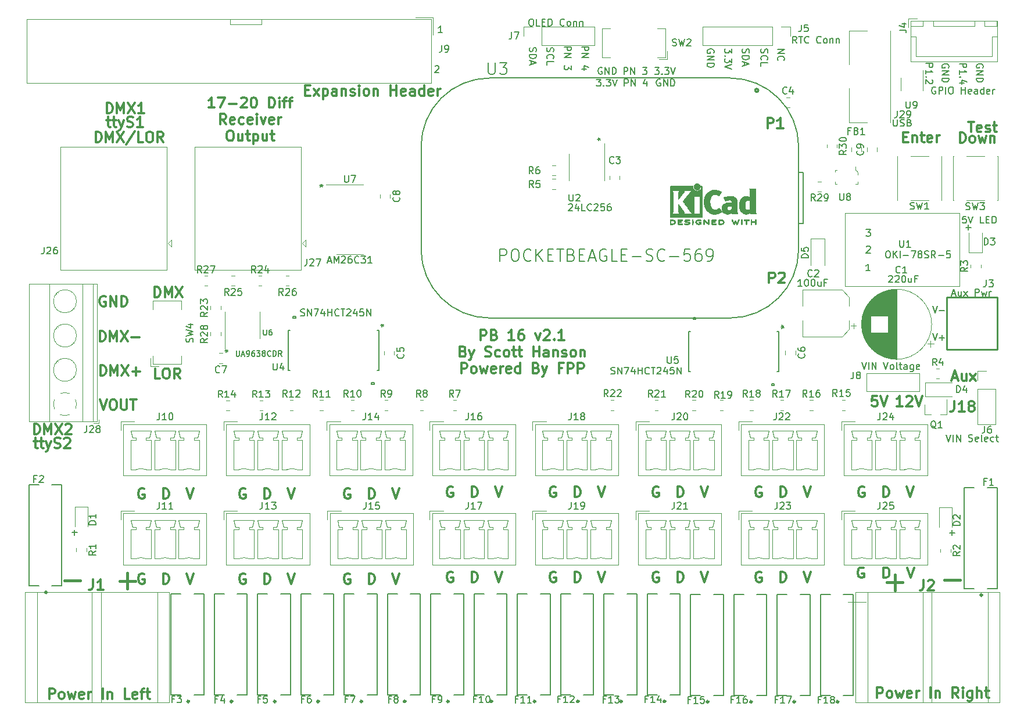
<source format=gbr>
%TF.GenerationSoftware,KiCad,Pcbnew,(6.0.5)*%
%TF.CreationDate,2022-05-26T21:25:12-04:00*%
%TF.ProjectId,PB_16,50425f31-362e-46b6-9963-61645f706362,v2.1*%
%TF.SameCoordinates,Original*%
%TF.FileFunction,Legend,Top*%
%TF.FilePolarity,Positive*%
%FSLAX46Y46*%
G04 Gerber Fmt 4.6, Leading zero omitted, Abs format (unit mm)*
G04 Created by KiCad (PCBNEW (6.0.5)) date 2022-05-26 21:25:12*
%MOMM*%
%LPD*%
G01*
G04 APERTURE LIST*
%ADD10C,0.120000*%
%ADD11C,0.300000*%
%ADD12C,0.150000*%
%ADD13C,0.400000*%
%ADD14C,0.127000*%
%ADD15C,0.152400*%
%ADD16C,0.100000*%
%ADD17C,0.304800*%
%ADD18C,0.010000*%
%ADD19C,0.254000*%
G04 APERTURE END LIST*
D10*
X102125960Y-53125680D02*
X102125960Y-53925680D01*
X106625960Y-53925680D02*
X106625960Y-53125680D01*
X102125960Y-53925680D02*
X106625960Y-53925680D01*
X194741800Y-138188700D02*
X192112900Y-138188700D01*
D11*
X104278857Y-134078000D02*
X104136000Y-134006571D01*
X103921714Y-134006571D01*
X103707428Y-134078000D01*
X103564571Y-134220857D01*
X103493142Y-134363714D01*
X103421714Y-134649428D01*
X103421714Y-134863714D01*
X103493142Y-135149428D01*
X103564571Y-135292285D01*
X103707428Y-135435142D01*
X103921714Y-135506571D01*
X104064571Y-135506571D01*
X104278857Y-135435142D01*
X104350285Y-135363714D01*
X104350285Y-134863714D01*
X104064571Y-134863714D01*
X122289142Y-135506571D02*
X122289142Y-134006571D01*
X122646285Y-134006571D01*
X122860571Y-134078000D01*
X123003428Y-134220857D01*
X123074857Y-134363714D01*
X123146285Y-134649428D01*
X123146285Y-134863714D01*
X123074857Y-135149428D01*
X123003428Y-135292285D01*
X122860571Y-135435142D01*
X122646285Y-135506571D01*
X122289142Y-135506571D01*
X170696000Y-133752571D02*
X171196000Y-135252571D01*
X171696000Y-133752571D01*
X167247142Y-135252571D02*
X167247142Y-133752571D01*
X167604285Y-133752571D01*
X167818571Y-133824000D01*
X167961428Y-133966857D01*
X168032857Y-134109714D01*
X168104285Y-134395428D01*
X168104285Y-134609714D01*
X168032857Y-134895428D01*
X167961428Y-135038285D01*
X167818571Y-135181142D01*
X167604285Y-135252571D01*
X167247142Y-135252571D01*
X185682000Y-133752571D02*
X186182000Y-135252571D01*
X186682000Y-133752571D01*
X119518857Y-134078000D02*
X119376000Y-134006571D01*
X119161714Y-134006571D01*
X118947428Y-134078000D01*
X118804571Y-134220857D01*
X118733142Y-134363714D01*
X118661714Y-134649428D01*
X118661714Y-134863714D01*
X118733142Y-135149428D01*
X118804571Y-135292285D01*
X118947428Y-135435142D01*
X119161714Y-135506571D01*
X119304571Y-135506571D01*
X119518857Y-135435142D01*
X119590285Y-135363714D01*
X119590285Y-134863714D01*
X119304571Y-134863714D01*
X179462857Y-133824000D02*
X179320000Y-133752571D01*
X179105714Y-133752571D01*
X178891428Y-133824000D01*
X178748571Y-133966857D01*
X178677142Y-134109714D01*
X178605714Y-134395428D01*
X178605714Y-134609714D01*
X178677142Y-134895428D01*
X178748571Y-135038285D01*
X178891428Y-135181142D01*
X179105714Y-135252571D01*
X179248571Y-135252571D01*
X179462857Y-135181142D01*
X179534285Y-135109714D01*
X179534285Y-134609714D01*
X179248571Y-134609714D01*
X200728800Y-133131171D02*
X201228800Y-134631171D01*
X201728800Y-133131171D01*
X197285942Y-134631171D02*
X197285942Y-133131171D01*
X197643085Y-133131171D01*
X197857371Y-133202600D01*
X198000228Y-133345457D01*
X198071657Y-133488314D01*
X198143085Y-133774028D01*
X198143085Y-133988314D01*
X198071657Y-134274028D01*
X198000228Y-134416885D01*
X197857371Y-134559742D01*
X197643085Y-134631171D01*
X197285942Y-134631171D01*
X194371657Y-133202600D02*
X194228800Y-133131171D01*
X194014514Y-133131171D01*
X193800228Y-133202600D01*
X193657371Y-133345457D01*
X193585942Y-133488314D01*
X193514514Y-133774028D01*
X193514514Y-133988314D01*
X193585942Y-134274028D01*
X193657371Y-134416885D01*
X193800228Y-134559742D01*
X194014514Y-134631171D01*
X194157371Y-134631171D01*
X194371657Y-134559742D01*
X194443085Y-134488314D01*
X194443085Y-133988314D01*
X194157371Y-133988314D01*
X137275142Y-135252571D02*
X137275142Y-133752571D01*
X137632285Y-133752571D01*
X137846571Y-133824000D01*
X137989428Y-133966857D01*
X138060857Y-134109714D01*
X138132285Y-134395428D01*
X138132285Y-134609714D01*
X138060857Y-134895428D01*
X137989428Y-135038285D01*
X137846571Y-135181142D01*
X137632285Y-135252571D01*
X137275142Y-135252571D01*
X107049142Y-135506571D02*
X107049142Y-134006571D01*
X107406285Y-134006571D01*
X107620571Y-134078000D01*
X107763428Y-134220857D01*
X107834857Y-134363714D01*
X107906285Y-134649428D01*
X107906285Y-134863714D01*
X107834857Y-135149428D01*
X107763428Y-135292285D01*
X107620571Y-135435142D01*
X107406285Y-135506571D01*
X107049142Y-135506571D01*
X182233142Y-135252571D02*
X182233142Y-133752571D01*
X182590285Y-133752571D01*
X182804571Y-133824000D01*
X182947428Y-133966857D01*
X183018857Y-134109714D01*
X183090285Y-134395428D01*
X183090285Y-134609714D01*
X183018857Y-134895428D01*
X182947428Y-135038285D01*
X182804571Y-135181142D01*
X182590285Y-135252571D01*
X182233142Y-135252571D01*
X95766000Y-134006571D02*
X96266000Y-135506571D01*
X96766000Y-134006571D01*
X155710000Y-133752571D02*
X156210000Y-135252571D01*
X156710000Y-133752571D01*
X149490857Y-133824000D02*
X149348000Y-133752571D01*
X149133714Y-133752571D01*
X148919428Y-133824000D01*
X148776571Y-133966857D01*
X148705142Y-134109714D01*
X148633714Y-134395428D01*
X148633714Y-134609714D01*
X148705142Y-134895428D01*
X148776571Y-135038285D01*
X148919428Y-135181142D01*
X149133714Y-135252571D01*
X149276571Y-135252571D01*
X149490857Y-135181142D01*
X149562285Y-135109714D01*
X149562285Y-134609714D01*
X149276571Y-134609714D01*
X134504857Y-133824000D02*
X134362000Y-133752571D01*
X134147714Y-133752571D01*
X133933428Y-133824000D01*
X133790571Y-133966857D01*
X133719142Y-134109714D01*
X133647714Y-134395428D01*
X133647714Y-134609714D01*
X133719142Y-134895428D01*
X133790571Y-135038285D01*
X133933428Y-135181142D01*
X134147714Y-135252571D01*
X134290571Y-135252571D01*
X134504857Y-135181142D01*
X134576285Y-135109714D01*
X134576285Y-134609714D01*
X134290571Y-134609714D01*
X110498000Y-134006571D02*
X110998000Y-135506571D01*
X111498000Y-134006571D01*
X89546857Y-134078000D02*
X89404000Y-134006571D01*
X89189714Y-134006571D01*
X88975428Y-134078000D01*
X88832571Y-134220857D01*
X88761142Y-134363714D01*
X88689714Y-134649428D01*
X88689714Y-134863714D01*
X88761142Y-135149428D01*
X88832571Y-135292285D01*
X88975428Y-135435142D01*
X89189714Y-135506571D01*
X89332571Y-135506571D01*
X89546857Y-135435142D01*
X89618285Y-135363714D01*
X89618285Y-134863714D01*
X89332571Y-134863714D01*
X92317142Y-135506571D02*
X92317142Y-134006571D01*
X92674285Y-134006571D01*
X92888571Y-134078000D01*
X93031428Y-134220857D01*
X93102857Y-134363714D01*
X93174285Y-134649428D01*
X93174285Y-134863714D01*
X93102857Y-135149428D01*
X93031428Y-135292285D01*
X92888571Y-135435142D01*
X92674285Y-135506571D01*
X92317142Y-135506571D01*
X140724000Y-133752571D02*
X141224000Y-135252571D01*
X141724000Y-133752571D01*
X125738000Y-134006571D02*
X126238000Y-135506571D01*
X126738000Y-134006571D01*
X152261142Y-135252571D02*
X152261142Y-133752571D01*
X152618285Y-133752571D01*
X152832571Y-133824000D01*
X152975428Y-133966857D01*
X153046857Y-134109714D01*
X153118285Y-134395428D01*
X153118285Y-134609714D01*
X153046857Y-134895428D01*
X152975428Y-135038285D01*
X152832571Y-135181142D01*
X152618285Y-135252571D01*
X152261142Y-135252571D01*
X164476857Y-133824000D02*
X164334000Y-133752571D01*
X164119714Y-133752571D01*
X163905428Y-133824000D01*
X163762571Y-133966857D01*
X163691142Y-134109714D01*
X163619714Y-134395428D01*
X163619714Y-134609714D01*
X163691142Y-134895428D01*
X163762571Y-135038285D01*
X163905428Y-135181142D01*
X164119714Y-135252571D01*
X164262571Y-135252571D01*
X164476857Y-135181142D01*
X164548285Y-135109714D01*
X164548285Y-134609714D01*
X164262571Y-134609714D01*
X200042428Y-109642771D02*
X199185285Y-109642771D01*
X199613857Y-109642771D02*
X199613857Y-108142771D01*
X199471000Y-108357057D01*
X199328142Y-108499914D01*
X199185285Y-108571342D01*
X200613857Y-108285628D02*
X200685285Y-108214200D01*
X200828142Y-108142771D01*
X201185285Y-108142771D01*
X201328142Y-108214200D01*
X201399571Y-108285628D01*
X201471000Y-108428485D01*
X201471000Y-108571342D01*
X201399571Y-108785628D01*
X200542428Y-109642771D01*
X201471000Y-109642771D01*
X201899571Y-108142771D02*
X202399571Y-109642771D01*
X202899571Y-108142771D01*
X196367285Y-108142771D02*
X195653000Y-108142771D01*
X195581571Y-108857057D01*
X195653000Y-108785628D01*
X195795857Y-108714200D01*
X196153000Y-108714200D01*
X196295857Y-108785628D01*
X196367285Y-108857057D01*
X196438714Y-108999914D01*
X196438714Y-109357057D01*
X196367285Y-109499914D01*
X196295857Y-109571342D01*
X196153000Y-109642771D01*
X195795857Y-109642771D01*
X195653000Y-109571342D01*
X195581571Y-109499914D01*
X196867285Y-108142771D02*
X197367285Y-109642771D01*
X197867285Y-108142771D01*
X92317142Y-123106571D02*
X92317142Y-121606571D01*
X92674285Y-121606571D01*
X92888571Y-121678000D01*
X93031428Y-121820857D01*
X93102857Y-121963714D01*
X93174285Y-122249428D01*
X93174285Y-122463714D01*
X93102857Y-122749428D01*
X93031428Y-122892285D01*
X92888571Y-123035142D01*
X92674285Y-123106571D01*
X92317142Y-123106571D01*
X89546857Y-121678000D02*
X89404000Y-121606571D01*
X89189714Y-121606571D01*
X88975428Y-121678000D01*
X88832571Y-121820857D01*
X88761142Y-121963714D01*
X88689714Y-122249428D01*
X88689714Y-122463714D01*
X88761142Y-122749428D01*
X88832571Y-122892285D01*
X88975428Y-123035142D01*
X89189714Y-123106571D01*
X89332571Y-123106571D01*
X89546857Y-123035142D01*
X89618285Y-122963714D01*
X89618285Y-122463714D01*
X89332571Y-122463714D01*
X95766000Y-121606571D02*
X96266000Y-123106571D01*
X96766000Y-121606571D01*
X83085942Y-100131171D02*
X83085942Y-98631171D01*
X83443085Y-98631171D01*
X83657371Y-98702600D01*
X83800228Y-98845457D01*
X83871657Y-98988314D01*
X83943085Y-99274028D01*
X83943085Y-99488314D01*
X83871657Y-99774028D01*
X83800228Y-99916885D01*
X83657371Y-100059742D01*
X83443085Y-100131171D01*
X83085942Y-100131171D01*
X84585942Y-100131171D02*
X84585942Y-98631171D01*
X85085942Y-99702600D01*
X85585942Y-98631171D01*
X85585942Y-100131171D01*
X86157371Y-98631171D02*
X87157371Y-100131171D01*
X87157371Y-98631171D02*
X86157371Y-100131171D01*
X87728800Y-99559742D02*
X88871657Y-99559742D01*
X83935942Y-93602600D02*
X83793085Y-93531171D01*
X83578800Y-93531171D01*
X83364514Y-93602600D01*
X83221657Y-93745457D01*
X83150228Y-93888314D01*
X83078800Y-94174028D01*
X83078800Y-94388314D01*
X83150228Y-94674028D01*
X83221657Y-94816885D01*
X83364514Y-94959742D01*
X83578800Y-95031171D01*
X83721657Y-95031171D01*
X83935942Y-94959742D01*
X84007371Y-94888314D01*
X84007371Y-94388314D01*
X83721657Y-94388314D01*
X84650228Y-95031171D02*
X84650228Y-93531171D01*
X85507371Y-95031171D01*
X85507371Y-93531171D01*
X86221657Y-95031171D02*
X86221657Y-93531171D01*
X86578800Y-93531171D01*
X86793085Y-93602600D01*
X86935942Y-93745457D01*
X87007371Y-93888314D01*
X87078800Y-94174028D01*
X87078800Y-94388314D01*
X87007371Y-94674028D01*
X86935942Y-94816885D01*
X86793085Y-94959742D01*
X86578800Y-95031171D01*
X86221657Y-95031171D01*
X138583051Y-99977011D02*
X138583051Y-98477011D01*
X139154480Y-98477011D01*
X139297337Y-98548440D01*
X139368765Y-98619868D01*
X139440194Y-98762725D01*
X139440194Y-98977011D01*
X139368765Y-99119868D01*
X139297337Y-99191297D01*
X139154480Y-99262725D01*
X138583051Y-99262725D01*
X140583051Y-99191297D02*
X140797337Y-99262725D01*
X140868765Y-99334154D01*
X140940194Y-99477011D01*
X140940194Y-99691297D01*
X140868765Y-99834154D01*
X140797337Y-99905582D01*
X140654480Y-99977011D01*
X140083051Y-99977011D01*
X140083051Y-98477011D01*
X140583051Y-98477011D01*
X140725908Y-98548440D01*
X140797337Y-98619868D01*
X140868765Y-98762725D01*
X140868765Y-98905582D01*
X140797337Y-99048440D01*
X140725908Y-99119868D01*
X140583051Y-99191297D01*
X140083051Y-99191297D01*
X143511622Y-99977011D02*
X142654480Y-99977011D01*
X143083051Y-99977011D02*
X143083051Y-98477011D01*
X142940194Y-98691297D01*
X142797337Y-98834154D01*
X142654480Y-98905582D01*
X144797337Y-98477011D02*
X144511622Y-98477011D01*
X144368765Y-98548440D01*
X144297337Y-98619868D01*
X144154480Y-98834154D01*
X144083051Y-99119868D01*
X144083051Y-99691297D01*
X144154480Y-99834154D01*
X144225908Y-99905582D01*
X144368765Y-99977011D01*
X144654480Y-99977011D01*
X144797337Y-99905582D01*
X144868765Y-99834154D01*
X144940194Y-99691297D01*
X144940194Y-99334154D01*
X144868765Y-99191297D01*
X144797337Y-99119868D01*
X144654480Y-99048440D01*
X144368765Y-99048440D01*
X144225908Y-99119868D01*
X144154480Y-99191297D01*
X144083051Y-99334154D01*
X146583051Y-98977011D02*
X146940194Y-99977011D01*
X147297337Y-98977011D01*
X147797337Y-98619868D02*
X147868765Y-98548440D01*
X148011622Y-98477011D01*
X148368765Y-98477011D01*
X148511622Y-98548440D01*
X148583051Y-98619868D01*
X148654480Y-98762725D01*
X148654480Y-98905582D01*
X148583051Y-99119868D01*
X147725908Y-99977011D01*
X148654480Y-99977011D01*
X149297337Y-99834154D02*
X149368765Y-99905582D01*
X149297337Y-99977011D01*
X149225908Y-99905582D01*
X149297337Y-99834154D01*
X149297337Y-99977011D01*
X150797337Y-99977011D02*
X149940194Y-99977011D01*
X150368765Y-99977011D02*
X150368765Y-98477011D01*
X150225908Y-98691297D01*
X150083051Y-98834154D01*
X149940194Y-98905582D01*
X136047337Y-101606297D02*
X136261622Y-101677725D01*
X136333051Y-101749154D01*
X136404480Y-101892011D01*
X136404480Y-102106297D01*
X136333051Y-102249154D01*
X136261622Y-102320582D01*
X136118765Y-102392011D01*
X135547337Y-102392011D01*
X135547337Y-100892011D01*
X136047337Y-100892011D01*
X136190194Y-100963440D01*
X136261622Y-101034868D01*
X136333051Y-101177725D01*
X136333051Y-101320582D01*
X136261622Y-101463440D01*
X136190194Y-101534868D01*
X136047337Y-101606297D01*
X135547337Y-101606297D01*
X136904480Y-101392011D02*
X137261622Y-102392011D01*
X137618765Y-101392011D02*
X137261622Y-102392011D01*
X137118765Y-102749154D01*
X137047337Y-102820582D01*
X136904480Y-102892011D01*
X139261622Y-102320582D02*
X139475908Y-102392011D01*
X139833051Y-102392011D01*
X139975908Y-102320582D01*
X140047337Y-102249154D01*
X140118765Y-102106297D01*
X140118765Y-101963440D01*
X140047337Y-101820582D01*
X139975908Y-101749154D01*
X139833051Y-101677725D01*
X139547337Y-101606297D01*
X139404480Y-101534868D01*
X139333051Y-101463440D01*
X139261622Y-101320582D01*
X139261622Y-101177725D01*
X139333051Y-101034868D01*
X139404480Y-100963440D01*
X139547337Y-100892011D01*
X139904480Y-100892011D01*
X140118765Y-100963440D01*
X141404480Y-102320582D02*
X141261622Y-102392011D01*
X140975908Y-102392011D01*
X140833051Y-102320582D01*
X140761622Y-102249154D01*
X140690194Y-102106297D01*
X140690194Y-101677725D01*
X140761622Y-101534868D01*
X140833051Y-101463440D01*
X140975908Y-101392011D01*
X141261622Y-101392011D01*
X141404480Y-101463440D01*
X142261622Y-102392011D02*
X142118765Y-102320582D01*
X142047337Y-102249154D01*
X141975908Y-102106297D01*
X141975908Y-101677725D01*
X142047337Y-101534868D01*
X142118765Y-101463440D01*
X142261622Y-101392011D01*
X142475908Y-101392011D01*
X142618765Y-101463440D01*
X142690194Y-101534868D01*
X142761622Y-101677725D01*
X142761622Y-102106297D01*
X142690194Y-102249154D01*
X142618765Y-102320582D01*
X142475908Y-102392011D01*
X142261622Y-102392011D01*
X143190194Y-101392011D02*
X143761622Y-101392011D01*
X143404480Y-100892011D02*
X143404480Y-102177725D01*
X143475908Y-102320582D01*
X143618765Y-102392011D01*
X143761622Y-102392011D01*
X144047337Y-101392011D02*
X144618765Y-101392011D01*
X144261622Y-100892011D02*
X144261622Y-102177725D01*
X144333051Y-102320582D01*
X144475908Y-102392011D01*
X144618765Y-102392011D01*
X146261622Y-102392011D02*
X146261622Y-100892011D01*
X146261622Y-101606297D02*
X147118765Y-101606297D01*
X147118765Y-102392011D02*
X147118765Y-100892011D01*
X148475908Y-102392011D02*
X148475908Y-101606297D01*
X148404480Y-101463440D01*
X148261622Y-101392011D01*
X147975908Y-101392011D01*
X147833051Y-101463440D01*
X148475908Y-102320582D02*
X148333051Y-102392011D01*
X147975908Y-102392011D01*
X147833051Y-102320582D01*
X147761622Y-102177725D01*
X147761622Y-102034868D01*
X147833051Y-101892011D01*
X147975908Y-101820582D01*
X148333051Y-101820582D01*
X148475908Y-101749154D01*
X149190194Y-101392011D02*
X149190194Y-102392011D01*
X149190194Y-101534868D02*
X149261622Y-101463440D01*
X149404480Y-101392011D01*
X149618765Y-101392011D01*
X149761622Y-101463440D01*
X149833051Y-101606297D01*
X149833051Y-102392011D01*
X150475908Y-102320582D02*
X150618765Y-102392011D01*
X150904480Y-102392011D01*
X151047337Y-102320582D01*
X151118765Y-102177725D01*
X151118765Y-102106297D01*
X151047337Y-101963440D01*
X150904480Y-101892011D01*
X150690194Y-101892011D01*
X150547337Y-101820582D01*
X150475908Y-101677725D01*
X150475908Y-101606297D01*
X150547337Y-101463440D01*
X150690194Y-101392011D01*
X150904480Y-101392011D01*
X151047337Y-101463440D01*
X151975908Y-102392011D02*
X151833051Y-102320582D01*
X151761622Y-102249154D01*
X151690194Y-102106297D01*
X151690194Y-101677725D01*
X151761622Y-101534868D01*
X151833051Y-101463440D01*
X151975908Y-101392011D01*
X152190194Y-101392011D01*
X152333051Y-101463440D01*
X152404480Y-101534868D01*
X152475908Y-101677725D01*
X152475908Y-102106297D01*
X152404480Y-102249154D01*
X152333051Y-102320582D01*
X152190194Y-102392011D01*
X151975908Y-102392011D01*
X153118765Y-101392011D02*
X153118765Y-102392011D01*
X153118765Y-101534868D02*
X153190194Y-101463440D01*
X153333051Y-101392011D01*
X153547337Y-101392011D01*
X153690194Y-101463440D01*
X153761622Y-101606297D01*
X153761622Y-102392011D01*
X135761622Y-104807011D02*
X135761622Y-103307011D01*
X136333051Y-103307011D01*
X136475908Y-103378440D01*
X136547337Y-103449868D01*
X136618765Y-103592725D01*
X136618765Y-103807011D01*
X136547337Y-103949868D01*
X136475908Y-104021297D01*
X136333051Y-104092725D01*
X135761622Y-104092725D01*
X137475908Y-104807011D02*
X137333051Y-104735582D01*
X137261622Y-104664154D01*
X137190194Y-104521297D01*
X137190194Y-104092725D01*
X137261622Y-103949868D01*
X137333051Y-103878440D01*
X137475908Y-103807011D01*
X137690194Y-103807011D01*
X137833051Y-103878440D01*
X137904480Y-103949868D01*
X137975908Y-104092725D01*
X137975908Y-104521297D01*
X137904480Y-104664154D01*
X137833051Y-104735582D01*
X137690194Y-104807011D01*
X137475908Y-104807011D01*
X138475908Y-103807011D02*
X138761622Y-104807011D01*
X139047337Y-104092725D01*
X139333051Y-104807011D01*
X139618765Y-103807011D01*
X140761622Y-104735582D02*
X140618765Y-104807011D01*
X140333051Y-104807011D01*
X140190194Y-104735582D01*
X140118765Y-104592725D01*
X140118765Y-104021297D01*
X140190194Y-103878440D01*
X140333051Y-103807011D01*
X140618765Y-103807011D01*
X140761622Y-103878440D01*
X140833051Y-104021297D01*
X140833051Y-104164154D01*
X140118765Y-104307011D01*
X141475908Y-104807011D02*
X141475908Y-103807011D01*
X141475908Y-104092725D02*
X141547337Y-103949868D01*
X141618765Y-103878440D01*
X141761622Y-103807011D01*
X141904480Y-103807011D01*
X142975908Y-104735582D02*
X142833051Y-104807011D01*
X142547337Y-104807011D01*
X142404480Y-104735582D01*
X142333051Y-104592725D01*
X142333051Y-104021297D01*
X142404480Y-103878440D01*
X142547337Y-103807011D01*
X142833051Y-103807011D01*
X142975908Y-103878440D01*
X143047337Y-104021297D01*
X143047337Y-104164154D01*
X142333051Y-104307011D01*
X144333051Y-104807011D02*
X144333051Y-103307011D01*
X144333051Y-104735582D02*
X144190194Y-104807011D01*
X143904480Y-104807011D01*
X143761622Y-104735582D01*
X143690194Y-104664154D01*
X143618765Y-104521297D01*
X143618765Y-104092725D01*
X143690194Y-103949868D01*
X143761622Y-103878440D01*
X143904480Y-103807011D01*
X144190194Y-103807011D01*
X144333051Y-103878440D01*
X146690194Y-104021297D02*
X146904480Y-104092725D01*
X146975908Y-104164154D01*
X147047337Y-104307011D01*
X147047337Y-104521297D01*
X146975908Y-104664154D01*
X146904480Y-104735582D01*
X146761622Y-104807011D01*
X146190194Y-104807011D01*
X146190194Y-103307011D01*
X146690194Y-103307011D01*
X146833051Y-103378440D01*
X146904480Y-103449868D01*
X146975908Y-103592725D01*
X146975908Y-103735582D01*
X146904480Y-103878440D01*
X146833051Y-103949868D01*
X146690194Y-104021297D01*
X146190194Y-104021297D01*
X147547337Y-103807011D02*
X147904480Y-104807011D01*
X148261622Y-103807011D02*
X147904480Y-104807011D01*
X147761622Y-105164154D01*
X147690194Y-105235582D01*
X147547337Y-105307011D01*
X150475908Y-104021297D02*
X149975908Y-104021297D01*
X149975908Y-104807011D02*
X149975908Y-103307011D01*
X150690194Y-103307011D01*
X151261622Y-104807011D02*
X151261622Y-103307011D01*
X151833051Y-103307011D01*
X151975908Y-103378440D01*
X152047337Y-103449868D01*
X152118765Y-103592725D01*
X152118765Y-103807011D01*
X152047337Y-103949868D01*
X151975908Y-104021297D01*
X151833051Y-104092725D01*
X151261622Y-104092725D01*
X152761622Y-104807011D02*
X152761622Y-103307011D01*
X153333051Y-103307011D01*
X153475908Y-103378440D01*
X153547337Y-103449868D01*
X153618765Y-103592725D01*
X153618765Y-103807011D01*
X153547337Y-103949868D01*
X153475908Y-104021297D01*
X153333051Y-104092725D01*
X152761622Y-104092725D01*
X99820228Y-66066171D02*
X98963085Y-66066171D01*
X99391657Y-66066171D02*
X99391657Y-64566171D01*
X99248800Y-64780457D01*
X99105942Y-64923314D01*
X98963085Y-64994742D01*
X100320228Y-64566171D02*
X101320228Y-64566171D01*
X100677371Y-66066171D01*
X101891657Y-65494742D02*
X103034514Y-65494742D01*
X103677371Y-64709028D02*
X103748800Y-64637600D01*
X103891657Y-64566171D01*
X104248800Y-64566171D01*
X104391657Y-64637600D01*
X104463085Y-64709028D01*
X104534514Y-64851885D01*
X104534514Y-64994742D01*
X104463085Y-65209028D01*
X103605942Y-66066171D01*
X104534514Y-66066171D01*
X105463085Y-64566171D02*
X105605942Y-64566171D01*
X105748800Y-64637600D01*
X105820228Y-64709028D01*
X105891657Y-64851885D01*
X105963085Y-65137600D01*
X105963085Y-65494742D01*
X105891657Y-65780457D01*
X105820228Y-65923314D01*
X105748800Y-65994742D01*
X105605942Y-66066171D01*
X105463085Y-66066171D01*
X105320228Y-65994742D01*
X105248800Y-65923314D01*
X105177371Y-65780457D01*
X105105942Y-65494742D01*
X105105942Y-65137600D01*
X105177371Y-64851885D01*
X105248800Y-64709028D01*
X105320228Y-64637600D01*
X105463085Y-64566171D01*
X107748800Y-66066171D02*
X107748800Y-64566171D01*
X108105942Y-64566171D01*
X108320228Y-64637600D01*
X108463085Y-64780457D01*
X108534514Y-64923314D01*
X108605942Y-65209028D01*
X108605942Y-65423314D01*
X108534514Y-65709028D01*
X108463085Y-65851885D01*
X108320228Y-65994742D01*
X108105942Y-66066171D01*
X107748800Y-66066171D01*
X109248800Y-66066171D02*
X109248800Y-65066171D01*
X109248800Y-64566171D02*
X109177371Y-64637600D01*
X109248800Y-64709028D01*
X109320228Y-64637600D01*
X109248800Y-64566171D01*
X109248800Y-64709028D01*
X109748800Y-65066171D02*
X110320228Y-65066171D01*
X109963085Y-66066171D02*
X109963085Y-64780457D01*
X110034514Y-64637600D01*
X110177371Y-64566171D01*
X110320228Y-64566171D01*
X110605942Y-65066171D02*
X111177371Y-65066171D01*
X110820228Y-66066171D02*
X110820228Y-64780457D01*
X110891657Y-64637600D01*
X111034514Y-64566171D01*
X111177371Y-64566171D01*
X101498800Y-68481171D02*
X100998800Y-67766885D01*
X100641657Y-68481171D02*
X100641657Y-66981171D01*
X101213085Y-66981171D01*
X101355942Y-67052600D01*
X101427371Y-67124028D01*
X101498800Y-67266885D01*
X101498800Y-67481171D01*
X101427371Y-67624028D01*
X101355942Y-67695457D01*
X101213085Y-67766885D01*
X100641657Y-67766885D01*
X102713085Y-68409742D02*
X102570228Y-68481171D01*
X102284514Y-68481171D01*
X102141657Y-68409742D01*
X102070228Y-68266885D01*
X102070228Y-67695457D01*
X102141657Y-67552600D01*
X102284514Y-67481171D01*
X102570228Y-67481171D01*
X102713085Y-67552600D01*
X102784514Y-67695457D01*
X102784514Y-67838314D01*
X102070228Y-67981171D01*
X104070228Y-68409742D02*
X103927371Y-68481171D01*
X103641657Y-68481171D01*
X103498800Y-68409742D01*
X103427371Y-68338314D01*
X103355942Y-68195457D01*
X103355942Y-67766885D01*
X103427371Y-67624028D01*
X103498800Y-67552600D01*
X103641657Y-67481171D01*
X103927371Y-67481171D01*
X104070228Y-67552600D01*
X105284514Y-68409742D02*
X105141657Y-68481171D01*
X104855942Y-68481171D01*
X104713085Y-68409742D01*
X104641657Y-68266885D01*
X104641657Y-67695457D01*
X104713085Y-67552600D01*
X104855942Y-67481171D01*
X105141657Y-67481171D01*
X105284514Y-67552600D01*
X105355942Y-67695457D01*
X105355942Y-67838314D01*
X104641657Y-67981171D01*
X105998800Y-68481171D02*
X105998800Y-67481171D01*
X105998800Y-66981171D02*
X105927371Y-67052600D01*
X105998800Y-67124028D01*
X106070228Y-67052600D01*
X105998800Y-66981171D01*
X105998800Y-67124028D01*
X106570228Y-67481171D02*
X106927371Y-68481171D01*
X107284514Y-67481171D01*
X108427371Y-68409742D02*
X108284514Y-68481171D01*
X107998800Y-68481171D01*
X107855942Y-68409742D01*
X107784514Y-68266885D01*
X107784514Y-67695457D01*
X107855942Y-67552600D01*
X107998800Y-67481171D01*
X108284514Y-67481171D01*
X108427371Y-67552600D01*
X108498800Y-67695457D01*
X108498800Y-67838314D01*
X107784514Y-67981171D01*
X109141657Y-68481171D02*
X109141657Y-67481171D01*
X109141657Y-67766885D02*
X109213085Y-67624028D01*
X109284514Y-67552600D01*
X109427371Y-67481171D01*
X109570228Y-67481171D01*
X101963085Y-69396171D02*
X102248800Y-69396171D01*
X102391657Y-69467600D01*
X102534514Y-69610457D01*
X102605942Y-69896171D01*
X102605942Y-70396171D01*
X102534514Y-70681885D01*
X102391657Y-70824742D01*
X102248800Y-70896171D01*
X101963085Y-70896171D01*
X101820228Y-70824742D01*
X101677371Y-70681885D01*
X101605942Y-70396171D01*
X101605942Y-69896171D01*
X101677371Y-69610457D01*
X101820228Y-69467600D01*
X101963085Y-69396171D01*
X103891657Y-69896171D02*
X103891657Y-70896171D01*
X103248800Y-69896171D02*
X103248800Y-70681885D01*
X103320228Y-70824742D01*
X103463085Y-70896171D01*
X103677371Y-70896171D01*
X103820228Y-70824742D01*
X103891657Y-70753314D01*
X104391657Y-69896171D02*
X104963085Y-69896171D01*
X104605942Y-69396171D02*
X104605942Y-70681885D01*
X104677371Y-70824742D01*
X104820228Y-70896171D01*
X104963085Y-70896171D01*
X105463085Y-69896171D02*
X105463085Y-71396171D01*
X105463085Y-69967600D02*
X105605942Y-69896171D01*
X105891657Y-69896171D01*
X106034514Y-69967600D01*
X106105942Y-70039028D01*
X106177371Y-70181885D01*
X106177371Y-70610457D01*
X106105942Y-70753314D01*
X106034514Y-70824742D01*
X105891657Y-70896171D01*
X105605942Y-70896171D01*
X105463085Y-70824742D01*
X107463085Y-69896171D02*
X107463085Y-70896171D01*
X106820228Y-69896171D02*
X106820228Y-70681885D01*
X106891657Y-70824742D01*
X107034514Y-70896171D01*
X107248800Y-70896171D01*
X107391657Y-70824742D01*
X107463085Y-70753314D01*
X107963085Y-69896171D02*
X108534514Y-69896171D01*
X108177371Y-69396171D02*
X108177371Y-70681885D01*
X108248800Y-70824742D01*
X108391657Y-70896171D01*
X108534514Y-70896171D01*
X82505942Y-71081171D02*
X82505942Y-69581171D01*
X82863085Y-69581171D01*
X83077371Y-69652600D01*
X83220228Y-69795457D01*
X83291657Y-69938314D01*
X83363085Y-70224028D01*
X83363085Y-70438314D01*
X83291657Y-70724028D01*
X83220228Y-70866885D01*
X83077371Y-71009742D01*
X82863085Y-71081171D01*
X82505942Y-71081171D01*
X84005942Y-71081171D02*
X84005942Y-69581171D01*
X84505942Y-70652600D01*
X85005942Y-69581171D01*
X85005942Y-71081171D01*
X85577371Y-69581171D02*
X86577371Y-71081171D01*
X86577371Y-69581171D02*
X85577371Y-71081171D01*
X88220228Y-69509742D02*
X86934514Y-71438314D01*
X89434514Y-71081171D02*
X88720228Y-71081171D01*
X88720228Y-69581171D01*
X90220228Y-69581171D02*
X90505942Y-69581171D01*
X90648800Y-69652600D01*
X90791657Y-69795457D01*
X90863085Y-70081171D01*
X90863085Y-70581171D01*
X90791657Y-70866885D01*
X90648800Y-71009742D01*
X90505942Y-71081171D01*
X90220228Y-71081171D01*
X90077371Y-71009742D01*
X89934514Y-70866885D01*
X89863085Y-70581171D01*
X89863085Y-70081171D01*
X89934514Y-69795457D01*
X90077371Y-69652600D01*
X90220228Y-69581171D01*
X92363085Y-71081171D02*
X91863085Y-70366885D01*
X91505942Y-71081171D02*
X91505942Y-69581171D01*
X92077371Y-69581171D01*
X92220228Y-69652600D01*
X92291657Y-69724028D01*
X92363085Y-69866885D01*
X92363085Y-70081171D01*
X92291657Y-70224028D01*
X92220228Y-70295457D01*
X92077371Y-70366885D01*
X91505942Y-70366885D01*
D12*
X208387899Y-59641379D02*
X209387899Y-59641379D01*
X209387899Y-60022331D01*
X209340280Y-60117569D01*
X209292660Y-60165188D01*
X209197422Y-60212807D01*
X209054565Y-60212807D01*
X208959327Y-60165188D01*
X208911708Y-60117569D01*
X208864089Y-60022331D01*
X208864089Y-59641379D01*
X208387899Y-61165188D02*
X208387899Y-60593760D01*
X208387899Y-60879474D02*
X209387899Y-60879474D01*
X209245041Y-60784236D01*
X209149803Y-60688998D01*
X209102184Y-60593760D01*
X208483137Y-61593760D02*
X208435518Y-61641379D01*
X208387899Y-61593760D01*
X208435518Y-61546140D01*
X208483137Y-61593760D01*
X208387899Y-61593760D01*
X209054565Y-62498521D02*
X208387899Y-62498521D01*
X209435518Y-62260426D02*
X208721232Y-62022331D01*
X208721232Y-62641379D01*
X206749480Y-60230255D02*
X206797099Y-60135017D01*
X206797099Y-59992160D01*
X206749480Y-59849302D01*
X206654241Y-59754064D01*
X206559003Y-59706445D01*
X206368527Y-59658826D01*
X206225670Y-59658826D01*
X206035194Y-59706445D01*
X205939956Y-59754064D01*
X205844718Y-59849302D01*
X205797099Y-59992160D01*
X205797099Y-60087398D01*
X205844718Y-60230255D01*
X205892337Y-60277874D01*
X206225670Y-60277874D01*
X206225670Y-60087398D01*
X205797099Y-60706445D02*
X206797099Y-60706445D01*
X205797099Y-61277874D01*
X206797099Y-61277874D01*
X205797099Y-61754064D02*
X206797099Y-61754064D01*
X206797099Y-61992160D01*
X206749480Y-62135017D01*
X206654241Y-62230255D01*
X206559003Y-62277874D01*
X206368527Y-62325493D01*
X206225670Y-62325493D01*
X206035194Y-62277874D01*
X205939956Y-62230255D01*
X205844718Y-62135017D01*
X205797099Y-61992160D01*
X205797099Y-61754064D01*
X211778680Y-60230255D02*
X211826299Y-60135017D01*
X211826299Y-59992160D01*
X211778680Y-59849302D01*
X211683441Y-59754064D01*
X211588203Y-59706445D01*
X211397727Y-59658826D01*
X211254870Y-59658826D01*
X211064394Y-59706445D01*
X210969156Y-59754064D01*
X210873918Y-59849302D01*
X210826299Y-59992160D01*
X210826299Y-60087398D01*
X210873918Y-60230255D01*
X210921537Y-60277874D01*
X211254870Y-60277874D01*
X211254870Y-60087398D01*
X210826299Y-60706445D02*
X211826299Y-60706445D01*
X210826299Y-61277874D01*
X211826299Y-61277874D01*
X210826299Y-61754064D02*
X211826299Y-61754064D01*
X211826299Y-61992160D01*
X211778680Y-62135017D01*
X211683441Y-62230255D01*
X211588203Y-62277874D01*
X211397727Y-62325493D01*
X211254870Y-62325493D01*
X211064394Y-62277874D01*
X210969156Y-62230255D01*
X210873918Y-62135017D01*
X210826299Y-61992160D01*
X210826299Y-61754064D01*
X155466809Y-61932980D02*
X156085857Y-61932980D01*
X155752523Y-62313933D01*
X155895380Y-62313933D01*
X155990619Y-62361552D01*
X156038238Y-62409171D01*
X156085857Y-62504409D01*
X156085857Y-62742504D01*
X156038238Y-62837742D01*
X155990619Y-62885361D01*
X155895380Y-62932980D01*
X155609666Y-62932980D01*
X155514428Y-62885361D01*
X155466809Y-62837742D01*
X156514428Y-62837742D02*
X156562047Y-62885361D01*
X156514428Y-62932980D01*
X156466809Y-62885361D01*
X156514428Y-62837742D01*
X156514428Y-62932980D01*
X156895380Y-61932980D02*
X157514428Y-61932980D01*
X157181095Y-62313933D01*
X157323952Y-62313933D01*
X157419190Y-62361552D01*
X157466809Y-62409171D01*
X157514428Y-62504409D01*
X157514428Y-62742504D01*
X157466809Y-62837742D01*
X157419190Y-62885361D01*
X157323952Y-62932980D01*
X157038238Y-62932980D01*
X156943000Y-62885361D01*
X156895380Y-62837742D01*
X157800142Y-61932980D02*
X158133476Y-62932980D01*
X158466809Y-61932980D01*
X164761215Y-61965360D02*
X164665977Y-61917740D01*
X164523120Y-61917740D01*
X164380262Y-61965360D01*
X164285024Y-62060598D01*
X164237405Y-62155836D01*
X164189786Y-62346312D01*
X164189786Y-62489169D01*
X164237405Y-62679645D01*
X164285024Y-62774883D01*
X164380262Y-62870121D01*
X164523120Y-62917740D01*
X164618358Y-62917740D01*
X164761215Y-62870121D01*
X164808834Y-62822502D01*
X164808834Y-62489169D01*
X164618358Y-62489169D01*
X165237405Y-62917740D02*
X165237405Y-61917740D01*
X165808834Y-62917740D01*
X165808834Y-61917740D01*
X166285024Y-62917740D02*
X166285024Y-61917740D01*
X166523120Y-61917740D01*
X166665977Y-61965360D01*
X166761215Y-62060598D01*
X166808834Y-62155836D01*
X166856453Y-62346312D01*
X166856453Y-62489169D01*
X166808834Y-62679645D01*
X166761215Y-62774883D01*
X166665977Y-62870121D01*
X166523120Y-62917740D01*
X166285024Y-62917740D01*
X156257295Y-60238160D02*
X156162057Y-60190540D01*
X156019200Y-60190540D01*
X155876342Y-60238160D01*
X155781104Y-60333398D01*
X155733485Y-60428636D01*
X155685866Y-60619112D01*
X155685866Y-60761969D01*
X155733485Y-60952445D01*
X155781104Y-61047683D01*
X155876342Y-61142921D01*
X156019200Y-61190540D01*
X156114438Y-61190540D01*
X156257295Y-61142921D01*
X156304914Y-61095302D01*
X156304914Y-60761969D01*
X156114438Y-60761969D01*
X156733485Y-61190540D02*
X156733485Y-60190540D01*
X157304914Y-61190540D01*
X157304914Y-60190540D01*
X157781104Y-61190540D02*
X157781104Y-60190540D01*
X158019200Y-60190540D01*
X158162057Y-60238160D01*
X158257295Y-60333398D01*
X158304914Y-60428636D01*
X158352533Y-60619112D01*
X158352533Y-60761969D01*
X158304914Y-60952445D01*
X158257295Y-61047683D01*
X158162057Y-61142921D01*
X158019200Y-61190540D01*
X157781104Y-61190540D01*
X159469222Y-61214540D02*
X159469222Y-60214540D01*
X159850175Y-60214540D01*
X159945413Y-60262160D01*
X159993032Y-60309779D01*
X160040651Y-60405017D01*
X160040651Y-60547874D01*
X159993032Y-60643112D01*
X159945413Y-60690731D01*
X159850175Y-60738350D01*
X159469222Y-60738350D01*
X160469222Y-61214540D02*
X160469222Y-60214540D01*
X161040651Y-61214540D01*
X161040651Y-60214540D01*
X162183508Y-60214540D02*
X162802556Y-60214540D01*
X162469222Y-60595493D01*
X162612080Y-60595493D01*
X162707318Y-60643112D01*
X162754937Y-60690731D01*
X162802556Y-60785969D01*
X162802556Y-61024064D01*
X162754937Y-61119302D01*
X162707318Y-61166921D01*
X162612080Y-61214540D01*
X162326365Y-61214540D01*
X162231127Y-61166921D01*
X162183508Y-61119302D01*
X131943085Y-60050219D02*
X131990704Y-60002600D01*
X132085942Y-59954980D01*
X132324038Y-59954980D01*
X132419276Y-60002600D01*
X132466895Y-60050219D01*
X132514514Y-60145457D01*
X132514514Y-60240695D01*
X132466895Y-60383552D01*
X131895466Y-60954980D01*
X132514514Y-60954980D01*
D11*
X207594514Y-108891171D02*
X207594514Y-109962600D01*
X207523085Y-110176885D01*
X207380228Y-110319742D01*
X207165942Y-110391171D01*
X207023085Y-110391171D01*
X209094514Y-110391171D02*
X208237371Y-110391171D01*
X208665942Y-110391171D02*
X208665942Y-108891171D01*
X208523085Y-109105457D01*
X208380228Y-109248314D01*
X208237371Y-109319742D01*
X209951657Y-109534028D02*
X209808800Y-109462600D01*
X209737371Y-109391171D01*
X209665942Y-109248314D01*
X209665942Y-109176885D01*
X209737371Y-109034028D01*
X209808800Y-108962600D01*
X209951657Y-108891171D01*
X210237371Y-108891171D01*
X210380228Y-108962600D01*
X210451657Y-109034028D01*
X210523085Y-109176885D01*
X210523085Y-109248314D01*
X210451657Y-109391171D01*
X210380228Y-109462600D01*
X210237371Y-109534028D01*
X209951657Y-109534028D01*
X209808800Y-109605457D01*
X209737371Y-109676885D01*
X209665942Y-109819742D01*
X209665942Y-110105457D01*
X209737371Y-110248314D01*
X209808800Y-110319742D01*
X209951657Y-110391171D01*
X210237371Y-110391171D01*
X210380228Y-110319742D01*
X210451657Y-110248314D01*
X210523085Y-110105457D01*
X210523085Y-109819742D01*
X210451657Y-109676885D01*
X210380228Y-109605457D01*
X210237371Y-109534028D01*
X208393085Y-71171171D02*
X208393085Y-69671171D01*
X208750228Y-69671171D01*
X208964514Y-69742600D01*
X209107371Y-69885457D01*
X209178800Y-70028314D01*
X209250228Y-70314028D01*
X209250228Y-70528314D01*
X209178800Y-70814028D01*
X209107371Y-70956885D01*
X208964514Y-71099742D01*
X208750228Y-71171171D01*
X208393085Y-71171171D01*
X210107371Y-71171171D02*
X209964514Y-71099742D01*
X209893085Y-71028314D01*
X209821657Y-70885457D01*
X209821657Y-70456885D01*
X209893085Y-70314028D01*
X209964514Y-70242600D01*
X210107371Y-70171171D01*
X210321657Y-70171171D01*
X210464514Y-70242600D01*
X210535942Y-70314028D01*
X210607371Y-70456885D01*
X210607371Y-70885457D01*
X210535942Y-71028314D01*
X210464514Y-71099742D01*
X210321657Y-71171171D01*
X210107371Y-71171171D01*
X211107371Y-70171171D02*
X211393085Y-71171171D01*
X211678800Y-70456885D01*
X211964514Y-71171171D01*
X212250228Y-70171171D01*
X212821657Y-70171171D02*
X212821657Y-71171171D01*
X212821657Y-70314028D02*
X212893085Y-70242600D01*
X213035942Y-70171171D01*
X213250228Y-70171171D01*
X213393085Y-70242600D01*
X213464514Y-70385457D01*
X213464514Y-71171171D01*
X91877371Y-105591171D02*
X91163085Y-105591171D01*
X91163085Y-104091171D01*
X92663085Y-104091171D02*
X92948800Y-104091171D01*
X93091657Y-104162600D01*
X93234514Y-104305457D01*
X93305942Y-104591171D01*
X93305942Y-105091171D01*
X93234514Y-105376885D01*
X93091657Y-105519742D01*
X92948800Y-105591171D01*
X92663085Y-105591171D01*
X92520228Y-105519742D01*
X92377371Y-105376885D01*
X92305942Y-105091171D01*
X92305942Y-104591171D01*
X92377371Y-104305457D01*
X92520228Y-104162600D01*
X92663085Y-104091171D01*
X94805942Y-105591171D02*
X94305942Y-104876885D01*
X93948800Y-105591171D02*
X93948800Y-104091171D01*
X94520228Y-104091171D01*
X94663085Y-104162600D01*
X94734514Y-104234028D01*
X94805942Y-104376885D01*
X94805942Y-104591171D01*
X94734514Y-104734028D01*
X94663085Y-104805457D01*
X94520228Y-104876885D01*
X93948800Y-104876885D01*
D12*
X150755299Y-57195382D02*
X151755299Y-57195382D01*
X151755299Y-57576335D01*
X151707680Y-57671573D01*
X151660060Y-57719192D01*
X151564822Y-57766811D01*
X151421965Y-57766811D01*
X151326727Y-57719192D01*
X151279108Y-57671573D01*
X151231489Y-57576335D01*
X151231489Y-57195382D01*
X150755299Y-58195382D02*
X151755299Y-58195382D01*
X150755299Y-58766811D01*
X151755299Y-58766811D01*
X151755299Y-59909668D02*
X151755299Y-60528716D01*
X151374346Y-60195382D01*
X151374346Y-60338240D01*
X151326727Y-60433478D01*
X151279108Y-60481097D01*
X151183870Y-60528716D01*
X150945775Y-60528716D01*
X150850537Y-60481097D01*
X150802918Y-60433478D01*
X150755299Y-60338240D01*
X150755299Y-60052525D01*
X150802918Y-59957287D01*
X150850537Y-59909668D01*
X181835299Y-57555125D02*
X182835299Y-57555125D01*
X181835299Y-58126554D01*
X182835299Y-58126554D01*
X181930537Y-59174173D02*
X181882918Y-59126554D01*
X181835299Y-58983697D01*
X181835299Y-58888459D01*
X181882918Y-58745601D01*
X181978156Y-58650363D01*
X182073394Y-58602744D01*
X182263870Y-58555125D01*
X182406727Y-58555125D01*
X182597203Y-58602744D01*
X182692441Y-58650363D01*
X182787680Y-58745601D01*
X182835299Y-58888459D01*
X182835299Y-58983697D01*
X182787680Y-59126554D01*
X182740060Y-59174173D01*
X145742918Y-57332507D02*
X145695299Y-57475364D01*
X145695299Y-57713459D01*
X145742918Y-57808697D01*
X145790537Y-57856316D01*
X145885775Y-57903935D01*
X145981013Y-57903935D01*
X146076251Y-57856316D01*
X146123870Y-57808697D01*
X146171489Y-57713459D01*
X146219108Y-57522983D01*
X146266727Y-57427745D01*
X146314346Y-57380126D01*
X146409584Y-57332507D01*
X146504822Y-57332507D01*
X146600060Y-57380126D01*
X146647680Y-57427745D01*
X146695299Y-57522983D01*
X146695299Y-57761078D01*
X146647680Y-57903935D01*
X145695299Y-58332507D02*
X146695299Y-58332507D01*
X146695299Y-58570602D01*
X146647680Y-58713459D01*
X146552441Y-58808697D01*
X146457203Y-58856316D01*
X146266727Y-58903935D01*
X146123870Y-58903935D01*
X145933394Y-58856316D01*
X145838156Y-58808697D01*
X145742918Y-58713459D01*
X145695299Y-58570602D01*
X145695299Y-58332507D01*
X145981013Y-59284888D02*
X145981013Y-59761078D01*
X145695299Y-59189650D02*
X146695299Y-59522983D01*
X145695299Y-59856316D01*
X176762918Y-57507507D02*
X176715299Y-57650364D01*
X176715299Y-57888459D01*
X176762918Y-57983697D01*
X176810537Y-58031316D01*
X176905775Y-58078935D01*
X177001013Y-58078935D01*
X177096251Y-58031316D01*
X177143870Y-57983697D01*
X177191489Y-57888459D01*
X177239108Y-57697983D01*
X177286727Y-57602745D01*
X177334346Y-57555126D01*
X177429584Y-57507507D01*
X177524822Y-57507507D01*
X177620060Y-57555126D01*
X177667680Y-57602745D01*
X177715299Y-57697983D01*
X177715299Y-57936078D01*
X177667680Y-58078935D01*
X176715299Y-58507507D02*
X177715299Y-58507507D01*
X177715299Y-58745602D01*
X177667680Y-58888459D01*
X177572441Y-58983697D01*
X177477203Y-59031316D01*
X177286727Y-59078935D01*
X177143870Y-59078935D01*
X176953394Y-59031316D01*
X176858156Y-58983697D01*
X176762918Y-58888459D01*
X176715299Y-58745602D01*
X176715299Y-58507507D01*
X177001013Y-59459888D02*
X177001013Y-59936078D01*
X176715299Y-59364650D02*
X177715299Y-59697983D01*
X176715299Y-60031316D01*
X148272918Y-57332506D02*
X148225299Y-57475363D01*
X148225299Y-57713459D01*
X148272918Y-57808697D01*
X148320537Y-57856316D01*
X148415775Y-57903935D01*
X148511013Y-57903935D01*
X148606251Y-57856316D01*
X148653870Y-57808697D01*
X148701489Y-57713459D01*
X148749108Y-57522983D01*
X148796727Y-57427744D01*
X148844346Y-57380125D01*
X148939584Y-57332506D01*
X149034822Y-57332506D01*
X149130060Y-57380125D01*
X149177680Y-57427744D01*
X149225299Y-57522983D01*
X149225299Y-57761078D01*
X149177680Y-57903935D01*
X148320537Y-58903935D02*
X148272918Y-58856316D01*
X148225299Y-58713459D01*
X148225299Y-58618221D01*
X148272918Y-58475363D01*
X148368156Y-58380125D01*
X148463394Y-58332506D01*
X148653870Y-58284887D01*
X148796727Y-58284887D01*
X148987203Y-58332506D01*
X149082441Y-58380125D01*
X149177680Y-58475363D01*
X149225299Y-58618221D01*
X149225299Y-58713459D01*
X149177680Y-58856316D01*
X149130060Y-58903935D01*
X148225299Y-59808697D02*
X148225299Y-59332506D01*
X149225299Y-59332506D01*
X153295299Y-57195382D02*
X154295299Y-57195382D01*
X154295299Y-57576335D01*
X154247680Y-57671573D01*
X154200060Y-57719192D01*
X154104822Y-57766811D01*
X153961965Y-57766811D01*
X153866727Y-57719192D01*
X153819108Y-57671573D01*
X153771489Y-57576335D01*
X153771489Y-57195382D01*
X153295299Y-58195382D02*
X154295299Y-58195382D01*
X153295299Y-58766811D01*
X154295299Y-58766811D01*
X153961965Y-60433478D02*
X153295299Y-60433478D01*
X154342918Y-60195382D02*
X153628632Y-59957287D01*
X153628632Y-60576335D01*
X172547680Y-58078935D02*
X172595299Y-57983697D01*
X172595299Y-57840840D01*
X172547680Y-57697982D01*
X172452441Y-57602744D01*
X172357203Y-57555125D01*
X172166727Y-57507506D01*
X172023870Y-57507506D01*
X171833394Y-57555125D01*
X171738156Y-57602744D01*
X171642918Y-57697982D01*
X171595299Y-57840840D01*
X171595299Y-57936078D01*
X171642918Y-58078935D01*
X171690537Y-58126554D01*
X172023870Y-58126554D01*
X172023870Y-57936078D01*
X171595299Y-58555125D02*
X172595299Y-58555125D01*
X171595299Y-59126554D01*
X172595299Y-59126554D01*
X171595299Y-59602744D02*
X172595299Y-59602744D01*
X172595299Y-59840840D01*
X172547680Y-59983697D01*
X172452441Y-60078935D01*
X172357203Y-60126554D01*
X172166727Y-60174173D01*
X172023870Y-60174173D01*
X171833394Y-60126554D01*
X171738156Y-60078935D01*
X171642918Y-59983697D01*
X171595299Y-59840840D01*
X171595299Y-59602744D01*
X175175299Y-57459887D02*
X175175299Y-58078935D01*
X174794346Y-57745601D01*
X174794346Y-57888458D01*
X174746727Y-57983697D01*
X174699108Y-58031316D01*
X174603870Y-58078935D01*
X174365775Y-58078935D01*
X174270537Y-58031316D01*
X174222918Y-57983697D01*
X174175299Y-57888458D01*
X174175299Y-57602744D01*
X174222918Y-57507506D01*
X174270537Y-57459887D01*
X174270537Y-58507506D02*
X174222918Y-58555125D01*
X174175299Y-58507506D01*
X174222918Y-58459887D01*
X174270537Y-58507506D01*
X174175299Y-58507506D01*
X175175299Y-58888458D02*
X175175299Y-59507506D01*
X174794346Y-59174173D01*
X174794346Y-59317030D01*
X174746727Y-59412268D01*
X174699108Y-59459887D01*
X174603870Y-59507506D01*
X174365775Y-59507506D01*
X174270537Y-59459887D01*
X174222918Y-59412268D01*
X174175299Y-59317030D01*
X174175299Y-59031316D01*
X174222918Y-58936078D01*
X174270537Y-58888458D01*
X175175299Y-59793220D02*
X174175299Y-60126554D01*
X175175299Y-60459887D01*
X179472918Y-57507506D02*
X179425299Y-57650363D01*
X179425299Y-57888459D01*
X179472918Y-57983697D01*
X179520537Y-58031316D01*
X179615775Y-58078935D01*
X179711013Y-58078935D01*
X179806251Y-58031316D01*
X179853870Y-57983697D01*
X179901489Y-57888459D01*
X179949108Y-57697983D01*
X179996727Y-57602744D01*
X180044346Y-57555125D01*
X180139584Y-57507506D01*
X180234822Y-57507506D01*
X180330060Y-57555125D01*
X180377680Y-57602744D01*
X180425299Y-57697983D01*
X180425299Y-57936078D01*
X180377680Y-58078935D01*
X179520537Y-59078935D02*
X179472918Y-59031316D01*
X179425299Y-58888459D01*
X179425299Y-58793221D01*
X179472918Y-58650363D01*
X179568156Y-58555125D01*
X179663394Y-58507506D01*
X179853870Y-58459887D01*
X179996727Y-58459887D01*
X180187203Y-58507506D01*
X180282441Y-58555125D01*
X180377680Y-58650363D01*
X180425299Y-58793221D01*
X180425299Y-58888459D01*
X180377680Y-59031316D01*
X180330060Y-59078935D01*
X179425299Y-59983697D02*
X179425299Y-59507506D01*
X180425299Y-59507506D01*
D11*
X180616097Y-91627491D02*
X180616097Y-90127491D01*
X181187525Y-90127491D01*
X181330382Y-90198920D01*
X181401811Y-90270348D01*
X181473240Y-90413205D01*
X181473240Y-90627491D01*
X181401811Y-90770348D01*
X181330382Y-90841777D01*
X181187525Y-90913205D01*
X180616097Y-90913205D01*
X182044668Y-90270348D02*
X182116097Y-90198920D01*
X182258954Y-90127491D01*
X182616097Y-90127491D01*
X182758954Y-90198920D01*
X182830382Y-90270348D01*
X182901811Y-90413205D01*
X182901811Y-90556062D01*
X182830382Y-90770348D01*
X181973240Y-91627491D01*
X182901811Y-91627491D01*
D12*
X209247847Y-83524028D02*
X210009752Y-83524028D01*
X209628800Y-83904980D02*
X209628800Y-83143076D01*
D13*
X197805942Y-135296885D02*
X200091657Y-135296885D01*
X198948800Y-136439742D02*
X198948800Y-134154028D01*
D11*
X73484514Y-114731171D02*
X74055942Y-114731171D01*
X73698800Y-114231171D02*
X73698800Y-115516885D01*
X73770228Y-115659742D01*
X73913085Y-115731171D01*
X74055942Y-115731171D01*
X74341657Y-114731171D02*
X74913085Y-114731171D01*
X74555942Y-114231171D02*
X74555942Y-115516885D01*
X74627371Y-115659742D01*
X74770228Y-115731171D01*
X74913085Y-115731171D01*
X75270228Y-114731171D02*
X75627371Y-115731171D01*
X75984514Y-114731171D02*
X75627371Y-115731171D01*
X75484514Y-116088314D01*
X75413085Y-116159742D01*
X75270228Y-116231171D01*
X76484514Y-115659742D02*
X76698800Y-115731171D01*
X77055942Y-115731171D01*
X77198800Y-115659742D01*
X77270228Y-115588314D01*
X77341657Y-115445457D01*
X77341657Y-115302600D01*
X77270228Y-115159742D01*
X77198800Y-115088314D01*
X77055942Y-115016885D01*
X76770228Y-114945457D01*
X76627371Y-114874028D01*
X76555942Y-114802600D01*
X76484514Y-114659742D01*
X76484514Y-114516885D01*
X76555942Y-114374028D01*
X76627371Y-114302600D01*
X76770228Y-114231171D01*
X77127371Y-114231171D01*
X77341657Y-114302600D01*
X77913085Y-114374028D02*
X77984514Y-114302600D01*
X78127371Y-114231171D01*
X78484514Y-114231171D01*
X78627371Y-114302600D01*
X78698800Y-114374028D01*
X78770228Y-114516885D01*
X78770228Y-114659742D01*
X78698800Y-114874028D01*
X77841657Y-115731171D01*
X78770228Y-115731171D01*
X84084514Y-67881171D02*
X84655942Y-67881171D01*
X84298800Y-67381171D02*
X84298800Y-68666885D01*
X84370228Y-68809742D01*
X84513085Y-68881171D01*
X84655942Y-68881171D01*
X84941657Y-67881171D02*
X85513085Y-67881171D01*
X85155942Y-67381171D02*
X85155942Y-68666885D01*
X85227371Y-68809742D01*
X85370228Y-68881171D01*
X85513085Y-68881171D01*
X85870228Y-67881171D02*
X86227371Y-68881171D01*
X86584514Y-67881171D02*
X86227371Y-68881171D01*
X86084514Y-69238314D01*
X86013085Y-69309742D01*
X85870228Y-69381171D01*
X87084514Y-68809742D02*
X87298800Y-68881171D01*
X87655942Y-68881171D01*
X87798800Y-68809742D01*
X87870228Y-68738314D01*
X87941657Y-68595457D01*
X87941657Y-68452600D01*
X87870228Y-68309742D01*
X87798800Y-68238314D01*
X87655942Y-68166885D01*
X87370228Y-68095457D01*
X87227371Y-68024028D01*
X87155942Y-67952600D01*
X87084514Y-67809742D01*
X87084514Y-67666885D01*
X87155942Y-67524028D01*
X87227371Y-67452600D01*
X87370228Y-67381171D01*
X87727371Y-67381171D01*
X87941657Y-67452600D01*
X89370228Y-68881171D02*
X88513085Y-68881171D01*
X88941657Y-68881171D02*
X88941657Y-67381171D01*
X88798800Y-67595457D01*
X88655942Y-67738314D01*
X88513085Y-67809742D01*
X164476857Y-121424000D02*
X164334000Y-121352571D01*
X164119714Y-121352571D01*
X163905428Y-121424000D01*
X163762571Y-121566857D01*
X163691142Y-121709714D01*
X163619714Y-121995428D01*
X163619714Y-122209714D01*
X163691142Y-122495428D01*
X163762571Y-122638285D01*
X163905428Y-122781142D01*
X164119714Y-122852571D01*
X164262571Y-122852571D01*
X164476857Y-122781142D01*
X164548285Y-122709714D01*
X164548285Y-122209714D01*
X164262571Y-122209714D01*
D12*
X203456419Y-59620219D02*
X204456419Y-59620219D01*
X204456419Y-60001171D01*
X204408800Y-60096409D01*
X204361180Y-60144028D01*
X204265942Y-60191647D01*
X204123085Y-60191647D01*
X204027847Y-60144028D01*
X203980228Y-60096409D01*
X203932609Y-60001171D01*
X203932609Y-59620219D01*
X203456419Y-61144028D02*
X203456419Y-60572600D01*
X203456419Y-60858314D02*
X204456419Y-60858314D01*
X204313561Y-60763076D01*
X204218323Y-60667838D01*
X204170704Y-60572600D01*
X203551657Y-61572600D02*
X203504038Y-61620219D01*
X203456419Y-61572600D01*
X203504038Y-61524980D01*
X203551657Y-61572600D01*
X203456419Y-61572600D01*
X204361180Y-62001171D02*
X204408800Y-62048790D01*
X204456419Y-62144028D01*
X204456419Y-62382123D01*
X204408800Y-62477361D01*
X204361180Y-62524980D01*
X204265942Y-62572600D01*
X204170704Y-62572600D01*
X204027847Y-62524980D01*
X203456419Y-61953552D01*
X203456419Y-62572600D01*
D11*
X84120228Y-66881171D02*
X84120228Y-65381171D01*
X84477371Y-65381171D01*
X84691657Y-65452600D01*
X84834514Y-65595457D01*
X84905942Y-65738314D01*
X84977371Y-66024028D01*
X84977371Y-66238314D01*
X84905942Y-66524028D01*
X84834514Y-66666885D01*
X84691657Y-66809742D01*
X84477371Y-66881171D01*
X84120228Y-66881171D01*
X85620228Y-66881171D02*
X85620228Y-65381171D01*
X86120228Y-66452600D01*
X86620228Y-65381171D01*
X86620228Y-66881171D01*
X87191657Y-65381171D02*
X88191657Y-66881171D01*
X88191657Y-65381171D02*
X87191657Y-66881171D01*
X89548800Y-66881171D02*
X88691657Y-66881171D01*
X89120228Y-66881171D02*
X89120228Y-65381171D01*
X88977371Y-65595457D01*
X88834514Y-65738314D01*
X88691657Y-65809742D01*
D12*
X206897847Y-128074028D02*
X207659752Y-128074028D01*
X207278800Y-128454980D02*
X207278800Y-127693076D01*
X194741266Y-83824180D02*
X195360314Y-83824180D01*
X195026980Y-84205133D01*
X195169838Y-84205133D01*
X195265076Y-84252752D01*
X195312695Y-84300371D01*
X195360314Y-84395609D01*
X195360314Y-84633704D01*
X195312695Y-84728942D01*
X195265076Y-84776561D01*
X195169838Y-84824180D01*
X194884123Y-84824180D01*
X194788885Y-84776561D01*
X194741266Y-84728942D01*
D11*
X207325942Y-105472600D02*
X208040228Y-105472600D01*
X207183085Y-105901171D02*
X207683085Y-104401171D01*
X208183085Y-105901171D01*
X209325942Y-104901171D02*
X209325942Y-105901171D01*
X208683085Y-104901171D02*
X208683085Y-105686885D01*
X208754514Y-105829742D01*
X208897371Y-105901171D01*
X209111657Y-105901171D01*
X209254514Y-105829742D01*
X209325942Y-105758314D01*
X209897371Y-105901171D02*
X210683085Y-104901171D01*
X209897371Y-104901171D02*
X210683085Y-105901171D01*
X179462857Y-121424000D02*
X179320000Y-121352571D01*
X179105714Y-121352571D01*
X178891428Y-121424000D01*
X178748571Y-121566857D01*
X178677142Y-121709714D01*
X178605714Y-121995428D01*
X178605714Y-122209714D01*
X178677142Y-122495428D01*
X178748571Y-122638285D01*
X178891428Y-122781142D01*
X179105714Y-122852571D01*
X179248571Y-122852571D01*
X179462857Y-122781142D01*
X179534285Y-122709714D01*
X179534285Y-122209714D01*
X179248571Y-122209714D01*
X155710000Y-121352571D02*
X156210000Y-122852571D01*
X156710000Y-121352571D01*
D13*
X85985942Y-135086885D02*
X88271657Y-135086885D01*
X87128800Y-136229742D02*
X87128800Y-133944028D01*
X77985942Y-135066885D02*
X80271657Y-135066885D01*
D12*
X159536862Y-62917740D02*
X159536862Y-61917740D01*
X159917815Y-61917740D01*
X160013053Y-61965360D01*
X160060672Y-62012979D01*
X160108291Y-62108217D01*
X160108291Y-62251074D01*
X160060672Y-62346312D01*
X160013053Y-62393931D01*
X159917815Y-62441550D01*
X159536862Y-62441550D01*
X160536862Y-62917740D02*
X160536862Y-61917740D01*
X161108291Y-62917740D01*
X161108291Y-61917740D01*
X162774958Y-62251074D02*
X162774958Y-62917740D01*
X162536862Y-61870121D02*
X162298767Y-62584407D01*
X162917815Y-62584407D01*
D11*
X119518857Y-121678000D02*
X119376000Y-121606571D01*
X119161714Y-121606571D01*
X118947428Y-121678000D01*
X118804571Y-121820857D01*
X118733142Y-121963714D01*
X118661714Y-122249428D01*
X118661714Y-122463714D01*
X118733142Y-122749428D01*
X118804571Y-122892285D01*
X118947428Y-123035142D01*
X119161714Y-123106571D01*
X119304571Y-123106571D01*
X119518857Y-123035142D01*
X119590285Y-122963714D01*
X119590285Y-122463714D01*
X119304571Y-122463714D01*
X134504857Y-121424000D02*
X134362000Y-121352571D01*
X134147714Y-121352571D01*
X133933428Y-121424000D01*
X133790571Y-121566857D01*
X133719142Y-121709714D01*
X133647714Y-121995428D01*
X133647714Y-122209714D01*
X133719142Y-122495428D01*
X133790571Y-122638285D01*
X133933428Y-122781142D01*
X134147714Y-122852571D01*
X134290571Y-122852571D01*
X134504857Y-122781142D01*
X134576285Y-122709714D01*
X134576285Y-122209714D01*
X134290571Y-122209714D01*
X122289142Y-123106571D02*
X122289142Y-121606571D01*
X122646285Y-121606571D01*
X122860571Y-121678000D01*
X123003428Y-121820857D01*
X123074857Y-121963714D01*
X123146285Y-122249428D01*
X123146285Y-122463714D01*
X123074857Y-122749428D01*
X123003428Y-122892285D01*
X122860571Y-123035142D01*
X122646285Y-123106571D01*
X122289142Y-123106571D01*
X107049142Y-123106571D02*
X107049142Y-121606571D01*
X107406285Y-121606571D01*
X107620571Y-121678000D01*
X107763428Y-121820857D01*
X107834857Y-121963714D01*
X107906285Y-122249428D01*
X107906285Y-122463714D01*
X107834857Y-122749428D01*
X107763428Y-122892285D01*
X107620571Y-123035142D01*
X107406285Y-123106571D01*
X107049142Y-123106571D01*
D12*
X204426419Y-95004980D02*
X204759752Y-96004980D01*
X205093085Y-95004980D01*
X205426419Y-95624028D02*
X206188323Y-95624028D01*
D13*
X206185942Y-134916885D02*
X208471657Y-134916885D01*
D12*
X79047847Y-128024028D02*
X79809752Y-128024028D01*
X79428800Y-128404980D02*
X79428800Y-127643076D01*
D11*
X125738000Y-121606571D02*
X126238000Y-123106571D01*
X126738000Y-121606571D01*
X149490857Y-121424000D02*
X149348000Y-121352571D01*
X149133714Y-121352571D01*
X148919428Y-121424000D01*
X148776571Y-121566857D01*
X148705142Y-121709714D01*
X148633714Y-121995428D01*
X148633714Y-122209714D01*
X148705142Y-122495428D01*
X148776571Y-122638285D01*
X148919428Y-122781142D01*
X149133714Y-122852571D01*
X149276571Y-122852571D01*
X149490857Y-122781142D01*
X149562285Y-122709714D01*
X149562285Y-122209714D01*
X149276571Y-122209714D01*
D12*
X194793085Y-86350219D02*
X194840704Y-86302600D01*
X194935942Y-86254980D01*
X195174038Y-86254980D01*
X195269276Y-86302600D01*
X195316895Y-86350219D01*
X195364514Y-86445457D01*
X195364514Y-86540695D01*
X195316895Y-86683552D01*
X194745466Y-87254980D01*
X195364514Y-87254980D01*
D11*
X104278857Y-121678000D02*
X104136000Y-121606571D01*
X103921714Y-121606571D01*
X103707428Y-121678000D01*
X103564571Y-121820857D01*
X103493142Y-121963714D01*
X103421714Y-122249428D01*
X103421714Y-122463714D01*
X103493142Y-122749428D01*
X103564571Y-122892285D01*
X103707428Y-123035142D01*
X103921714Y-123106571D01*
X104064571Y-123106571D01*
X104278857Y-123035142D01*
X104350285Y-122963714D01*
X104350285Y-122463714D01*
X104064571Y-122463714D01*
X170696000Y-121352571D02*
X171196000Y-122852571D01*
X171696000Y-121352571D01*
X200163085Y-70345457D02*
X200663085Y-70345457D01*
X200877371Y-71131171D02*
X200163085Y-71131171D01*
X200163085Y-69631171D01*
X200877371Y-69631171D01*
X201520228Y-70131171D02*
X201520228Y-71131171D01*
X201520228Y-70274028D02*
X201591657Y-70202600D01*
X201734514Y-70131171D01*
X201948800Y-70131171D01*
X202091657Y-70202600D01*
X202163085Y-70345457D01*
X202163085Y-71131171D01*
X202663085Y-70131171D02*
X203234514Y-70131171D01*
X202877371Y-69631171D02*
X202877371Y-70916885D01*
X202948800Y-71059742D01*
X203091657Y-71131171D01*
X203234514Y-71131171D01*
X204305942Y-71059742D02*
X204163085Y-71131171D01*
X203877371Y-71131171D01*
X203734514Y-71059742D01*
X203663085Y-70916885D01*
X203663085Y-70345457D01*
X203734514Y-70202600D01*
X203877371Y-70131171D01*
X204163085Y-70131171D01*
X204305942Y-70202600D01*
X204377371Y-70345457D01*
X204377371Y-70488314D01*
X203663085Y-70631171D01*
X205020228Y-71131171D02*
X205020228Y-70131171D01*
X205020228Y-70416885D02*
X205091657Y-70274028D01*
X205163085Y-70202600D01*
X205305942Y-70131171D01*
X205448800Y-70131171D01*
X197219142Y-122852571D02*
X197219142Y-121352571D01*
X197576285Y-121352571D01*
X197790571Y-121424000D01*
X197933428Y-121566857D01*
X198004857Y-121709714D01*
X198076285Y-121995428D01*
X198076285Y-122209714D01*
X198004857Y-122495428D01*
X197933428Y-122638285D01*
X197790571Y-122781142D01*
X197576285Y-122852571D01*
X197219142Y-122852571D01*
X209591657Y-68121171D02*
X210448800Y-68121171D01*
X210020228Y-69621171D02*
X210020228Y-68121171D01*
X211520228Y-69549742D02*
X211377371Y-69621171D01*
X211091657Y-69621171D01*
X210948800Y-69549742D01*
X210877371Y-69406885D01*
X210877371Y-68835457D01*
X210948800Y-68692600D01*
X211091657Y-68621171D01*
X211377371Y-68621171D01*
X211520228Y-68692600D01*
X211591657Y-68835457D01*
X211591657Y-68978314D01*
X210877371Y-69121171D01*
X212163085Y-69549742D02*
X212305942Y-69621171D01*
X212591657Y-69621171D01*
X212734514Y-69549742D01*
X212805942Y-69406885D01*
X212805942Y-69335457D01*
X212734514Y-69192600D01*
X212591657Y-69121171D01*
X212377371Y-69121171D01*
X212234514Y-69049742D01*
X212163085Y-68906885D01*
X212163085Y-68835457D01*
X212234514Y-68692600D01*
X212377371Y-68621171D01*
X212591657Y-68621171D01*
X212734514Y-68692600D01*
X213234514Y-68621171D02*
X213805942Y-68621171D01*
X213448800Y-68121171D02*
X213448800Y-69406885D01*
X213520228Y-69549742D01*
X213663085Y-69621171D01*
X213805942Y-69621171D01*
X91084514Y-93711171D02*
X91084514Y-92211171D01*
X91441657Y-92211171D01*
X91655942Y-92282600D01*
X91798800Y-92425457D01*
X91870228Y-92568314D01*
X91941657Y-92854028D01*
X91941657Y-93068314D01*
X91870228Y-93354028D01*
X91798800Y-93496885D01*
X91655942Y-93639742D01*
X91441657Y-93711171D01*
X91084514Y-93711171D01*
X92584514Y-93711171D02*
X92584514Y-92211171D01*
X93084514Y-93282600D01*
X93584514Y-92211171D01*
X93584514Y-93711171D01*
X94155942Y-92211171D02*
X95155942Y-93711171D01*
X95155942Y-92211171D02*
X94155942Y-93711171D01*
D12*
X163953889Y-60214540D02*
X164572937Y-60214540D01*
X164239603Y-60595493D01*
X164382460Y-60595493D01*
X164477699Y-60643112D01*
X164525318Y-60690731D01*
X164572937Y-60785969D01*
X164572937Y-61024064D01*
X164525318Y-61119302D01*
X164477699Y-61166921D01*
X164382460Y-61214540D01*
X164096746Y-61214540D01*
X164001508Y-61166921D01*
X163953889Y-61119302D01*
X165001508Y-61119302D02*
X165049127Y-61166921D01*
X165001508Y-61214540D01*
X164953889Y-61166921D01*
X165001508Y-61119302D01*
X165001508Y-61214540D01*
X165382460Y-60214540D02*
X166001508Y-60214540D01*
X165668175Y-60595493D01*
X165811032Y-60595493D01*
X165906270Y-60643112D01*
X165953889Y-60690731D01*
X166001508Y-60785969D01*
X166001508Y-61024064D01*
X165953889Y-61119302D01*
X165906270Y-61166921D01*
X165811032Y-61214540D01*
X165525318Y-61214540D01*
X165430080Y-61166921D01*
X165382460Y-61119302D01*
X166287222Y-60214540D02*
X166620556Y-61214540D01*
X166953889Y-60214540D01*
X133014514Y-55104980D02*
X132443085Y-55104980D01*
X132728800Y-55104980D02*
X132728800Y-54104980D01*
X132633561Y-54247838D01*
X132538323Y-54343076D01*
X132443085Y-54390695D01*
D11*
X167247142Y-122852571D02*
X167247142Y-121352571D01*
X167604285Y-121352571D01*
X167818571Y-121424000D01*
X167961428Y-121566857D01*
X168032857Y-121709714D01*
X168104285Y-121995428D01*
X168104285Y-122209714D01*
X168032857Y-122495428D01*
X167961428Y-122638285D01*
X167818571Y-122781142D01*
X167604285Y-122852571D01*
X167247142Y-122852571D01*
X180377337Y-69057051D02*
X180377337Y-67557051D01*
X180948765Y-67557051D01*
X181091622Y-67628480D01*
X181163051Y-67699908D01*
X181234480Y-67842765D01*
X181234480Y-68057051D01*
X181163051Y-68199908D01*
X181091622Y-68271337D01*
X180948765Y-68342765D01*
X180377337Y-68342765D01*
X182663051Y-69057051D02*
X181805908Y-69057051D01*
X182234480Y-69057051D02*
X182234480Y-67557051D01*
X182091622Y-67771337D01*
X181948765Y-67914194D01*
X181805908Y-67985622D01*
X137275142Y-122852571D02*
X137275142Y-121352571D01*
X137632285Y-121352571D01*
X137846571Y-121424000D01*
X137989428Y-121566857D01*
X138060857Y-121709714D01*
X138132285Y-121995428D01*
X138132285Y-122209714D01*
X138060857Y-122495428D01*
X137989428Y-122638285D01*
X137846571Y-122781142D01*
X137632285Y-122852571D01*
X137275142Y-122852571D01*
X140724000Y-121352571D02*
X141224000Y-122852571D01*
X141724000Y-121352571D01*
X110498000Y-121606571D02*
X110998000Y-123106571D01*
X111498000Y-121606571D01*
D12*
X204426419Y-99004980D02*
X204759752Y-100004980D01*
X205093085Y-99004980D01*
X205426419Y-99624028D02*
X206188323Y-99624028D01*
X205807371Y-100004980D02*
X205807371Y-99243076D01*
D11*
X83135942Y-108631171D02*
X83635942Y-110131171D01*
X84135942Y-108631171D01*
X84921657Y-108631171D02*
X85207371Y-108631171D01*
X85350228Y-108702600D01*
X85493085Y-108845457D01*
X85564514Y-109131171D01*
X85564514Y-109631171D01*
X85493085Y-109916885D01*
X85350228Y-110059742D01*
X85207371Y-110131171D01*
X84921657Y-110131171D01*
X84778800Y-110059742D01*
X84635942Y-109916885D01*
X84564514Y-109631171D01*
X84564514Y-109131171D01*
X84635942Y-108845457D01*
X84778800Y-108702600D01*
X84921657Y-108631171D01*
X86207371Y-108631171D02*
X86207371Y-109845457D01*
X86278800Y-109988314D01*
X86350228Y-110059742D01*
X86493085Y-110131171D01*
X86778800Y-110131171D01*
X86921657Y-110059742D01*
X86993085Y-109988314D01*
X87064514Y-109845457D01*
X87064514Y-108631171D01*
X87564514Y-108631171D02*
X88421657Y-108631171D01*
X87993085Y-110131171D02*
X87993085Y-108631171D01*
X194448857Y-121424000D02*
X194306000Y-121352571D01*
X194091714Y-121352571D01*
X193877428Y-121424000D01*
X193734571Y-121566857D01*
X193663142Y-121709714D01*
X193591714Y-121995428D01*
X193591714Y-122209714D01*
X193663142Y-122495428D01*
X193734571Y-122638285D01*
X193877428Y-122781142D01*
X194091714Y-122852571D01*
X194234571Y-122852571D01*
X194448857Y-122781142D01*
X194520285Y-122709714D01*
X194520285Y-122209714D01*
X194234571Y-122209714D01*
D12*
X195314514Y-89854980D02*
X194743085Y-89854980D01*
X195028800Y-89854980D02*
X195028800Y-88854980D01*
X194933561Y-88997838D01*
X194838323Y-89093076D01*
X194743085Y-89140695D01*
D11*
X182233142Y-122852571D02*
X182233142Y-121352571D01*
X182590285Y-121352571D01*
X182804571Y-121424000D01*
X182947428Y-121566857D01*
X183018857Y-121709714D01*
X183090285Y-121995428D01*
X183090285Y-122209714D01*
X183018857Y-122495428D01*
X182947428Y-122638285D01*
X182804571Y-122781142D01*
X182590285Y-122852571D01*
X182233142Y-122852571D01*
X152261142Y-122852571D02*
X152261142Y-121352571D01*
X152618285Y-121352571D01*
X152832571Y-121424000D01*
X152975428Y-121566857D01*
X153046857Y-121709714D01*
X153118285Y-121995428D01*
X153118285Y-122209714D01*
X153046857Y-122495428D01*
X152975428Y-122638285D01*
X152832571Y-122781142D01*
X152618285Y-122852571D01*
X152261142Y-122852571D01*
X185682000Y-121352571D02*
X186182000Y-122852571D01*
X186682000Y-121352571D01*
X83185942Y-105131171D02*
X83185942Y-103631171D01*
X83543085Y-103631171D01*
X83757371Y-103702600D01*
X83900228Y-103845457D01*
X83971657Y-103988314D01*
X84043085Y-104274028D01*
X84043085Y-104488314D01*
X83971657Y-104774028D01*
X83900228Y-104916885D01*
X83757371Y-105059742D01*
X83543085Y-105131171D01*
X83185942Y-105131171D01*
X84685942Y-105131171D02*
X84685942Y-103631171D01*
X85185942Y-104702600D01*
X85685942Y-103631171D01*
X85685942Y-105131171D01*
X86257371Y-103631171D02*
X87257371Y-105131171D01*
X87257371Y-103631171D02*
X86257371Y-105131171D01*
X87828800Y-104559742D02*
X88971657Y-104559742D01*
X88400228Y-105131171D02*
X88400228Y-103988314D01*
X200668000Y-121352571D02*
X201168000Y-122852571D01*
X201668000Y-121352571D01*
D12*
%TO.C,C7*%
X100566133Y-104649742D02*
X100518514Y-104697361D01*
X100375657Y-104744980D01*
X100280419Y-104744980D01*
X100137561Y-104697361D01*
X100042323Y-104602123D01*
X99994704Y-104506885D01*
X99947085Y-104316409D01*
X99947085Y-104173552D01*
X99994704Y-103983076D01*
X100042323Y-103887838D01*
X100137561Y-103792600D01*
X100280419Y-103744980D01*
X100375657Y-103744980D01*
X100518514Y-103792600D01*
X100566133Y-103840219D01*
X100899466Y-103744980D02*
X101566133Y-103744980D01*
X101137561Y-104744980D01*
%TO.C,F2*%
X73845466Y-120181171D02*
X73512133Y-120181171D01*
X73512133Y-120704980D02*
X73512133Y-119704980D01*
X73988323Y-119704980D01*
X74321657Y-119800219D02*
X74369276Y-119752600D01*
X74464514Y-119704980D01*
X74702609Y-119704980D01*
X74797847Y-119752600D01*
X74845466Y-119800219D01*
X74893085Y-119895457D01*
X74893085Y-119990695D01*
X74845466Y-120133552D01*
X74274038Y-120704980D01*
X74893085Y-120704980D01*
%TO.C,J11*%
X91790476Y-123602380D02*
X91790476Y-124316666D01*
X91742857Y-124459523D01*
X91647619Y-124554761D01*
X91504761Y-124602380D01*
X91409523Y-124602380D01*
X92790476Y-124602380D02*
X92219047Y-124602380D01*
X92504761Y-124602380D02*
X92504761Y-123602380D01*
X92409523Y-123745238D01*
X92314285Y-123840476D01*
X92219047Y-123888095D01*
X93742857Y-124602380D02*
X93171428Y-124602380D01*
X93457142Y-124602380D02*
X93457142Y-123602380D01*
X93361904Y-123745238D01*
X93266666Y-123840476D01*
X93171428Y-123888095D01*
%TO.C,J14*%
X121790476Y-110602380D02*
X121790476Y-111316666D01*
X121742857Y-111459523D01*
X121647619Y-111554761D01*
X121504761Y-111602380D01*
X121409523Y-111602380D01*
X122790476Y-111602380D02*
X122219047Y-111602380D01*
X122504761Y-111602380D02*
X122504761Y-110602380D01*
X122409523Y-110745238D01*
X122314285Y-110840476D01*
X122219047Y-110888095D01*
X123647619Y-110935714D02*
X123647619Y-111602380D01*
X123409523Y-110554761D02*
X123171428Y-111269047D01*
X123790476Y-111269047D01*
%TO.C,J15*%
X121904818Y-123602380D02*
X121904818Y-124316666D01*
X121857199Y-124459523D01*
X121761961Y-124554761D01*
X121619103Y-124602380D01*
X121523865Y-124602380D01*
X122904818Y-124602380D02*
X122333389Y-124602380D01*
X122619103Y-124602380D02*
X122619103Y-123602380D01*
X122523865Y-123745238D01*
X122428627Y-123840476D01*
X122333389Y-123888095D01*
X123809580Y-123602380D02*
X123333389Y-123602380D01*
X123285770Y-124078571D01*
X123333389Y-124030952D01*
X123428627Y-123983333D01*
X123666722Y-123983333D01*
X123761961Y-124030952D01*
X123809580Y-124078571D01*
X123857199Y-124173809D01*
X123857199Y-124411904D01*
X123809580Y-124507142D01*
X123761961Y-124554761D01*
X123666722Y-124602380D01*
X123428627Y-124602380D01*
X123333389Y-124554761D01*
X123285770Y-124507142D01*
%TO.C,J16*%
X136790476Y-110602380D02*
X136790476Y-111316666D01*
X136742857Y-111459523D01*
X136647619Y-111554761D01*
X136504761Y-111602380D01*
X136409523Y-111602380D01*
X137790476Y-111602380D02*
X137219047Y-111602380D01*
X137504761Y-111602380D02*
X137504761Y-110602380D01*
X137409523Y-110745238D01*
X137314285Y-110840476D01*
X137219047Y-110888095D01*
X138647619Y-110602380D02*
X138457142Y-110602380D01*
X138361904Y-110650000D01*
X138314285Y-110697619D01*
X138219047Y-110840476D01*
X138171428Y-111030952D01*
X138171428Y-111411904D01*
X138219047Y-111507142D01*
X138266666Y-111554761D01*
X138361904Y-111602380D01*
X138552380Y-111602380D01*
X138647619Y-111554761D01*
X138695238Y-111507142D01*
X138742857Y-111411904D01*
X138742857Y-111173809D01*
X138695238Y-111078571D01*
X138647619Y-111030952D01*
X138552380Y-110983333D01*
X138361904Y-110983333D01*
X138266666Y-111030952D01*
X138219047Y-111078571D01*
X138171428Y-111173809D01*
%TO.C,J17*%
X136790476Y-123602380D02*
X136790476Y-124316666D01*
X136742857Y-124459523D01*
X136647619Y-124554761D01*
X136504761Y-124602380D01*
X136409523Y-124602380D01*
X137790476Y-124602380D02*
X137219047Y-124602380D01*
X137504761Y-124602380D02*
X137504761Y-123602380D01*
X137409523Y-123745238D01*
X137314285Y-123840476D01*
X137219047Y-123888095D01*
X138123809Y-123602380D02*
X138790476Y-123602380D01*
X138361904Y-124602380D01*
%TO.C,J18*%
X151790476Y-110602380D02*
X151790476Y-111316666D01*
X151742857Y-111459523D01*
X151647619Y-111554761D01*
X151504761Y-111602380D01*
X151409523Y-111602380D01*
X152790476Y-111602380D02*
X152219047Y-111602380D01*
X152504761Y-111602380D02*
X152504761Y-110602380D01*
X152409523Y-110745238D01*
X152314285Y-110840476D01*
X152219047Y-110888095D01*
X153361904Y-111030952D02*
X153266666Y-110983333D01*
X153219047Y-110935714D01*
X153171428Y-110840476D01*
X153171428Y-110792857D01*
X153219047Y-110697619D01*
X153266666Y-110650000D01*
X153361904Y-110602380D01*
X153552380Y-110602380D01*
X153647619Y-110650000D01*
X153695238Y-110697619D01*
X153742857Y-110792857D01*
X153742857Y-110840476D01*
X153695238Y-110935714D01*
X153647619Y-110983333D01*
X153552380Y-111030952D01*
X153361904Y-111030952D01*
X153266666Y-111078571D01*
X153219047Y-111126190D01*
X153171428Y-111221428D01*
X153171428Y-111411904D01*
X153219047Y-111507142D01*
X153266666Y-111554761D01*
X153361904Y-111602380D01*
X153552380Y-111602380D01*
X153647619Y-111554761D01*
X153695238Y-111507142D01*
X153742857Y-111411904D01*
X153742857Y-111221428D01*
X153695238Y-111126190D01*
X153647619Y-111078571D01*
X153552380Y-111030952D01*
%TO.C,J19*%
X151790476Y-123602380D02*
X151790476Y-124316666D01*
X151742857Y-124459523D01*
X151647619Y-124554761D01*
X151504761Y-124602380D01*
X151409523Y-124602380D01*
X152790476Y-124602380D02*
X152219047Y-124602380D01*
X152504761Y-124602380D02*
X152504761Y-123602380D01*
X152409523Y-123745238D01*
X152314285Y-123840476D01*
X152219047Y-123888095D01*
X153266666Y-124602380D02*
X153457142Y-124602380D01*
X153552380Y-124554761D01*
X153600000Y-124507142D01*
X153695238Y-124364285D01*
X153742857Y-124173809D01*
X153742857Y-123792857D01*
X153695238Y-123697619D01*
X153647619Y-123650000D01*
X153552380Y-123602380D01*
X153361904Y-123602380D01*
X153266666Y-123650000D01*
X153219047Y-123697619D01*
X153171428Y-123792857D01*
X153171428Y-124030952D01*
X153219047Y-124126190D01*
X153266666Y-124173809D01*
X153361904Y-124221428D01*
X153552380Y-124221428D01*
X153647619Y-124173809D01*
X153695238Y-124126190D01*
X153742857Y-124030952D01*
%TO.C,J20*%
X166790476Y-110602380D02*
X166790476Y-111316666D01*
X166742857Y-111459523D01*
X166647619Y-111554761D01*
X166504761Y-111602380D01*
X166409523Y-111602380D01*
X167219047Y-110697619D02*
X167266666Y-110650000D01*
X167361904Y-110602380D01*
X167600000Y-110602380D01*
X167695238Y-110650000D01*
X167742857Y-110697619D01*
X167790476Y-110792857D01*
X167790476Y-110888095D01*
X167742857Y-111030952D01*
X167171428Y-111602380D01*
X167790476Y-111602380D01*
X168409523Y-110602380D02*
X168504761Y-110602380D01*
X168600000Y-110650000D01*
X168647619Y-110697619D01*
X168695238Y-110792857D01*
X168742857Y-110983333D01*
X168742857Y-111221428D01*
X168695238Y-111411904D01*
X168647619Y-111507142D01*
X168600000Y-111554761D01*
X168504761Y-111602380D01*
X168409523Y-111602380D01*
X168314285Y-111554761D01*
X168266666Y-111507142D01*
X168219047Y-111411904D01*
X168171428Y-111221428D01*
X168171428Y-110983333D01*
X168219047Y-110792857D01*
X168266666Y-110697619D01*
X168314285Y-110650000D01*
X168409523Y-110602380D01*
%TO.C,J21*%
X166790476Y-123602380D02*
X166790476Y-124316666D01*
X166742857Y-124459523D01*
X166647619Y-124554761D01*
X166504761Y-124602380D01*
X166409523Y-124602380D01*
X167219047Y-123697619D02*
X167266666Y-123650000D01*
X167361904Y-123602380D01*
X167600000Y-123602380D01*
X167695238Y-123650000D01*
X167742857Y-123697619D01*
X167790476Y-123792857D01*
X167790476Y-123888095D01*
X167742857Y-124030952D01*
X167171428Y-124602380D01*
X167790476Y-124602380D01*
X168742857Y-124602380D02*
X168171428Y-124602380D01*
X168457142Y-124602380D02*
X168457142Y-123602380D01*
X168361904Y-123745238D01*
X168266666Y-123840476D01*
X168171428Y-123888095D01*
%TO.C,J22*%
X181639276Y-110602380D02*
X181639276Y-111316666D01*
X181591657Y-111459523D01*
X181496419Y-111554761D01*
X181353561Y-111602380D01*
X181258323Y-111602380D01*
X182067847Y-110697619D02*
X182115466Y-110650000D01*
X182210704Y-110602380D01*
X182448800Y-110602380D01*
X182544038Y-110650000D01*
X182591657Y-110697619D01*
X182639276Y-110792857D01*
X182639276Y-110888095D01*
X182591657Y-111030952D01*
X182020228Y-111602380D01*
X182639276Y-111602380D01*
X183020228Y-110697619D02*
X183067847Y-110650000D01*
X183163085Y-110602380D01*
X183401180Y-110602380D01*
X183496419Y-110650000D01*
X183544038Y-110697619D01*
X183591657Y-110792857D01*
X183591657Y-110888095D01*
X183544038Y-111030952D01*
X182972609Y-111602380D01*
X183591657Y-111602380D01*
%TO.C,J23*%
X181790476Y-123602380D02*
X181790476Y-124316666D01*
X181742857Y-124459523D01*
X181647619Y-124554761D01*
X181504761Y-124602380D01*
X181409523Y-124602380D01*
X182219047Y-123697619D02*
X182266666Y-123650000D01*
X182361904Y-123602380D01*
X182600000Y-123602380D01*
X182695238Y-123650000D01*
X182742857Y-123697619D01*
X182790476Y-123792857D01*
X182790476Y-123888095D01*
X182742857Y-124030952D01*
X182171428Y-124602380D01*
X182790476Y-124602380D01*
X183123809Y-123602380D02*
X183742857Y-123602380D01*
X183409523Y-123983333D01*
X183552380Y-123983333D01*
X183647619Y-124030952D01*
X183695238Y-124078571D01*
X183742857Y-124173809D01*
X183742857Y-124411904D01*
X183695238Y-124507142D01*
X183647619Y-124554761D01*
X183552380Y-124602380D01*
X183266666Y-124602380D01*
X183171428Y-124554761D01*
X183123809Y-124507142D01*
%TO.C,J24*%
X196790476Y-110602380D02*
X196790476Y-111316666D01*
X196742857Y-111459523D01*
X196647619Y-111554761D01*
X196504761Y-111602380D01*
X196409523Y-111602380D01*
X197219047Y-110697619D02*
X197266666Y-110650000D01*
X197361904Y-110602380D01*
X197600000Y-110602380D01*
X197695238Y-110650000D01*
X197742857Y-110697619D01*
X197790476Y-110792857D01*
X197790476Y-110888095D01*
X197742857Y-111030952D01*
X197171428Y-111602380D01*
X197790476Y-111602380D01*
X198647619Y-110935714D02*
X198647619Y-111602380D01*
X198409523Y-110554761D02*
X198171428Y-111269047D01*
X198790476Y-111269047D01*
%TO.C,J25*%
X196790476Y-123602380D02*
X196790476Y-124316666D01*
X196742857Y-124459523D01*
X196647619Y-124554761D01*
X196504761Y-124602380D01*
X196409523Y-124602380D01*
X197219047Y-123697619D02*
X197266666Y-123650000D01*
X197361904Y-123602380D01*
X197600000Y-123602380D01*
X197695238Y-123650000D01*
X197742857Y-123697619D01*
X197790476Y-123792857D01*
X197790476Y-123888095D01*
X197742857Y-124030952D01*
X197171428Y-124602380D01*
X197790476Y-124602380D01*
X198695238Y-123602380D02*
X198219047Y-123602380D01*
X198171428Y-124078571D01*
X198219047Y-124030952D01*
X198314285Y-123983333D01*
X198552380Y-123983333D01*
X198647619Y-124030952D01*
X198695238Y-124078571D01*
X198742857Y-124173809D01*
X198742857Y-124411904D01*
X198695238Y-124507142D01*
X198647619Y-124554761D01*
X198552380Y-124602380D01*
X198314285Y-124602380D01*
X198219047Y-124554761D01*
X198171428Y-124507142D01*
%TO.C,F3*%
X93947986Y-152329011D02*
X93614653Y-152329011D01*
X93614653Y-152852820D02*
X93614653Y-151852820D01*
X94090843Y-151852820D01*
X94376558Y-151852820D02*
X94995605Y-151852820D01*
X94662272Y-152233773D01*
X94805129Y-152233773D01*
X94900367Y-152281392D01*
X94947986Y-152329011D01*
X94995605Y-152424249D01*
X94995605Y-152662344D01*
X94947986Y-152757582D01*
X94900367Y-152805201D01*
X94805129Y-152852820D01*
X94519415Y-152852820D01*
X94424177Y-152805201D01*
X94376558Y-152757582D01*
%TO.C,F9*%
X131894302Y-152320091D02*
X131560969Y-152320091D01*
X131560969Y-152843900D02*
X131560969Y-151843900D01*
X132037159Y-151843900D01*
X132465731Y-152843900D02*
X132656207Y-152843900D01*
X132751445Y-152796281D01*
X132799064Y-152748662D01*
X132894302Y-152605805D01*
X132941921Y-152415329D01*
X132941921Y-152034377D01*
X132894302Y-151939139D01*
X132846683Y-151891520D01*
X132751445Y-151843900D01*
X132560969Y-151843900D01*
X132465731Y-151891520D01*
X132418112Y-151939139D01*
X132370493Y-152034377D01*
X132370493Y-152272472D01*
X132418112Y-152367710D01*
X132465731Y-152415329D01*
X132560969Y-152462948D01*
X132751445Y-152462948D01*
X132846683Y-152415329D01*
X132894302Y-152367710D01*
X132941921Y-152272472D01*
%TO.C,F4*%
X100260212Y-152344491D02*
X99926879Y-152344491D01*
X99926879Y-152868300D02*
X99926879Y-151868300D01*
X100403069Y-151868300D01*
X101212593Y-152201634D02*
X101212593Y-152868300D01*
X100974498Y-151820681D02*
X100736403Y-152534967D01*
X101355450Y-152534967D01*
%TO.C,F8*%
X125510036Y-152335331D02*
X125176703Y-152335331D01*
X125176703Y-152859140D02*
X125176703Y-151859140D01*
X125652893Y-151859140D01*
X126176703Y-152287712D02*
X126081465Y-152240093D01*
X126033846Y-152192474D01*
X125986227Y-152097236D01*
X125986227Y-152049617D01*
X126033846Y-151954379D01*
X126081465Y-151906760D01*
X126176703Y-151859140D01*
X126367179Y-151859140D01*
X126462417Y-151906760D01*
X126510036Y-151954379D01*
X126557655Y-152049617D01*
X126557655Y-152097236D01*
X126510036Y-152192474D01*
X126462417Y-152240093D01*
X126367179Y-152287712D01*
X126176703Y-152287712D01*
X126081465Y-152335331D01*
X126033846Y-152382950D01*
X125986227Y-152478188D01*
X125986227Y-152668664D01*
X126033846Y-152763902D01*
X126081465Y-152811521D01*
X126176703Y-152859140D01*
X126367179Y-152859140D01*
X126462417Y-152811521D01*
X126510036Y-152763902D01*
X126557655Y-152668664D01*
X126557655Y-152478188D01*
X126510036Y-152382950D01*
X126462417Y-152335331D01*
X126367179Y-152287712D01*
%TO.C,F10*%
X137916798Y-152315011D02*
X137583464Y-152315011D01*
X137583464Y-152838820D02*
X137583464Y-151838820D01*
X138059655Y-151838820D01*
X138964417Y-152838820D02*
X138392988Y-152838820D01*
X138678702Y-152838820D02*
X138678702Y-151838820D01*
X138583464Y-151981678D01*
X138488226Y-152076916D01*
X138392988Y-152124535D01*
X139583464Y-151838820D02*
X139678702Y-151838820D01*
X139773941Y-151886440D01*
X139821560Y-151934059D01*
X139869179Y-152029297D01*
X139916798Y-152219773D01*
X139916798Y-152457868D01*
X139869179Y-152648344D01*
X139821560Y-152743582D01*
X139773941Y-152791201D01*
X139678702Y-152838820D01*
X139583464Y-152838820D01*
X139488226Y-152791201D01*
X139440607Y-152743582D01*
X139392988Y-152648344D01*
X139345369Y-152457868D01*
X139345369Y-152219773D01*
X139392988Y-152029297D01*
X139440607Y-151934059D01*
X139488226Y-151886440D01*
X139583464Y-151838820D01*
%TO.C,F11*%
X143977884Y-152335331D02*
X143644550Y-152335331D01*
X143644550Y-152859140D02*
X143644550Y-151859140D01*
X144120741Y-151859140D01*
X145025503Y-152859140D02*
X144454074Y-152859140D01*
X144739788Y-152859140D02*
X144739788Y-151859140D01*
X144644550Y-152001998D01*
X144549312Y-152097236D01*
X144454074Y-152144855D01*
X145977884Y-152859140D02*
X145406455Y-152859140D01*
X145692169Y-152859140D02*
X145692169Y-151859140D01*
X145596931Y-152001998D01*
X145501693Y-152097236D01*
X145406455Y-152144855D01*
%TO.C,F12*%
X150208790Y-152325171D02*
X149875456Y-152325171D01*
X149875456Y-152848980D02*
X149875456Y-151848980D01*
X150351647Y-151848980D01*
X151256409Y-152848980D02*
X150684980Y-152848980D01*
X150970694Y-152848980D02*
X150970694Y-151848980D01*
X150875456Y-151991838D01*
X150780218Y-152087076D01*
X150684980Y-152134695D01*
X151637361Y-151944219D02*
X151684980Y-151896600D01*
X151780218Y-151848980D01*
X152018314Y-151848980D01*
X152113552Y-151896600D01*
X152161171Y-151944219D01*
X152208790Y-152039457D01*
X152208790Y-152134695D01*
X152161171Y-152277552D01*
X151589742Y-152848980D01*
X152208790Y-152848980D01*
%TO.C,F7*%
X119231810Y-152325171D02*
X118898477Y-152325171D01*
X118898477Y-152848980D02*
X118898477Y-151848980D01*
X119374667Y-151848980D01*
X119660382Y-151848980D02*
X120327048Y-151848980D01*
X119898477Y-152848980D01*
%TO.C,F5*%
X106478678Y-152335331D02*
X106145345Y-152335331D01*
X106145345Y-152859140D02*
X106145345Y-151859140D01*
X106621535Y-151859140D01*
X107478678Y-151859140D02*
X107002488Y-151859140D01*
X106954869Y-152335331D01*
X107002488Y-152287712D01*
X107097726Y-152240093D01*
X107335821Y-152240093D01*
X107431059Y-152287712D01*
X107478678Y-152335331D01*
X107526297Y-152430569D01*
X107526297Y-152668664D01*
X107478678Y-152763902D01*
X107431059Y-152811521D01*
X107335821Y-152859140D01*
X107097726Y-152859140D01*
X107002488Y-152811521D01*
X106954869Y-152763902D01*
%TO.C,F13*%
X156772096Y-152335331D02*
X156438762Y-152335331D01*
X156438762Y-152859140D02*
X156438762Y-151859140D01*
X156914953Y-151859140D01*
X157819715Y-152859140D02*
X157248286Y-152859140D01*
X157534000Y-152859140D02*
X157534000Y-151859140D01*
X157438762Y-152001998D01*
X157343524Y-152097236D01*
X157248286Y-152144855D01*
X158153048Y-151859140D02*
X158772096Y-151859140D01*
X158438762Y-152240093D01*
X158581620Y-152240093D01*
X158676858Y-152287712D01*
X158724477Y-152335331D01*
X158772096Y-152430569D01*
X158772096Y-152668664D01*
X158724477Y-152763902D01*
X158676858Y-152811521D01*
X158581620Y-152859140D01*
X158295905Y-152859140D01*
X158200667Y-152811521D01*
X158153048Y-152763902D01*
%TO.C,F6*%
X112859704Y-152335331D02*
X112526371Y-152335331D01*
X112526371Y-152859140D02*
X112526371Y-151859140D01*
X113002561Y-151859140D01*
X113812085Y-151859140D02*
X113621609Y-151859140D01*
X113526371Y-151906760D01*
X113478752Y-151954379D01*
X113383514Y-152097236D01*
X113335895Y-152287712D01*
X113335895Y-152668664D01*
X113383514Y-152763902D01*
X113431133Y-152811521D01*
X113526371Y-152859140D01*
X113716847Y-152859140D01*
X113812085Y-152811521D01*
X113859704Y-152763902D01*
X113907323Y-152668664D01*
X113907323Y-152430569D01*
X113859704Y-152335331D01*
X113812085Y-152287712D01*
X113716847Y-152240093D01*
X113526371Y-152240093D01*
X113431133Y-152287712D01*
X113383514Y-152335331D01*
X113335895Y-152430569D01*
%TO.C,J10*%
X91790476Y-110602380D02*
X91790476Y-111316666D01*
X91742857Y-111459523D01*
X91647619Y-111554761D01*
X91504761Y-111602380D01*
X91409523Y-111602380D01*
X92790476Y-111602380D02*
X92219047Y-111602380D01*
X92504761Y-111602380D02*
X92504761Y-110602380D01*
X92409523Y-110745238D01*
X92314285Y-110840476D01*
X92219047Y-110888095D01*
X93409523Y-110602380D02*
X93504761Y-110602380D01*
X93600000Y-110650000D01*
X93647619Y-110697619D01*
X93695238Y-110792857D01*
X93742857Y-110983333D01*
X93742857Y-111221428D01*
X93695238Y-111411904D01*
X93647619Y-111507142D01*
X93600000Y-111554761D01*
X93504761Y-111602380D01*
X93409523Y-111602380D01*
X93314285Y-111554761D01*
X93266666Y-111507142D01*
X93219047Y-111411904D01*
X93171428Y-111221428D01*
X93171428Y-110983333D01*
X93219047Y-110792857D01*
X93266666Y-110697619D01*
X93314285Y-110650000D01*
X93409523Y-110602380D01*
%TO.C,J12*%
X106790476Y-110602380D02*
X106790476Y-111316666D01*
X106742857Y-111459523D01*
X106647619Y-111554761D01*
X106504761Y-111602380D01*
X106409523Y-111602380D01*
X107790476Y-111602380D02*
X107219047Y-111602380D01*
X107504761Y-111602380D02*
X107504761Y-110602380D01*
X107409523Y-110745238D01*
X107314285Y-110840476D01*
X107219047Y-110888095D01*
X108171428Y-110697619D02*
X108219047Y-110650000D01*
X108314285Y-110602380D01*
X108552380Y-110602380D01*
X108647619Y-110650000D01*
X108695238Y-110697619D01*
X108742857Y-110792857D01*
X108742857Y-110888095D01*
X108695238Y-111030952D01*
X108123809Y-111602380D01*
X108742857Y-111602380D01*
%TO.C,J13*%
X106790476Y-123602380D02*
X106790476Y-124316666D01*
X106742857Y-124459523D01*
X106647619Y-124554761D01*
X106504761Y-124602380D01*
X106409523Y-124602380D01*
X107790476Y-124602380D02*
X107219047Y-124602380D01*
X107504761Y-124602380D02*
X107504761Y-123602380D01*
X107409523Y-123745238D01*
X107314285Y-123840476D01*
X107219047Y-123888095D01*
X108123809Y-123602380D02*
X108742857Y-123602380D01*
X108409523Y-123983333D01*
X108552380Y-123983333D01*
X108647619Y-124030952D01*
X108695238Y-124078571D01*
X108742857Y-124173809D01*
X108742857Y-124411904D01*
X108695238Y-124507142D01*
X108647619Y-124554761D01*
X108552380Y-124602380D01*
X108266666Y-124602380D01*
X108171428Y-124554761D01*
X108123809Y-124507142D01*
%TO.C,F14*%
X162898282Y-152320091D02*
X162564948Y-152320091D01*
X162564948Y-152843900D02*
X162564948Y-151843900D01*
X163041139Y-151843900D01*
X163945901Y-152843900D02*
X163374472Y-152843900D01*
X163660186Y-152843900D02*
X163660186Y-151843900D01*
X163564948Y-151986758D01*
X163469710Y-152081996D01*
X163374472Y-152129615D01*
X164803044Y-152177234D02*
X164803044Y-152843900D01*
X164564948Y-151796281D02*
X164326853Y-152510567D01*
X164945901Y-152510567D01*
%TO.C,U4*%
X108352895Y-103334980D02*
X108352895Y-104144504D01*
X108400514Y-104239742D01*
X108448133Y-104287361D01*
X108543371Y-104334980D01*
X108733847Y-104334980D01*
X108829085Y-104287361D01*
X108876704Y-104239742D01*
X108924323Y-104144504D01*
X108924323Y-103334980D01*
X109829085Y-103668314D02*
X109829085Y-104334980D01*
X109590990Y-103287361D02*
X109352895Y-104001647D01*
X109971942Y-104001647D01*
X112377752Y-96387961D02*
X112520609Y-96435580D01*
X112758704Y-96435580D01*
X112853942Y-96387961D01*
X112901561Y-96340342D01*
X112949180Y-96245104D01*
X112949180Y-96149866D01*
X112901561Y-96054628D01*
X112853942Y-96007009D01*
X112758704Y-95959390D01*
X112568228Y-95911771D01*
X112472990Y-95864152D01*
X112425371Y-95816533D01*
X112377752Y-95721295D01*
X112377752Y-95626057D01*
X112425371Y-95530819D01*
X112472990Y-95483200D01*
X112568228Y-95435580D01*
X112806323Y-95435580D01*
X112949180Y-95483200D01*
X113377752Y-96435580D02*
X113377752Y-95435580D01*
X113949180Y-96435580D01*
X113949180Y-95435580D01*
X114330133Y-95435580D02*
X114996800Y-95435580D01*
X114568228Y-96435580D01*
X115806323Y-95768914D02*
X115806323Y-96435580D01*
X115568228Y-95387961D02*
X115330133Y-96102247D01*
X115949180Y-96102247D01*
X116330133Y-96435580D02*
X116330133Y-95435580D01*
X116330133Y-95911771D02*
X116901561Y-95911771D01*
X116901561Y-96435580D02*
X116901561Y-95435580D01*
X117949180Y-96340342D02*
X117901561Y-96387961D01*
X117758704Y-96435580D01*
X117663466Y-96435580D01*
X117520609Y-96387961D01*
X117425371Y-96292723D01*
X117377752Y-96197485D01*
X117330133Y-96007009D01*
X117330133Y-95864152D01*
X117377752Y-95673676D01*
X117425371Y-95578438D01*
X117520609Y-95483200D01*
X117663466Y-95435580D01*
X117758704Y-95435580D01*
X117901561Y-95483200D01*
X117949180Y-95530819D01*
X118234895Y-95435580D02*
X118806323Y-95435580D01*
X118520609Y-96435580D02*
X118520609Y-95435580D01*
X119092038Y-95530819D02*
X119139657Y-95483200D01*
X119234895Y-95435580D01*
X119472990Y-95435580D01*
X119568228Y-95483200D01*
X119615847Y-95530819D01*
X119663466Y-95626057D01*
X119663466Y-95721295D01*
X119615847Y-95864152D01*
X119044419Y-96435580D01*
X119663466Y-96435580D01*
X120520609Y-95768914D02*
X120520609Y-96435580D01*
X120282514Y-95387961D02*
X120044419Y-96102247D01*
X120663466Y-96102247D01*
X121520609Y-95435580D02*
X121044419Y-95435580D01*
X120996800Y-95911771D01*
X121044419Y-95864152D01*
X121139657Y-95816533D01*
X121377752Y-95816533D01*
X121472990Y-95864152D01*
X121520609Y-95911771D01*
X121568228Y-96007009D01*
X121568228Y-96245104D01*
X121520609Y-96340342D01*
X121472990Y-96387961D01*
X121377752Y-96435580D01*
X121139657Y-96435580D01*
X121044419Y-96387961D01*
X120996800Y-96340342D01*
X121996800Y-96435580D02*
X121996800Y-95435580D01*
X122568228Y-96435580D01*
X122568228Y-95435580D01*
X124035780Y-97812000D02*
X124273876Y-97812000D01*
X124178638Y-98050095D02*
X124273876Y-97812000D01*
X124178638Y-97573904D01*
X124464352Y-97954857D02*
X124273876Y-97812000D01*
X124464352Y-97669142D01*
%TO.C,D1*%
X82516180Y-126871095D02*
X81516180Y-126871095D01*
X81516180Y-126633000D01*
X81563800Y-126490142D01*
X81659038Y-126394904D01*
X81754276Y-126347285D01*
X81944752Y-126299666D01*
X82087609Y-126299666D01*
X82278085Y-126347285D01*
X82373323Y-126394904D01*
X82468561Y-126490142D01*
X82516180Y-126633000D01*
X82516180Y-126871095D01*
X82516180Y-125347285D02*
X82516180Y-125918714D01*
X82516180Y-125633000D02*
X81516180Y-125633000D01*
X81659038Y-125728238D01*
X81754276Y-125823476D01*
X81801895Y-125918714D01*
%TO.C,D2*%
X208422980Y-126972695D02*
X207422980Y-126972695D01*
X207422980Y-126734600D01*
X207470600Y-126591742D01*
X207565838Y-126496504D01*
X207661076Y-126448885D01*
X207851552Y-126401266D01*
X207994409Y-126401266D01*
X208184885Y-126448885D01*
X208280123Y-126496504D01*
X208375361Y-126591742D01*
X208422980Y-126734600D01*
X208422980Y-126972695D01*
X207518219Y-126020314D02*
X207470600Y-125972695D01*
X207422980Y-125877457D01*
X207422980Y-125639361D01*
X207470600Y-125544123D01*
X207518219Y-125496504D01*
X207613457Y-125448885D01*
X207708695Y-125448885D01*
X207851552Y-125496504D01*
X208422980Y-126067933D01*
X208422980Y-125448885D01*
%TO.C,R1*%
X82516180Y-130719266D02*
X82039990Y-131052600D01*
X82516180Y-131290695D02*
X81516180Y-131290695D01*
X81516180Y-130909742D01*
X81563800Y-130814504D01*
X81611419Y-130766885D01*
X81706657Y-130719266D01*
X81849514Y-130719266D01*
X81944752Y-130766885D01*
X81992371Y-130814504D01*
X82039990Y-130909742D01*
X82039990Y-131290695D01*
X82516180Y-129766885D02*
X82516180Y-130338314D01*
X82516180Y-130052600D02*
X81516180Y-130052600D01*
X81659038Y-130147838D01*
X81754276Y-130243076D01*
X81801895Y-130338314D01*
%TO.C,R2*%
X208422980Y-130820866D02*
X207946790Y-131154200D01*
X208422980Y-131392295D02*
X207422980Y-131392295D01*
X207422980Y-131011342D01*
X207470600Y-130916104D01*
X207518219Y-130868485D01*
X207613457Y-130820866D01*
X207756314Y-130820866D01*
X207851552Y-130868485D01*
X207899171Y-130916104D01*
X207946790Y-131011342D01*
X207946790Y-131392295D01*
X207518219Y-130439914D02*
X207470600Y-130392295D01*
X207422980Y-130297057D01*
X207422980Y-130058961D01*
X207470600Y-129963723D01*
X207518219Y-129916104D01*
X207613457Y-129868485D01*
X207708695Y-129868485D01*
X207851552Y-129916104D01*
X208422980Y-130487533D01*
X208422980Y-129868485D01*
%TO.C,J8*%
X192895466Y-104604980D02*
X192895466Y-105319266D01*
X192847847Y-105462123D01*
X192752609Y-105557361D01*
X192609752Y-105604980D01*
X192514514Y-105604980D01*
X193514514Y-105033552D02*
X193419276Y-104985933D01*
X193371657Y-104938314D01*
X193324038Y-104843076D01*
X193324038Y-104795457D01*
X193371657Y-104700219D01*
X193419276Y-104652600D01*
X193514514Y-104604980D01*
X193704990Y-104604980D01*
X193800228Y-104652600D01*
X193847847Y-104700219D01*
X193895466Y-104795457D01*
X193895466Y-104843076D01*
X193847847Y-104938314D01*
X193800228Y-104985933D01*
X193704990Y-105033552D01*
X193514514Y-105033552D01*
X193419276Y-105081171D01*
X193371657Y-105128790D01*
X193324038Y-105224028D01*
X193324038Y-105414504D01*
X193371657Y-105509742D01*
X193419276Y-105557361D01*
X193514514Y-105604980D01*
X193704990Y-105604980D01*
X193800228Y-105557361D01*
X193847847Y-105509742D01*
X193895466Y-105414504D01*
X193895466Y-105224028D01*
X193847847Y-105128790D01*
X193800228Y-105081171D01*
X193704990Y-105033552D01*
X194143704Y-103234980D02*
X194477038Y-104234980D01*
X194810371Y-103234980D01*
X195143704Y-104234980D02*
X195143704Y-103234980D01*
X195619895Y-104234980D02*
X195619895Y-103234980D01*
X196191323Y-104234980D01*
X196191323Y-103234980D01*
X197286561Y-103234980D02*
X197619895Y-104234980D01*
X197953228Y-103234980D01*
X198429419Y-104234980D02*
X198334180Y-104187361D01*
X198286561Y-104139742D01*
X198238942Y-104044504D01*
X198238942Y-103758790D01*
X198286561Y-103663552D01*
X198334180Y-103615933D01*
X198429419Y-103568314D01*
X198572276Y-103568314D01*
X198667514Y-103615933D01*
X198715133Y-103663552D01*
X198762752Y-103758790D01*
X198762752Y-104044504D01*
X198715133Y-104139742D01*
X198667514Y-104187361D01*
X198572276Y-104234980D01*
X198429419Y-104234980D01*
X199334180Y-104234980D02*
X199238942Y-104187361D01*
X199191323Y-104092123D01*
X199191323Y-103234980D01*
X199572276Y-103568314D02*
X199953228Y-103568314D01*
X199715133Y-103234980D02*
X199715133Y-104092123D01*
X199762752Y-104187361D01*
X199857990Y-104234980D01*
X199953228Y-104234980D01*
X200715133Y-104234980D02*
X200715133Y-103711171D01*
X200667514Y-103615933D01*
X200572276Y-103568314D01*
X200381800Y-103568314D01*
X200286561Y-103615933D01*
X200715133Y-104187361D02*
X200619895Y-104234980D01*
X200381800Y-104234980D01*
X200286561Y-104187361D01*
X200238942Y-104092123D01*
X200238942Y-103996885D01*
X200286561Y-103901647D01*
X200381800Y-103854028D01*
X200619895Y-103854028D01*
X200715133Y-103806409D01*
X201619895Y-103568314D02*
X201619895Y-104377838D01*
X201572276Y-104473076D01*
X201524657Y-104520695D01*
X201429419Y-104568314D01*
X201286561Y-104568314D01*
X201191323Y-104520695D01*
X201619895Y-104187361D02*
X201524657Y-104234980D01*
X201334180Y-104234980D01*
X201238942Y-104187361D01*
X201191323Y-104139742D01*
X201143704Y-104044504D01*
X201143704Y-103758790D01*
X201191323Y-103663552D01*
X201238942Y-103615933D01*
X201334180Y-103568314D01*
X201524657Y-103568314D01*
X201619895Y-103615933D01*
X202477038Y-104187361D02*
X202381800Y-104234980D01*
X202191323Y-104234980D01*
X202096085Y-104187361D01*
X202048466Y-104092123D01*
X202048466Y-103711171D01*
X202096085Y-103615933D01*
X202191323Y-103568314D01*
X202381800Y-103568314D01*
X202477038Y-103615933D01*
X202524657Y-103711171D01*
X202524657Y-103806409D01*
X202048466Y-103901647D01*
%TO.C,F1*%
X212245466Y-120581171D02*
X211912133Y-120581171D01*
X211912133Y-121104980D02*
X211912133Y-120104980D01*
X212388323Y-120104980D01*
X213293085Y-121104980D02*
X212721657Y-121104980D01*
X213007371Y-121104980D02*
X213007371Y-120104980D01*
X212912133Y-120247838D01*
X212816895Y-120343076D01*
X212721657Y-120390695D01*
%TO.C,J6*%
X212021666Y-112529780D02*
X212021666Y-113244066D01*
X211974047Y-113386923D01*
X211878809Y-113482161D01*
X211735952Y-113529780D01*
X211640714Y-113529780D01*
X212926428Y-112529780D02*
X212735952Y-112529780D01*
X212640714Y-112577400D01*
X212593095Y-112625019D01*
X212497857Y-112767876D01*
X212450238Y-112958352D01*
X212450238Y-113339304D01*
X212497857Y-113434542D01*
X212545476Y-113482161D01*
X212640714Y-113529780D01*
X212831190Y-113529780D01*
X212926428Y-113482161D01*
X212974047Y-113434542D01*
X213021666Y-113339304D01*
X213021666Y-113101209D01*
X212974047Y-113005971D01*
X212926428Y-112958352D01*
X212831190Y-112910733D01*
X212640714Y-112910733D01*
X212545476Y-112958352D01*
X212497857Y-113005971D01*
X212450238Y-113101209D01*
X206443085Y-113754980D02*
X206776419Y-114754980D01*
X207109752Y-113754980D01*
X207443085Y-114754980D02*
X207443085Y-113754980D01*
X207919276Y-114754980D02*
X207919276Y-113754980D01*
X208490704Y-114754980D01*
X208490704Y-113754980D01*
X209681180Y-114707361D02*
X209824038Y-114754980D01*
X210062133Y-114754980D01*
X210157371Y-114707361D01*
X210204990Y-114659742D01*
X210252609Y-114564504D01*
X210252609Y-114469266D01*
X210204990Y-114374028D01*
X210157371Y-114326409D01*
X210062133Y-114278790D01*
X209871657Y-114231171D01*
X209776419Y-114183552D01*
X209728800Y-114135933D01*
X209681180Y-114040695D01*
X209681180Y-113945457D01*
X209728800Y-113850219D01*
X209776419Y-113802600D01*
X209871657Y-113754980D01*
X210109752Y-113754980D01*
X210252609Y-113802600D01*
X211062133Y-114707361D02*
X210966895Y-114754980D01*
X210776419Y-114754980D01*
X210681180Y-114707361D01*
X210633561Y-114612123D01*
X210633561Y-114231171D01*
X210681180Y-114135933D01*
X210776419Y-114088314D01*
X210966895Y-114088314D01*
X211062133Y-114135933D01*
X211109752Y-114231171D01*
X211109752Y-114326409D01*
X210633561Y-114421647D01*
X211681180Y-114754980D02*
X211585942Y-114707361D01*
X211538323Y-114612123D01*
X211538323Y-113754980D01*
X212443085Y-114707361D02*
X212347847Y-114754980D01*
X212157371Y-114754980D01*
X212062133Y-114707361D01*
X212014514Y-114612123D01*
X212014514Y-114231171D01*
X212062133Y-114135933D01*
X212157371Y-114088314D01*
X212347847Y-114088314D01*
X212443085Y-114135933D01*
X212490704Y-114231171D01*
X212490704Y-114326409D01*
X212014514Y-114421647D01*
X213347847Y-114707361D02*
X213252609Y-114754980D01*
X213062133Y-114754980D01*
X212966895Y-114707361D01*
X212919276Y-114659742D01*
X212871657Y-114564504D01*
X212871657Y-114278790D01*
X212919276Y-114183552D01*
X212966895Y-114135933D01*
X213062133Y-114088314D01*
X213252609Y-114088314D01*
X213347847Y-114135933D01*
X213633561Y-114088314D02*
X214014514Y-114088314D01*
X213776419Y-113754980D02*
X213776419Y-114612123D01*
X213824038Y-114707361D01*
X213919276Y-114754980D01*
X214014514Y-114754980D01*
%TO.C,J29*%
X199269276Y-66514980D02*
X199269276Y-67229266D01*
X199221657Y-67372123D01*
X199126419Y-67467361D01*
X198983561Y-67514980D01*
X198888323Y-67514980D01*
X199697847Y-66610219D02*
X199745466Y-66562600D01*
X199840704Y-66514980D01*
X200078800Y-66514980D01*
X200174038Y-66562600D01*
X200221657Y-66610219D01*
X200269276Y-66705457D01*
X200269276Y-66800695D01*
X200221657Y-66943552D01*
X199650228Y-67514980D01*
X200269276Y-67514980D01*
X200745466Y-67514980D02*
X200935942Y-67514980D01*
X201031180Y-67467361D01*
X201078800Y-67419742D01*
X201174038Y-67276885D01*
X201221657Y-67086409D01*
X201221657Y-66705457D01*
X201174038Y-66610219D01*
X201126419Y-66562600D01*
X201031180Y-66514980D01*
X200840704Y-66514980D01*
X200745466Y-66562600D01*
X200697847Y-66610219D01*
X200650228Y-66705457D01*
X200650228Y-66943552D01*
X200697847Y-67038790D01*
X200745466Y-67086409D01*
X200840704Y-67134028D01*
X201031180Y-67134028D01*
X201126419Y-67086409D01*
X201174038Y-67038790D01*
X201221657Y-66943552D01*
X198716895Y-67764980D02*
X198716895Y-68574504D01*
X198764514Y-68669742D01*
X198812133Y-68717361D01*
X198907371Y-68764980D01*
X199097847Y-68764980D01*
X199193085Y-68717361D01*
X199240704Y-68669742D01*
X199288323Y-68574504D01*
X199288323Y-67764980D01*
X199716895Y-68717361D02*
X199859752Y-68764980D01*
X200097847Y-68764980D01*
X200193085Y-68717361D01*
X200240704Y-68669742D01*
X200288323Y-68574504D01*
X200288323Y-68479266D01*
X200240704Y-68384028D01*
X200193085Y-68336409D01*
X200097847Y-68288790D01*
X199907371Y-68241171D01*
X199812133Y-68193552D01*
X199764514Y-68145933D01*
X199716895Y-68050695D01*
X199716895Y-67955457D01*
X199764514Y-67860219D01*
X199812133Y-67812600D01*
X199907371Y-67764980D01*
X200145466Y-67764980D01*
X200288323Y-67812600D01*
X201050228Y-68241171D02*
X201193085Y-68288790D01*
X201240704Y-68336409D01*
X201288323Y-68431647D01*
X201288323Y-68574504D01*
X201240704Y-68669742D01*
X201193085Y-68717361D01*
X201097847Y-68764980D01*
X200716895Y-68764980D01*
X200716895Y-67764980D01*
X201050228Y-67764980D01*
X201145466Y-67812600D01*
X201193085Y-67860219D01*
X201240704Y-67955457D01*
X201240704Y-68050695D01*
X201193085Y-68145933D01*
X201145466Y-68193552D01*
X201050228Y-68241171D01*
X200716895Y-68241171D01*
%TO.C,R29*%
X187313542Y-79665500D02*
X186980209Y-79189310D01*
X186742114Y-79665500D02*
X186742114Y-78665500D01*
X187123066Y-78665500D01*
X187218304Y-78713120D01*
X187265923Y-78760739D01*
X187313542Y-78855977D01*
X187313542Y-78998834D01*
X187265923Y-79094072D01*
X187218304Y-79141691D01*
X187123066Y-79189310D01*
X186742114Y-79189310D01*
X187694495Y-78760739D02*
X187742114Y-78713120D01*
X187837352Y-78665500D01*
X188075447Y-78665500D01*
X188170685Y-78713120D01*
X188218304Y-78760739D01*
X188265923Y-78855977D01*
X188265923Y-78951215D01*
X188218304Y-79094072D01*
X187646876Y-79665500D01*
X188265923Y-79665500D01*
X188742114Y-79665500D02*
X188932590Y-79665500D01*
X189027828Y-79617881D01*
X189075447Y-79570262D01*
X189170685Y-79427405D01*
X189218304Y-79236929D01*
X189218304Y-78855977D01*
X189170685Y-78760739D01*
X189123066Y-78713120D01*
X189027828Y-78665500D01*
X188837352Y-78665500D01*
X188742114Y-78713120D01*
X188694495Y-78760739D01*
X188646876Y-78855977D01*
X188646876Y-79094072D01*
X188694495Y-79189310D01*
X188742114Y-79236929D01*
X188837352Y-79284548D01*
X189027828Y-79284548D01*
X189123066Y-79236929D01*
X189170685Y-79189310D01*
X189218304Y-79094072D01*
%TO.C,FB1*%
X192469266Y-69443091D02*
X192135933Y-69443091D01*
X192135933Y-69966900D02*
X192135933Y-68966900D01*
X192612123Y-68966900D01*
X193326409Y-69443091D02*
X193469266Y-69490710D01*
X193516885Y-69538329D01*
X193564504Y-69633567D01*
X193564504Y-69776424D01*
X193516885Y-69871662D01*
X193469266Y-69919281D01*
X193374028Y-69966900D01*
X192993076Y-69966900D01*
X192993076Y-68966900D01*
X193326409Y-68966900D01*
X193421647Y-69014520D01*
X193469266Y-69062139D01*
X193516885Y-69157377D01*
X193516885Y-69252615D01*
X193469266Y-69347853D01*
X193421647Y-69395472D01*
X193326409Y-69443091D01*
X192993076Y-69443091D01*
X194516885Y-69966900D02*
X193945457Y-69966900D01*
X194231171Y-69966900D02*
X194231171Y-68966900D01*
X194135933Y-69109758D01*
X194040695Y-69204996D01*
X193945457Y-69252615D01*
%TO.C,R30*%
X191862180Y-72313177D02*
X191385990Y-72646510D01*
X191862180Y-72884605D02*
X190862180Y-72884605D01*
X190862180Y-72503653D01*
X190909800Y-72408415D01*
X190957419Y-72360796D01*
X191052657Y-72313177D01*
X191195514Y-72313177D01*
X191290752Y-72360796D01*
X191338371Y-72408415D01*
X191385990Y-72503653D01*
X191385990Y-72884605D01*
X190862180Y-71979843D02*
X190862180Y-71360796D01*
X191243133Y-71694129D01*
X191243133Y-71551272D01*
X191290752Y-71456034D01*
X191338371Y-71408415D01*
X191433609Y-71360796D01*
X191671704Y-71360796D01*
X191766942Y-71408415D01*
X191814561Y-71456034D01*
X191862180Y-71551272D01*
X191862180Y-71836986D01*
X191814561Y-71932224D01*
X191766942Y-71979843D01*
X190862180Y-70741748D02*
X190862180Y-70646510D01*
X190909800Y-70551272D01*
X190957419Y-70503653D01*
X191052657Y-70456034D01*
X191243133Y-70408415D01*
X191481228Y-70408415D01*
X191671704Y-70456034D01*
X191766942Y-70503653D01*
X191814561Y-70551272D01*
X191862180Y-70646510D01*
X191862180Y-70741748D01*
X191814561Y-70836986D01*
X191766942Y-70884605D01*
X191671704Y-70932224D01*
X191481228Y-70979843D01*
X191243133Y-70979843D01*
X191052657Y-70932224D01*
X190957419Y-70884605D01*
X190909800Y-70836986D01*
X190862180Y-70741748D01*
%TO.C,C9*%
X194279742Y-72337386D02*
X194327361Y-72385005D01*
X194374980Y-72527862D01*
X194374980Y-72623100D01*
X194327361Y-72765958D01*
X194232123Y-72861196D01*
X194136885Y-72908815D01*
X193946409Y-72956434D01*
X193803552Y-72956434D01*
X193613076Y-72908815D01*
X193517838Y-72861196D01*
X193422600Y-72765958D01*
X193374980Y-72623100D01*
X193374980Y-72527862D01*
X193422600Y-72385005D01*
X193470219Y-72337386D01*
X194374980Y-71861196D02*
X194374980Y-71670720D01*
X194327361Y-71575481D01*
X194279742Y-71527862D01*
X194136885Y-71432624D01*
X193946409Y-71385005D01*
X193565457Y-71385005D01*
X193470219Y-71432624D01*
X193422600Y-71480243D01*
X193374980Y-71575481D01*
X193374980Y-71765958D01*
X193422600Y-71861196D01*
X193470219Y-71908815D01*
X193565457Y-71956434D01*
X193803552Y-71956434D01*
X193898790Y-71908815D01*
X193946409Y-71861196D01*
X193994028Y-71765958D01*
X193994028Y-71575481D01*
X193946409Y-71480243D01*
X193898790Y-71432624D01*
X193803552Y-71385005D01*
%TO.C,U8*%
X190890695Y-78573100D02*
X190890695Y-79382624D01*
X190938314Y-79477862D01*
X190985933Y-79525481D01*
X191081171Y-79573100D01*
X191271647Y-79573100D01*
X191366885Y-79525481D01*
X191414504Y-79477862D01*
X191462123Y-79382624D01*
X191462123Y-78573100D01*
X192081171Y-79001672D02*
X191985933Y-78954053D01*
X191938314Y-78906434D01*
X191890695Y-78811196D01*
X191890695Y-78763577D01*
X191938314Y-78668339D01*
X191985933Y-78620720D01*
X192081171Y-78573100D01*
X192271647Y-78573100D01*
X192366885Y-78620720D01*
X192414504Y-78668339D01*
X192462123Y-78763577D01*
X192462123Y-78811196D01*
X192414504Y-78906434D01*
X192366885Y-78954053D01*
X192271647Y-79001672D01*
X192081171Y-79001672D01*
X191985933Y-79049291D01*
X191938314Y-79096910D01*
X191890695Y-79192148D01*
X191890695Y-79382624D01*
X191938314Y-79477862D01*
X191985933Y-79525481D01*
X192081171Y-79573100D01*
X192271647Y-79573100D01*
X192366885Y-79525481D01*
X192414504Y-79477862D01*
X192462123Y-79382624D01*
X192462123Y-79192148D01*
X192414504Y-79096910D01*
X192366885Y-79049291D01*
X192271647Y-79001672D01*
%TO.C,C5*%
X127306342Y-101991866D02*
X127353961Y-102039485D01*
X127401580Y-102182342D01*
X127401580Y-102277580D01*
X127353961Y-102420438D01*
X127258723Y-102515676D01*
X127163485Y-102563295D01*
X126973009Y-102610914D01*
X126830152Y-102610914D01*
X126639676Y-102563295D01*
X126544438Y-102515676D01*
X126449200Y-102420438D01*
X126401580Y-102277580D01*
X126401580Y-102182342D01*
X126449200Y-102039485D01*
X126496819Y-101991866D01*
X126401580Y-101087104D02*
X126401580Y-101563295D01*
X126877771Y-101610914D01*
X126830152Y-101563295D01*
X126782533Y-101468057D01*
X126782533Y-101229961D01*
X126830152Y-101134723D01*
X126877771Y-101087104D01*
X126973009Y-101039485D01*
X127211104Y-101039485D01*
X127306342Y-101087104D01*
X127353961Y-101134723D01*
X127401580Y-101229961D01*
X127401580Y-101468057D01*
X127353961Y-101563295D01*
X127306342Y-101610914D01*
%TO.C,U6*%
X106961276Y-98424504D02*
X106961276Y-99072123D01*
X106999371Y-99148314D01*
X107037466Y-99186409D01*
X107113657Y-99224504D01*
X107266038Y-99224504D01*
X107342228Y-99186409D01*
X107380323Y-99148314D01*
X107418419Y-99072123D01*
X107418419Y-98424504D01*
X108142228Y-98424504D02*
X107989847Y-98424504D01*
X107913657Y-98462600D01*
X107875561Y-98500695D01*
X107799371Y-98614980D01*
X107761276Y-98767361D01*
X107761276Y-99072123D01*
X107799371Y-99148314D01*
X107837466Y-99186409D01*
X107913657Y-99224504D01*
X108066038Y-99224504D01*
X108142228Y-99186409D01*
X108180323Y-99148314D01*
X108218419Y-99072123D01*
X108218419Y-98881647D01*
X108180323Y-98805457D01*
X108142228Y-98767361D01*
X108066038Y-98729266D01*
X107913657Y-98729266D01*
X107837466Y-98767361D01*
X107799371Y-98805457D01*
X107761276Y-98881647D01*
X102983561Y-101514504D02*
X102983561Y-102162123D01*
X103021657Y-102238314D01*
X103059752Y-102276409D01*
X103135942Y-102314504D01*
X103288323Y-102314504D01*
X103364514Y-102276409D01*
X103402609Y-102238314D01*
X103440704Y-102162123D01*
X103440704Y-101514504D01*
X103783561Y-102085933D02*
X104164514Y-102085933D01*
X103707371Y-102314504D02*
X103974038Y-101514504D01*
X104240704Y-102314504D01*
X104545466Y-102314504D02*
X104697847Y-102314504D01*
X104774038Y-102276409D01*
X104812133Y-102238314D01*
X104888323Y-102124028D01*
X104926419Y-101971647D01*
X104926419Y-101666885D01*
X104888323Y-101590695D01*
X104850228Y-101552600D01*
X104774038Y-101514504D01*
X104621657Y-101514504D01*
X104545466Y-101552600D01*
X104507371Y-101590695D01*
X104469276Y-101666885D01*
X104469276Y-101857361D01*
X104507371Y-101933552D01*
X104545466Y-101971647D01*
X104621657Y-102009742D01*
X104774038Y-102009742D01*
X104850228Y-101971647D01*
X104888323Y-101933552D01*
X104926419Y-101857361D01*
X105612133Y-101514504D02*
X105459752Y-101514504D01*
X105383561Y-101552600D01*
X105345466Y-101590695D01*
X105269276Y-101704980D01*
X105231180Y-101857361D01*
X105231180Y-102162123D01*
X105269276Y-102238314D01*
X105307371Y-102276409D01*
X105383561Y-102314504D01*
X105535942Y-102314504D01*
X105612133Y-102276409D01*
X105650228Y-102238314D01*
X105688323Y-102162123D01*
X105688323Y-101971647D01*
X105650228Y-101895457D01*
X105612133Y-101857361D01*
X105535942Y-101819266D01*
X105383561Y-101819266D01*
X105307371Y-101857361D01*
X105269276Y-101895457D01*
X105231180Y-101971647D01*
X105954990Y-101514504D02*
X106450228Y-101514504D01*
X106183561Y-101819266D01*
X106297847Y-101819266D01*
X106374038Y-101857361D01*
X106412133Y-101895457D01*
X106450228Y-101971647D01*
X106450228Y-102162123D01*
X106412133Y-102238314D01*
X106374038Y-102276409D01*
X106297847Y-102314504D01*
X106069276Y-102314504D01*
X105993085Y-102276409D01*
X105954990Y-102238314D01*
X106907371Y-101857361D02*
X106831180Y-101819266D01*
X106793085Y-101781171D01*
X106754990Y-101704980D01*
X106754990Y-101666885D01*
X106793085Y-101590695D01*
X106831180Y-101552600D01*
X106907371Y-101514504D01*
X107059752Y-101514504D01*
X107135942Y-101552600D01*
X107174038Y-101590695D01*
X107212133Y-101666885D01*
X107212133Y-101704980D01*
X107174038Y-101781171D01*
X107135942Y-101819266D01*
X107059752Y-101857361D01*
X106907371Y-101857361D01*
X106831180Y-101895457D01*
X106793085Y-101933552D01*
X106754990Y-102009742D01*
X106754990Y-102162123D01*
X106793085Y-102238314D01*
X106831180Y-102276409D01*
X106907371Y-102314504D01*
X107059752Y-102314504D01*
X107135942Y-102276409D01*
X107174038Y-102238314D01*
X107212133Y-102162123D01*
X107212133Y-102009742D01*
X107174038Y-101933552D01*
X107135942Y-101895457D01*
X107059752Y-101857361D01*
X108012133Y-102238314D02*
X107974038Y-102276409D01*
X107859752Y-102314504D01*
X107783561Y-102314504D01*
X107669276Y-102276409D01*
X107593085Y-102200219D01*
X107554990Y-102124028D01*
X107516895Y-101971647D01*
X107516895Y-101857361D01*
X107554990Y-101704980D01*
X107593085Y-101628790D01*
X107669276Y-101552600D01*
X107783561Y-101514504D01*
X107859752Y-101514504D01*
X107974038Y-101552600D01*
X108012133Y-101590695D01*
X108354990Y-102314504D02*
X108354990Y-101514504D01*
X108545466Y-101514504D01*
X108659752Y-101552600D01*
X108735942Y-101628790D01*
X108774038Y-101704980D01*
X108812133Y-101857361D01*
X108812133Y-101971647D01*
X108774038Y-102124028D01*
X108735942Y-102200219D01*
X108659752Y-102276409D01*
X108545466Y-102314504D01*
X108354990Y-102314504D01*
X109612133Y-102314504D02*
X109345466Y-101933552D01*
X109154990Y-102314504D02*
X109154990Y-101514504D01*
X109459752Y-101514504D01*
X109535942Y-101552600D01*
X109574038Y-101590695D01*
X109612133Y-101666885D01*
X109612133Y-101781171D01*
X109574038Y-101857361D01*
X109535942Y-101895457D01*
X109459752Y-101933552D01*
X109154990Y-101933552D01*
X101364380Y-101536600D02*
X101602476Y-101536600D01*
X101507238Y-101774695D02*
X101602476Y-101536600D01*
X101507238Y-101298504D01*
X101792952Y-101679457D02*
X101602476Y-101536600D01*
X101792952Y-101393742D01*
%TO.C,C3*%
X157982133Y-74109742D02*
X157934514Y-74157361D01*
X157791657Y-74204980D01*
X157696419Y-74204980D01*
X157553561Y-74157361D01*
X157458323Y-74062123D01*
X157410704Y-73966885D01*
X157363085Y-73776409D01*
X157363085Y-73633552D01*
X157410704Y-73443076D01*
X157458323Y-73347838D01*
X157553561Y-73252600D01*
X157696419Y-73204980D01*
X157791657Y-73204980D01*
X157934514Y-73252600D01*
X157982133Y-73300219D01*
X158315466Y-73204980D02*
X158934514Y-73204980D01*
X158601180Y-73585933D01*
X158744038Y-73585933D01*
X158839276Y-73633552D01*
X158886895Y-73681171D01*
X158934514Y-73776409D01*
X158934514Y-74014504D01*
X158886895Y-74109742D01*
X158839276Y-74157361D01*
X158744038Y-74204980D01*
X158458323Y-74204980D01*
X158363085Y-74157361D01*
X158315466Y-74109742D01*
%TO.C,R6*%
X146232133Y-75704980D02*
X145898800Y-75228790D01*
X145660704Y-75704980D02*
X145660704Y-74704980D01*
X146041657Y-74704980D01*
X146136895Y-74752600D01*
X146184514Y-74800219D01*
X146232133Y-74895457D01*
X146232133Y-75038314D01*
X146184514Y-75133552D01*
X146136895Y-75181171D01*
X146041657Y-75228790D01*
X145660704Y-75228790D01*
X147089276Y-74704980D02*
X146898800Y-74704980D01*
X146803561Y-74752600D01*
X146755942Y-74800219D01*
X146660704Y-74943076D01*
X146613085Y-75133552D01*
X146613085Y-75514504D01*
X146660704Y-75609742D01*
X146708323Y-75657361D01*
X146803561Y-75704980D01*
X146994038Y-75704980D01*
X147089276Y-75657361D01*
X147136895Y-75609742D01*
X147184514Y-75514504D01*
X147184514Y-75276409D01*
X147136895Y-75181171D01*
X147089276Y-75133552D01*
X146994038Y-75085933D01*
X146803561Y-75085933D01*
X146708323Y-75133552D01*
X146660704Y-75181171D01*
X146613085Y-75276409D01*
%TO.C,U2*%
X151486895Y-78691460D02*
X151486895Y-79500984D01*
X151534514Y-79596222D01*
X151582133Y-79643841D01*
X151677371Y-79691460D01*
X151867847Y-79691460D01*
X151963085Y-79643841D01*
X152010704Y-79596222D01*
X152058323Y-79500984D01*
X152058323Y-78691460D01*
X152486895Y-78786699D02*
X152534514Y-78739080D01*
X152629752Y-78691460D01*
X152867847Y-78691460D01*
X152963085Y-78739080D01*
X153010704Y-78786699D01*
X153058323Y-78881937D01*
X153058323Y-78977175D01*
X153010704Y-79120032D01*
X152439276Y-79691460D01*
X153058323Y-79691460D01*
X151403561Y-80186699D02*
X151451180Y-80139080D01*
X151546419Y-80091460D01*
X151784514Y-80091460D01*
X151879752Y-80139080D01*
X151927371Y-80186699D01*
X151974990Y-80281937D01*
X151974990Y-80377175D01*
X151927371Y-80520032D01*
X151355942Y-81091460D01*
X151974990Y-81091460D01*
X152832133Y-80424794D02*
X152832133Y-81091460D01*
X152594038Y-80043841D02*
X152355942Y-80758127D01*
X152974990Y-80758127D01*
X153832133Y-81091460D02*
X153355942Y-81091460D01*
X153355942Y-80091460D01*
X154736895Y-80996222D02*
X154689276Y-81043841D01*
X154546419Y-81091460D01*
X154451180Y-81091460D01*
X154308323Y-81043841D01*
X154213085Y-80948603D01*
X154165466Y-80853365D01*
X154117847Y-80662889D01*
X154117847Y-80520032D01*
X154165466Y-80329556D01*
X154213085Y-80234318D01*
X154308323Y-80139080D01*
X154451180Y-80091460D01*
X154546419Y-80091460D01*
X154689276Y-80139080D01*
X154736895Y-80186699D01*
X155117847Y-80186699D02*
X155165466Y-80139080D01*
X155260704Y-80091460D01*
X155498800Y-80091460D01*
X155594038Y-80139080D01*
X155641657Y-80186699D01*
X155689276Y-80281937D01*
X155689276Y-80377175D01*
X155641657Y-80520032D01*
X155070228Y-81091460D01*
X155689276Y-81091460D01*
X156594038Y-80091460D02*
X156117847Y-80091460D01*
X156070228Y-80567651D01*
X156117847Y-80520032D01*
X156213085Y-80472413D01*
X156451180Y-80472413D01*
X156546419Y-80520032D01*
X156594038Y-80567651D01*
X156641657Y-80662889D01*
X156641657Y-80900984D01*
X156594038Y-80996222D01*
X156546419Y-81043841D01*
X156451180Y-81091460D01*
X156213085Y-81091460D01*
X156117847Y-81043841D01*
X156070228Y-80996222D01*
X157498800Y-80091460D02*
X157308323Y-80091460D01*
X157213085Y-80139080D01*
X157165466Y-80186699D01*
X157070228Y-80329556D01*
X157022609Y-80520032D01*
X157022609Y-80900984D01*
X157070228Y-80996222D01*
X157117847Y-81043841D01*
X157213085Y-81091460D01*
X157403561Y-81091460D01*
X157498800Y-81043841D01*
X157546419Y-80996222D01*
X157594038Y-80900984D01*
X157594038Y-80662889D01*
X157546419Y-80567651D01*
X157498800Y-80520032D01*
X157403561Y-80472413D01*
X157213085Y-80472413D01*
X157117847Y-80520032D01*
X157070228Y-80567651D01*
X157022609Y-80662889D01*
X155631180Y-70652600D02*
X155869276Y-70652600D01*
X155774038Y-70890695D02*
X155869276Y-70652600D01*
X155774038Y-70414504D01*
X156059752Y-70795457D02*
X155869276Y-70652600D01*
X156059752Y-70509742D01*
%TO.C,R5*%
X146282133Y-77704980D02*
X145948800Y-77228790D01*
X145710704Y-77704980D02*
X145710704Y-76704980D01*
X146091657Y-76704980D01*
X146186895Y-76752600D01*
X146234514Y-76800219D01*
X146282133Y-76895457D01*
X146282133Y-77038314D01*
X146234514Y-77133552D01*
X146186895Y-77181171D01*
X146091657Y-77228790D01*
X145710704Y-77228790D01*
X147186895Y-76704980D02*
X146710704Y-76704980D01*
X146663085Y-77181171D01*
X146710704Y-77133552D01*
X146805942Y-77085933D01*
X147044038Y-77085933D01*
X147139276Y-77133552D01*
X147186895Y-77181171D01*
X147234514Y-77276409D01*
X147234514Y-77514504D01*
X147186895Y-77609742D01*
X147139276Y-77657361D01*
X147044038Y-77704980D01*
X146805942Y-77704980D01*
X146710704Y-77657361D01*
X146663085Y-77609742D01*
%TO.C,C2*%
X186870253Y-90615182D02*
X186822634Y-90662801D01*
X186679777Y-90710420D01*
X186584539Y-90710420D01*
X186441681Y-90662801D01*
X186346443Y-90567563D01*
X186298824Y-90472325D01*
X186251205Y-90281849D01*
X186251205Y-90138992D01*
X186298824Y-89948516D01*
X186346443Y-89853278D01*
X186441681Y-89758040D01*
X186584539Y-89710420D01*
X186679777Y-89710420D01*
X186822634Y-89758040D01*
X186870253Y-89805659D01*
X187251205Y-89805659D02*
X187298824Y-89758040D01*
X187394062Y-89710420D01*
X187632158Y-89710420D01*
X187727396Y-89758040D01*
X187775015Y-89805659D01*
X187822634Y-89900897D01*
X187822634Y-89996135D01*
X187775015Y-90138992D01*
X187203586Y-90710420D01*
X187822634Y-90710420D01*
X185397860Y-92107420D02*
X184826432Y-92107420D01*
X185112146Y-92107420D02*
X185112146Y-91107420D01*
X185016908Y-91250278D01*
X184921670Y-91345516D01*
X184826432Y-91393135D01*
X186016908Y-91107420D02*
X186112146Y-91107420D01*
X186207384Y-91155040D01*
X186255003Y-91202659D01*
X186302622Y-91297897D01*
X186350241Y-91488373D01*
X186350241Y-91726468D01*
X186302622Y-91916944D01*
X186255003Y-92012182D01*
X186207384Y-92059801D01*
X186112146Y-92107420D01*
X186016908Y-92107420D01*
X185921670Y-92059801D01*
X185874051Y-92012182D01*
X185826432Y-91916944D01*
X185778813Y-91726468D01*
X185778813Y-91488373D01*
X185826432Y-91297897D01*
X185874051Y-91202659D01*
X185921670Y-91155040D01*
X186016908Y-91107420D01*
X186969289Y-91107420D02*
X187064527Y-91107420D01*
X187159765Y-91155040D01*
X187207384Y-91202659D01*
X187255003Y-91297897D01*
X187302622Y-91488373D01*
X187302622Y-91726468D01*
X187255003Y-91916944D01*
X187207384Y-92012182D01*
X187159765Y-92059801D01*
X187064527Y-92107420D01*
X186969289Y-92107420D01*
X186874051Y-92059801D01*
X186826432Y-92012182D01*
X186778813Y-91916944D01*
X186731194Y-91726468D01*
X186731194Y-91488373D01*
X186778813Y-91297897D01*
X186826432Y-91202659D01*
X186874051Y-91155040D01*
X186969289Y-91107420D01*
X188159765Y-91440754D02*
X188159765Y-92107420D01*
X187731194Y-91440754D02*
X187731194Y-91964563D01*
X187778813Y-92059801D01*
X187874051Y-92107420D01*
X188016908Y-92107420D01*
X188112146Y-92059801D01*
X188159765Y-92012182D01*
X188969289Y-91583611D02*
X188635956Y-91583611D01*
X188635956Y-92107420D02*
X188635956Y-91107420D01*
X189112146Y-91107420D01*
%TO.C,C1*%
X199712133Y-90089742D02*
X199664514Y-90137361D01*
X199521657Y-90184980D01*
X199426419Y-90184980D01*
X199283561Y-90137361D01*
X199188323Y-90042123D01*
X199140704Y-89946885D01*
X199093085Y-89756409D01*
X199093085Y-89613552D01*
X199140704Y-89423076D01*
X199188323Y-89327838D01*
X199283561Y-89232600D01*
X199426419Y-89184980D01*
X199521657Y-89184980D01*
X199664514Y-89232600D01*
X199712133Y-89280219D01*
X200664514Y-90184980D02*
X200093085Y-90184980D01*
X200378800Y-90184980D02*
X200378800Y-89184980D01*
X200283561Y-89327838D01*
X200188323Y-89423076D01*
X200093085Y-89470695D01*
X198029752Y-90640219D02*
X198077371Y-90592600D01*
X198172609Y-90544980D01*
X198410704Y-90544980D01*
X198505942Y-90592600D01*
X198553561Y-90640219D01*
X198601180Y-90735457D01*
X198601180Y-90830695D01*
X198553561Y-90973552D01*
X197982133Y-91544980D01*
X198601180Y-91544980D01*
X198982133Y-90640219D02*
X199029752Y-90592600D01*
X199124990Y-90544980D01*
X199363085Y-90544980D01*
X199458323Y-90592600D01*
X199505942Y-90640219D01*
X199553561Y-90735457D01*
X199553561Y-90830695D01*
X199505942Y-90973552D01*
X198934514Y-91544980D01*
X199553561Y-91544980D01*
X200172609Y-90544980D02*
X200267847Y-90544980D01*
X200363085Y-90592600D01*
X200410704Y-90640219D01*
X200458323Y-90735457D01*
X200505942Y-90925933D01*
X200505942Y-91164028D01*
X200458323Y-91354504D01*
X200410704Y-91449742D01*
X200363085Y-91497361D01*
X200267847Y-91544980D01*
X200172609Y-91544980D01*
X200077371Y-91497361D01*
X200029752Y-91449742D01*
X199982133Y-91354504D01*
X199934514Y-91164028D01*
X199934514Y-90925933D01*
X199982133Y-90735457D01*
X200029752Y-90640219D01*
X200077371Y-90592600D01*
X200172609Y-90544980D01*
X201363085Y-90878314D02*
X201363085Y-91544980D01*
X200934514Y-90878314D02*
X200934514Y-91402123D01*
X200982133Y-91497361D01*
X201077371Y-91544980D01*
X201220228Y-91544980D01*
X201315466Y-91497361D01*
X201363085Y-91449742D01*
X202172609Y-91021171D02*
X201839276Y-91021171D01*
X201839276Y-91544980D02*
X201839276Y-90544980D01*
X202315466Y-90544980D01*
%TO.C,D3*%
X211960704Y-86064980D02*
X211960704Y-85064980D01*
X212198800Y-85064980D01*
X212341657Y-85112600D01*
X212436895Y-85207838D01*
X212484514Y-85303076D01*
X212532133Y-85493552D01*
X212532133Y-85636409D01*
X212484514Y-85826885D01*
X212436895Y-85922123D01*
X212341657Y-86017361D01*
X212198800Y-86064980D01*
X211960704Y-86064980D01*
X212865466Y-85064980D02*
X213484514Y-85064980D01*
X213151180Y-85445933D01*
X213294038Y-85445933D01*
X213389276Y-85493552D01*
X213436895Y-85541171D01*
X213484514Y-85636409D01*
X213484514Y-85874504D01*
X213436895Y-85969742D01*
X213389276Y-86017361D01*
X213294038Y-86064980D01*
X213008323Y-86064980D01*
X212913085Y-86017361D01*
X212865466Y-85969742D01*
X209310228Y-81904980D02*
X208834038Y-81904980D01*
X208786419Y-82381171D01*
X208834038Y-82333552D01*
X208929276Y-82285933D01*
X209167371Y-82285933D01*
X209262609Y-82333552D01*
X209310228Y-82381171D01*
X209357847Y-82476409D01*
X209357847Y-82714504D01*
X209310228Y-82809742D01*
X209262609Y-82857361D01*
X209167371Y-82904980D01*
X208929276Y-82904980D01*
X208834038Y-82857361D01*
X208786419Y-82809742D01*
X209643561Y-81904980D02*
X209976895Y-82904980D01*
X210310228Y-81904980D01*
X211881657Y-82904980D02*
X211405466Y-82904980D01*
X211405466Y-81904980D01*
X212214990Y-82381171D02*
X212548323Y-82381171D01*
X212691180Y-82904980D02*
X212214990Y-82904980D01*
X212214990Y-81904980D01*
X212691180Y-81904980D01*
X213119752Y-82904980D02*
X213119752Y-81904980D01*
X213357847Y-81904980D01*
X213500704Y-81952600D01*
X213595942Y-82047838D01*
X213643561Y-82143076D01*
X213691180Y-82333552D01*
X213691180Y-82476409D01*
X213643561Y-82666885D01*
X213595942Y-82762123D01*
X213500704Y-82857361D01*
X213357847Y-82904980D01*
X213119752Y-82904980D01*
%TO.C,R3*%
X209531180Y-89369266D02*
X209054990Y-89702600D01*
X209531180Y-89940695D02*
X208531180Y-89940695D01*
X208531180Y-89559742D01*
X208578800Y-89464504D01*
X208626419Y-89416885D01*
X208721657Y-89369266D01*
X208864514Y-89369266D01*
X208959752Y-89416885D01*
X209007371Y-89464504D01*
X209054990Y-89559742D01*
X209054990Y-89940695D01*
X208531180Y-89035933D02*
X208531180Y-88416885D01*
X208912133Y-88750219D01*
X208912133Y-88607361D01*
X208959752Y-88512123D01*
X209007371Y-88464504D01*
X209102609Y-88416885D01*
X209340704Y-88416885D01*
X209435942Y-88464504D01*
X209483561Y-88512123D01*
X209531180Y-88607361D01*
X209531180Y-88893076D01*
X209483561Y-88988314D01*
X209435942Y-89035933D01*
%TO.C,U1*%
X199636895Y-85394980D02*
X199636895Y-86204504D01*
X199684514Y-86299742D01*
X199732133Y-86347361D01*
X199827371Y-86394980D01*
X200017847Y-86394980D01*
X200113085Y-86347361D01*
X200160704Y-86299742D01*
X200208323Y-86204504D01*
X200208323Y-85394980D01*
X201208323Y-86394980D02*
X200636895Y-86394980D01*
X200922609Y-86394980D02*
X200922609Y-85394980D01*
X200827371Y-85537838D01*
X200732133Y-85633076D01*
X200636895Y-85680695D01*
X197832609Y-86974980D02*
X198023085Y-86974980D01*
X198118323Y-87022600D01*
X198213561Y-87117838D01*
X198261180Y-87308314D01*
X198261180Y-87641647D01*
X198213561Y-87832123D01*
X198118323Y-87927361D01*
X198023085Y-87974980D01*
X197832609Y-87974980D01*
X197737371Y-87927361D01*
X197642133Y-87832123D01*
X197594514Y-87641647D01*
X197594514Y-87308314D01*
X197642133Y-87117838D01*
X197737371Y-87022600D01*
X197832609Y-86974980D01*
X198689752Y-87974980D02*
X198689752Y-86974980D01*
X199261180Y-87974980D02*
X198832609Y-87403552D01*
X199261180Y-86974980D02*
X198689752Y-87546409D01*
X199689752Y-87974980D02*
X199689752Y-86974980D01*
X200165942Y-87594028D02*
X200927847Y-87594028D01*
X201308800Y-86974980D02*
X201975466Y-86974980D01*
X201546895Y-87974980D01*
X202499276Y-87403552D02*
X202404038Y-87355933D01*
X202356419Y-87308314D01*
X202308800Y-87213076D01*
X202308800Y-87165457D01*
X202356419Y-87070219D01*
X202404038Y-87022600D01*
X202499276Y-86974980D01*
X202689752Y-86974980D01*
X202784990Y-87022600D01*
X202832609Y-87070219D01*
X202880228Y-87165457D01*
X202880228Y-87213076D01*
X202832609Y-87308314D01*
X202784990Y-87355933D01*
X202689752Y-87403552D01*
X202499276Y-87403552D01*
X202404038Y-87451171D01*
X202356419Y-87498790D01*
X202308800Y-87594028D01*
X202308800Y-87784504D01*
X202356419Y-87879742D01*
X202404038Y-87927361D01*
X202499276Y-87974980D01*
X202689752Y-87974980D01*
X202784990Y-87927361D01*
X202832609Y-87879742D01*
X202880228Y-87784504D01*
X202880228Y-87594028D01*
X202832609Y-87498790D01*
X202784990Y-87451171D01*
X202689752Y-87403552D01*
X203261180Y-87927361D02*
X203404038Y-87974980D01*
X203642133Y-87974980D01*
X203737371Y-87927361D01*
X203784990Y-87879742D01*
X203832609Y-87784504D01*
X203832609Y-87689266D01*
X203784990Y-87594028D01*
X203737371Y-87546409D01*
X203642133Y-87498790D01*
X203451657Y-87451171D01*
X203356419Y-87403552D01*
X203308800Y-87355933D01*
X203261180Y-87260695D01*
X203261180Y-87165457D01*
X203308800Y-87070219D01*
X203356419Y-87022600D01*
X203451657Y-86974980D01*
X203689752Y-86974980D01*
X203832609Y-87022600D01*
X204832609Y-87974980D02*
X204499276Y-87498790D01*
X204261180Y-87974980D02*
X204261180Y-86974980D01*
X204642133Y-86974980D01*
X204737371Y-87022600D01*
X204784990Y-87070219D01*
X204832609Y-87165457D01*
X204832609Y-87308314D01*
X204784990Y-87403552D01*
X204737371Y-87451171D01*
X204642133Y-87498790D01*
X204261180Y-87498790D01*
X205261180Y-87594028D02*
X206023085Y-87594028D01*
X206975466Y-86974980D02*
X206499276Y-86974980D01*
X206451657Y-87451171D01*
X206499276Y-87403552D01*
X206594514Y-87355933D01*
X206832609Y-87355933D01*
X206927847Y-87403552D01*
X206975466Y-87451171D01*
X207023085Y-87546409D01*
X207023085Y-87784504D01*
X206975466Y-87879742D01*
X206927847Y-87927361D01*
X206832609Y-87974980D01*
X206594514Y-87974980D01*
X206499276Y-87927361D01*
X206451657Y-87879742D01*
%TO.C,D5*%
X186311180Y-87970695D02*
X185311180Y-87970695D01*
X185311180Y-87732600D01*
X185358800Y-87589742D01*
X185454038Y-87494504D01*
X185549276Y-87446885D01*
X185739752Y-87399266D01*
X185882609Y-87399266D01*
X186073085Y-87446885D01*
X186168323Y-87494504D01*
X186263561Y-87589742D01*
X186311180Y-87732600D01*
X186311180Y-87970695D01*
X185311180Y-86494504D02*
X185311180Y-86970695D01*
X185787371Y-87018314D01*
X185739752Y-86970695D01*
X185692133Y-86875457D01*
X185692133Y-86637361D01*
X185739752Y-86542123D01*
X185787371Y-86494504D01*
X185882609Y-86446885D01*
X186120704Y-86446885D01*
X186215942Y-86494504D01*
X186263561Y-86542123D01*
X186311180Y-86637361D01*
X186311180Y-86875457D01*
X186263561Y-86970695D01*
X186215942Y-87018314D01*
%TO.C,C4*%
X183192333Y-63961902D02*
X183144714Y-64009521D01*
X183001857Y-64057140D01*
X182906619Y-64057140D01*
X182763761Y-64009521D01*
X182668523Y-63914283D01*
X182620904Y-63819045D01*
X182573285Y-63628569D01*
X182573285Y-63485712D01*
X182620904Y-63295236D01*
X182668523Y-63199998D01*
X182763761Y-63104760D01*
X182906619Y-63057140D01*
X183001857Y-63057140D01*
X183144714Y-63104760D01*
X183192333Y-63152379D01*
X184049476Y-63390474D02*
X184049476Y-64057140D01*
X183811380Y-63009521D02*
X183573285Y-63723807D01*
X184192333Y-63723807D01*
%TO.C,R28*%
X98801180Y-99745457D02*
X98324990Y-100078790D01*
X98801180Y-100316885D02*
X97801180Y-100316885D01*
X97801180Y-99935933D01*
X97848800Y-99840695D01*
X97896419Y-99793076D01*
X97991657Y-99745457D01*
X98134514Y-99745457D01*
X98229752Y-99793076D01*
X98277371Y-99840695D01*
X98324990Y-99935933D01*
X98324990Y-100316885D01*
X97896419Y-99364504D02*
X97848800Y-99316885D01*
X97801180Y-99221647D01*
X97801180Y-98983552D01*
X97848800Y-98888314D01*
X97896419Y-98840695D01*
X97991657Y-98793076D01*
X98086895Y-98793076D01*
X98229752Y-98840695D01*
X98801180Y-99412123D01*
X98801180Y-98793076D01*
X98229752Y-98221647D02*
X98182133Y-98316885D01*
X98134514Y-98364504D01*
X98039276Y-98412123D01*
X97991657Y-98412123D01*
X97896419Y-98364504D01*
X97848800Y-98316885D01*
X97801180Y-98221647D01*
X97801180Y-98031171D01*
X97848800Y-97935933D01*
X97896419Y-97888314D01*
X97991657Y-97840695D01*
X98039276Y-97840695D01*
X98134514Y-97888314D01*
X98182133Y-97935933D01*
X98229752Y-98031171D01*
X98229752Y-98221647D01*
X98277371Y-98316885D01*
X98324990Y-98364504D01*
X98420228Y-98412123D01*
X98610704Y-98412123D01*
X98705942Y-98364504D01*
X98753561Y-98316885D01*
X98801180Y-98221647D01*
X98801180Y-98031171D01*
X98753561Y-97935933D01*
X98705942Y-97888314D01*
X98610704Y-97840695D01*
X98420228Y-97840695D01*
X98324990Y-97888314D01*
X98277371Y-97935933D01*
X98229752Y-98031171D01*
%TO.C,J28*%
X81189276Y-112454980D02*
X81189276Y-113169266D01*
X81141657Y-113312123D01*
X81046419Y-113407361D01*
X80903561Y-113454980D01*
X80808323Y-113454980D01*
X81617847Y-112550219D02*
X81665466Y-112502600D01*
X81760704Y-112454980D01*
X81998800Y-112454980D01*
X82094038Y-112502600D01*
X82141657Y-112550219D01*
X82189276Y-112645457D01*
X82189276Y-112740695D01*
X82141657Y-112883552D01*
X81570228Y-113454980D01*
X82189276Y-113454980D01*
X82760704Y-112883552D02*
X82665466Y-112835933D01*
X82617847Y-112788314D01*
X82570228Y-112693076D01*
X82570228Y-112645457D01*
X82617847Y-112550219D01*
X82665466Y-112502600D01*
X82760704Y-112454980D01*
X82951180Y-112454980D01*
X83046419Y-112502600D01*
X83094038Y-112550219D01*
X83141657Y-112645457D01*
X83141657Y-112693076D01*
X83094038Y-112788314D01*
X83046419Y-112835933D01*
X82951180Y-112883552D01*
X82760704Y-112883552D01*
X82665466Y-112931171D01*
X82617847Y-112978790D01*
X82570228Y-113074028D01*
X82570228Y-113264504D01*
X82617847Y-113359742D01*
X82665466Y-113407361D01*
X82760704Y-113454980D01*
X82951180Y-113454980D01*
X83046419Y-113407361D01*
X83094038Y-113359742D01*
X83141657Y-113264504D01*
X83141657Y-113074028D01*
X83094038Y-112978790D01*
X83046419Y-112931171D01*
X82951180Y-112883552D01*
D11*
X73520228Y-113681171D02*
X73520228Y-112181171D01*
X73877371Y-112181171D01*
X74091657Y-112252600D01*
X74234514Y-112395457D01*
X74305942Y-112538314D01*
X74377371Y-112824028D01*
X74377371Y-113038314D01*
X74305942Y-113324028D01*
X74234514Y-113466885D01*
X74091657Y-113609742D01*
X73877371Y-113681171D01*
X73520228Y-113681171D01*
X75020228Y-113681171D02*
X75020228Y-112181171D01*
X75520228Y-113252600D01*
X76020228Y-112181171D01*
X76020228Y-113681171D01*
X76591657Y-112181171D02*
X77591657Y-113681171D01*
X77591657Y-112181171D02*
X76591657Y-113681171D01*
X78091657Y-112324028D02*
X78163085Y-112252600D01*
X78305942Y-112181171D01*
X78663085Y-112181171D01*
X78805942Y-112252600D01*
X78877371Y-112324028D01*
X78948800Y-112466885D01*
X78948800Y-112609742D01*
X78877371Y-112824028D01*
X78020228Y-113681171D01*
X78948800Y-113681171D01*
D12*
%TO.C,R23*%
X98781180Y-95895457D02*
X98304990Y-96228790D01*
X98781180Y-96466885D02*
X97781180Y-96466885D01*
X97781180Y-96085933D01*
X97828800Y-95990695D01*
X97876419Y-95943076D01*
X97971657Y-95895457D01*
X98114514Y-95895457D01*
X98209752Y-95943076D01*
X98257371Y-95990695D01*
X98304990Y-96085933D01*
X98304990Y-96466885D01*
X97876419Y-95514504D02*
X97828800Y-95466885D01*
X97781180Y-95371647D01*
X97781180Y-95133552D01*
X97828800Y-95038314D01*
X97876419Y-94990695D01*
X97971657Y-94943076D01*
X98066895Y-94943076D01*
X98209752Y-94990695D01*
X98781180Y-95562123D01*
X98781180Y-94943076D01*
X97781180Y-94609742D02*
X97781180Y-93990695D01*
X98162133Y-94324028D01*
X98162133Y-94181171D01*
X98209752Y-94085933D01*
X98257371Y-94038314D01*
X98352609Y-93990695D01*
X98590704Y-93990695D01*
X98685942Y-94038314D01*
X98733561Y-94085933D01*
X98781180Y-94181171D01*
X98781180Y-94466885D01*
X98733561Y-94562123D01*
X98685942Y-94609742D01*
%TO.C,U3*%
X139716640Y-59496360D02*
X139716640Y-60889000D01*
X139798560Y-61052840D01*
X139880480Y-61134760D01*
X140044320Y-61216680D01*
X140372000Y-61216680D01*
X140535840Y-61134760D01*
X140617760Y-61052840D01*
X140699680Y-60889000D01*
X140699680Y-59496360D01*
X141355040Y-59496360D02*
X142420000Y-59496360D01*
X141846560Y-60151720D01*
X142092320Y-60151720D01*
X142256160Y-60233640D01*
X142338080Y-60315560D01*
X142420000Y-60479400D01*
X142420000Y-60889000D01*
X142338080Y-61052840D01*
X142256160Y-61134760D01*
X142092320Y-61216680D01*
X141600800Y-61216680D01*
X141436960Y-61134760D01*
X141355040Y-61052840D01*
X141401230Y-88440295D02*
X141401230Y-86720205D01*
X142056502Y-86720205D01*
X142220320Y-86802115D01*
X142302229Y-86884024D01*
X142384138Y-87047842D01*
X142384138Y-87293569D01*
X142302229Y-87457387D01*
X142220320Y-87539296D01*
X142056502Y-87621205D01*
X141401230Y-87621205D01*
X143448956Y-86720205D02*
X143776592Y-86720205D01*
X143940410Y-86802115D01*
X144104228Y-86965933D01*
X144186137Y-87293569D01*
X144186137Y-87866932D01*
X144104228Y-88194568D01*
X143940410Y-88358386D01*
X143776592Y-88440295D01*
X143448956Y-88440295D01*
X143285138Y-88358386D01*
X143121320Y-88194568D01*
X143039410Y-87866932D01*
X143039410Y-87293569D01*
X143121320Y-86965933D01*
X143285138Y-86802115D01*
X143448956Y-86720205D01*
X145906227Y-88276477D02*
X145824318Y-88358386D01*
X145578591Y-88440295D01*
X145414773Y-88440295D01*
X145169046Y-88358386D01*
X145005228Y-88194568D01*
X144923319Y-88030750D01*
X144841410Y-87703114D01*
X144841410Y-87457387D01*
X144923319Y-87129751D01*
X145005228Y-86965933D01*
X145169046Y-86802115D01*
X145414773Y-86720205D01*
X145578591Y-86720205D01*
X145824318Y-86802115D01*
X145906227Y-86884024D01*
X146643409Y-88440295D02*
X146643409Y-86720205D01*
X147626317Y-88440295D02*
X146889136Y-87457387D01*
X147626317Y-86720205D02*
X146643409Y-87703114D01*
X148363499Y-87539296D02*
X148936862Y-87539296D01*
X149182589Y-88440295D02*
X148363499Y-88440295D01*
X148363499Y-86720205D01*
X149182589Y-86720205D01*
X149674043Y-86720205D02*
X150656952Y-86720205D01*
X150165498Y-88440295D02*
X150165498Y-86720205D01*
X151803679Y-87539296D02*
X152049406Y-87621205D01*
X152131315Y-87703114D01*
X152213224Y-87866932D01*
X152213224Y-88112659D01*
X152131315Y-88276477D01*
X152049406Y-88358386D01*
X151885588Y-88440295D01*
X151230315Y-88440295D01*
X151230315Y-86720205D01*
X151803679Y-86720205D01*
X151967497Y-86802115D01*
X152049406Y-86884024D01*
X152131315Y-87047842D01*
X152131315Y-87211660D01*
X152049406Y-87375478D01*
X151967497Y-87457387D01*
X151803679Y-87539296D01*
X151230315Y-87539296D01*
X152950405Y-87539296D02*
X153523769Y-87539296D01*
X153769496Y-88440295D02*
X152950405Y-88440295D01*
X152950405Y-86720205D01*
X153769496Y-86720205D01*
X154424768Y-87948841D02*
X155243859Y-87948841D01*
X154260950Y-88440295D02*
X154834313Y-86720205D01*
X155407677Y-88440295D01*
X156882040Y-86802115D02*
X156718221Y-86720205D01*
X156472494Y-86720205D01*
X156226767Y-86802115D01*
X156062949Y-86965933D01*
X155981040Y-87129751D01*
X155899131Y-87457387D01*
X155899131Y-87703114D01*
X155981040Y-88030750D01*
X156062949Y-88194568D01*
X156226767Y-88358386D01*
X156472494Y-88440295D01*
X156636312Y-88440295D01*
X156882040Y-88358386D01*
X156963949Y-88276477D01*
X156963949Y-87703114D01*
X156636312Y-87703114D01*
X158520220Y-88440295D02*
X157701130Y-88440295D01*
X157701130Y-86720205D01*
X159093584Y-87539296D02*
X159666947Y-87539296D01*
X159912674Y-88440295D02*
X159093584Y-88440295D01*
X159093584Y-86720205D01*
X159912674Y-86720205D01*
X160649856Y-87785023D02*
X161960400Y-87785023D01*
X162697582Y-88358386D02*
X162943309Y-88440295D01*
X163352854Y-88440295D01*
X163516672Y-88358386D01*
X163598581Y-88276477D01*
X163680490Y-88112659D01*
X163680490Y-87948841D01*
X163598581Y-87785023D01*
X163516672Y-87703114D01*
X163352854Y-87621205D01*
X163025218Y-87539296D01*
X162861400Y-87457387D01*
X162779491Y-87375478D01*
X162697582Y-87211660D01*
X162697582Y-87047842D01*
X162779491Y-86884024D01*
X162861400Y-86802115D01*
X163025218Y-86720205D01*
X163434763Y-86720205D01*
X163680490Y-86802115D01*
X165400580Y-88276477D02*
X165318671Y-88358386D01*
X165072944Y-88440295D01*
X164909126Y-88440295D01*
X164663399Y-88358386D01*
X164499581Y-88194568D01*
X164417672Y-88030750D01*
X164335763Y-87703114D01*
X164335763Y-87457387D01*
X164417672Y-87129751D01*
X164499581Y-86965933D01*
X164663399Y-86802115D01*
X164909126Y-86720205D01*
X165072944Y-86720205D01*
X165318671Y-86802115D01*
X165400580Y-86884024D01*
X166137762Y-87785023D02*
X167448307Y-87785023D01*
X169086488Y-86720205D02*
X168267397Y-86720205D01*
X168185488Y-87539296D01*
X168267397Y-87457387D01*
X168431215Y-87375478D01*
X168840760Y-87375478D01*
X169004579Y-87457387D01*
X169086488Y-87539296D01*
X169168397Y-87703114D01*
X169168397Y-88112659D01*
X169086488Y-88276477D01*
X169004579Y-88358386D01*
X168840760Y-88440295D01*
X168431215Y-88440295D01*
X168267397Y-88358386D01*
X168185488Y-88276477D01*
X170642760Y-86720205D02*
X170315123Y-86720205D01*
X170151305Y-86802115D01*
X170069396Y-86884024D01*
X169905578Y-87129751D01*
X169823669Y-87457387D01*
X169823669Y-88112659D01*
X169905578Y-88276477D01*
X169987487Y-88358386D01*
X170151305Y-88440295D01*
X170478941Y-88440295D01*
X170642760Y-88358386D01*
X170724669Y-88276477D01*
X170806578Y-88112659D01*
X170806578Y-87703114D01*
X170724669Y-87539296D01*
X170642760Y-87457387D01*
X170478941Y-87375478D01*
X170151305Y-87375478D01*
X169987487Y-87457387D01*
X169905578Y-87539296D01*
X169823669Y-87703114D01*
X171625668Y-88440295D02*
X171953304Y-88440295D01*
X172117122Y-88358386D01*
X172199031Y-88276477D01*
X172362850Y-88030750D01*
X172444759Y-87703114D01*
X172444759Y-87047842D01*
X172362850Y-86884024D01*
X172280940Y-86802115D01*
X172117122Y-86720205D01*
X171789486Y-86720205D01*
X171625668Y-86802115D01*
X171543759Y-86884024D01*
X171461850Y-87047842D01*
X171461850Y-87457387D01*
X171543759Y-87621205D01*
X171625668Y-87703114D01*
X171789486Y-87785023D01*
X172117122Y-87785023D01*
X172280940Y-87703114D01*
X172362850Y-87621205D01*
X172444759Y-87457387D01*
%TO.C,J9*%
X132924786Y-56979540D02*
X132924786Y-57693826D01*
X132877167Y-57836683D01*
X132781929Y-57931921D01*
X132639072Y-57979540D01*
X132543834Y-57979540D01*
X133448596Y-57979540D02*
X133639072Y-57979540D01*
X133734310Y-57931921D01*
X133781929Y-57884302D01*
X133877167Y-57741445D01*
X133924786Y-57550969D01*
X133924786Y-57170017D01*
X133877167Y-57074779D01*
X133829548Y-57027160D01*
X133734310Y-56979540D01*
X133543834Y-56979540D01*
X133448596Y-57027160D01*
X133400977Y-57074779D01*
X133353358Y-57170017D01*
X133353358Y-57408112D01*
X133400977Y-57503350D01*
X133448596Y-57550969D01*
X133543834Y-57598588D01*
X133734310Y-57598588D01*
X133829548Y-57550969D01*
X133877167Y-57503350D01*
X133924786Y-57408112D01*
D11*
X113048800Y-63514857D02*
X113548800Y-63514857D01*
X113763085Y-64300571D02*
X113048800Y-64300571D01*
X113048800Y-62800571D01*
X113763085Y-62800571D01*
X114263085Y-64300571D02*
X115048800Y-63300571D01*
X114263085Y-63300571D02*
X115048800Y-64300571D01*
X115620228Y-63300571D02*
X115620228Y-64800571D01*
X115620228Y-63372000D02*
X115763085Y-63300571D01*
X116048800Y-63300571D01*
X116191657Y-63372000D01*
X116263085Y-63443428D01*
X116334514Y-63586285D01*
X116334514Y-64014857D01*
X116263085Y-64157714D01*
X116191657Y-64229142D01*
X116048800Y-64300571D01*
X115763085Y-64300571D01*
X115620228Y-64229142D01*
X117620228Y-64300571D02*
X117620228Y-63514857D01*
X117548800Y-63372000D01*
X117405942Y-63300571D01*
X117120228Y-63300571D01*
X116977371Y-63372000D01*
X117620228Y-64229142D02*
X117477371Y-64300571D01*
X117120228Y-64300571D01*
X116977371Y-64229142D01*
X116905942Y-64086285D01*
X116905942Y-63943428D01*
X116977371Y-63800571D01*
X117120228Y-63729142D01*
X117477371Y-63729142D01*
X117620228Y-63657714D01*
X118334514Y-63300571D02*
X118334514Y-64300571D01*
X118334514Y-63443428D02*
X118405942Y-63372000D01*
X118548800Y-63300571D01*
X118763085Y-63300571D01*
X118905942Y-63372000D01*
X118977371Y-63514857D01*
X118977371Y-64300571D01*
X119620228Y-64229142D02*
X119763085Y-64300571D01*
X120048800Y-64300571D01*
X120191657Y-64229142D01*
X120263085Y-64086285D01*
X120263085Y-64014857D01*
X120191657Y-63872000D01*
X120048800Y-63800571D01*
X119834514Y-63800571D01*
X119691657Y-63729142D01*
X119620228Y-63586285D01*
X119620228Y-63514857D01*
X119691657Y-63372000D01*
X119834514Y-63300571D01*
X120048800Y-63300571D01*
X120191657Y-63372000D01*
X120905942Y-64300571D02*
X120905942Y-63300571D01*
X120905942Y-62800571D02*
X120834514Y-62872000D01*
X120905942Y-62943428D01*
X120977371Y-62872000D01*
X120905942Y-62800571D01*
X120905942Y-62943428D01*
X121834514Y-64300571D02*
X121691657Y-64229142D01*
X121620228Y-64157714D01*
X121548800Y-64014857D01*
X121548800Y-63586285D01*
X121620228Y-63443428D01*
X121691657Y-63372000D01*
X121834514Y-63300571D01*
X122048800Y-63300571D01*
X122191657Y-63372000D01*
X122263085Y-63443428D01*
X122334514Y-63586285D01*
X122334514Y-64014857D01*
X122263085Y-64157714D01*
X122191657Y-64229142D01*
X122048800Y-64300571D01*
X121834514Y-64300571D01*
X122977371Y-63300571D02*
X122977371Y-64300571D01*
X122977371Y-63443428D02*
X123048800Y-63372000D01*
X123191657Y-63300571D01*
X123405942Y-63300571D01*
X123548800Y-63372000D01*
X123620228Y-63514857D01*
X123620228Y-64300571D01*
X125477371Y-64300571D02*
X125477371Y-62800571D01*
X125477371Y-63514857D02*
X126334514Y-63514857D01*
X126334514Y-64300571D02*
X126334514Y-62800571D01*
X127620228Y-64229142D02*
X127477371Y-64300571D01*
X127191657Y-64300571D01*
X127048800Y-64229142D01*
X126977371Y-64086285D01*
X126977371Y-63514857D01*
X127048800Y-63372000D01*
X127191657Y-63300571D01*
X127477371Y-63300571D01*
X127620228Y-63372000D01*
X127691657Y-63514857D01*
X127691657Y-63657714D01*
X126977371Y-63800571D01*
X128977371Y-64300571D02*
X128977371Y-63514857D01*
X128905942Y-63372000D01*
X128763085Y-63300571D01*
X128477371Y-63300571D01*
X128334514Y-63372000D01*
X128977371Y-64229142D02*
X128834514Y-64300571D01*
X128477371Y-64300571D01*
X128334514Y-64229142D01*
X128263085Y-64086285D01*
X128263085Y-63943428D01*
X128334514Y-63800571D01*
X128477371Y-63729142D01*
X128834514Y-63729142D01*
X128977371Y-63657714D01*
X130334514Y-64300571D02*
X130334514Y-62800571D01*
X130334514Y-64229142D02*
X130191657Y-64300571D01*
X129905942Y-64300571D01*
X129763085Y-64229142D01*
X129691657Y-64157714D01*
X129620228Y-64014857D01*
X129620228Y-63586285D01*
X129691657Y-63443428D01*
X129763085Y-63372000D01*
X129905942Y-63300571D01*
X130191657Y-63300571D01*
X130334514Y-63372000D01*
X131620228Y-64229142D02*
X131477371Y-64300571D01*
X131191657Y-64300571D01*
X131048800Y-64229142D01*
X130977371Y-64086285D01*
X130977371Y-63514857D01*
X131048800Y-63372000D01*
X131191657Y-63300571D01*
X131477371Y-63300571D01*
X131620228Y-63372000D01*
X131691657Y-63514857D01*
X131691657Y-63657714D01*
X130977371Y-63800571D01*
X132334514Y-64300571D02*
X132334514Y-63300571D01*
X132334514Y-63586285D02*
X132405942Y-63443428D01*
X132477371Y-63372000D01*
X132620228Y-63300571D01*
X132763085Y-63300571D01*
D12*
%TO.C,U5*%
X165797535Y-102349460D02*
X165797535Y-103158984D01*
X165845154Y-103254222D01*
X165892773Y-103301841D01*
X165988011Y-103349460D01*
X166178487Y-103349460D01*
X166273725Y-103301841D01*
X166321344Y-103254222D01*
X166368963Y-103158984D01*
X166368963Y-102349460D01*
X167321344Y-102349460D02*
X166845154Y-102349460D01*
X166797535Y-102825651D01*
X166845154Y-102778032D01*
X166940392Y-102730413D01*
X167178487Y-102730413D01*
X167273725Y-102778032D01*
X167321344Y-102825651D01*
X167368963Y-102920889D01*
X167368963Y-103158984D01*
X167321344Y-103254222D01*
X167273725Y-103301841D01*
X167178487Y-103349460D01*
X166940392Y-103349460D01*
X166845154Y-103301841D01*
X166797535Y-103254222D01*
X157584672Y-104871561D02*
X157727529Y-104919180D01*
X157965624Y-104919180D01*
X158060862Y-104871561D01*
X158108481Y-104823942D01*
X158156100Y-104728704D01*
X158156100Y-104633466D01*
X158108481Y-104538228D01*
X158060862Y-104490609D01*
X157965624Y-104442990D01*
X157775148Y-104395371D01*
X157679910Y-104347752D01*
X157632291Y-104300133D01*
X157584672Y-104204895D01*
X157584672Y-104109657D01*
X157632291Y-104014419D01*
X157679910Y-103966800D01*
X157775148Y-103919180D01*
X158013243Y-103919180D01*
X158156100Y-103966800D01*
X158584672Y-104919180D02*
X158584672Y-103919180D01*
X159156100Y-104919180D01*
X159156100Y-103919180D01*
X159537053Y-103919180D02*
X160203720Y-103919180D01*
X159775148Y-104919180D01*
X161013243Y-104252514D02*
X161013243Y-104919180D01*
X160775148Y-103871561D02*
X160537053Y-104585847D01*
X161156100Y-104585847D01*
X161537053Y-104919180D02*
X161537053Y-103919180D01*
X161537053Y-104395371D02*
X162108481Y-104395371D01*
X162108481Y-104919180D02*
X162108481Y-103919180D01*
X163156100Y-104823942D02*
X163108481Y-104871561D01*
X162965624Y-104919180D01*
X162870386Y-104919180D01*
X162727529Y-104871561D01*
X162632291Y-104776323D01*
X162584672Y-104681085D01*
X162537053Y-104490609D01*
X162537053Y-104347752D01*
X162584672Y-104157276D01*
X162632291Y-104062038D01*
X162727529Y-103966800D01*
X162870386Y-103919180D01*
X162965624Y-103919180D01*
X163108481Y-103966800D01*
X163156100Y-104014419D01*
X163441815Y-103919180D02*
X164013243Y-103919180D01*
X163727529Y-104919180D02*
X163727529Y-103919180D01*
X164298958Y-104014419D02*
X164346577Y-103966800D01*
X164441815Y-103919180D01*
X164679910Y-103919180D01*
X164775148Y-103966800D01*
X164822767Y-104014419D01*
X164870386Y-104109657D01*
X164870386Y-104204895D01*
X164822767Y-104347752D01*
X164251339Y-104919180D01*
X164870386Y-104919180D01*
X165727529Y-104252514D02*
X165727529Y-104919180D01*
X165489434Y-103871561D02*
X165251339Y-104585847D01*
X165870386Y-104585847D01*
X166727529Y-103919180D02*
X166251339Y-103919180D01*
X166203720Y-104395371D01*
X166251339Y-104347752D01*
X166346577Y-104300133D01*
X166584672Y-104300133D01*
X166679910Y-104347752D01*
X166727529Y-104395371D01*
X166775148Y-104490609D01*
X166775148Y-104728704D01*
X166727529Y-104823942D01*
X166679910Y-104871561D01*
X166584672Y-104919180D01*
X166346577Y-104919180D01*
X166251339Y-104871561D01*
X166203720Y-104823942D01*
X167203720Y-104919180D02*
X167203720Y-103919180D01*
X167775148Y-104919180D01*
X167775148Y-103919180D01*
X182338940Y-98020280D02*
X182577036Y-98020280D01*
X182481798Y-98258375D02*
X182577036Y-98020280D01*
X182481798Y-97782184D01*
X182767512Y-98163137D02*
X182577036Y-98020280D01*
X182767512Y-97877422D01*
%TO.C,J5*%
X185294346Y-53978220D02*
X185294346Y-54692506D01*
X185246727Y-54835363D01*
X185151489Y-54930601D01*
X185008632Y-54978220D01*
X184913394Y-54978220D01*
X186246727Y-53978220D02*
X185770537Y-53978220D01*
X185722918Y-54454411D01*
X185770537Y-54406792D01*
X185865775Y-54359173D01*
X186103870Y-54359173D01*
X186199108Y-54406792D01*
X186246727Y-54454411D01*
X186294346Y-54549649D01*
X186294346Y-54787744D01*
X186246727Y-54882982D01*
X186199108Y-54930601D01*
X186103870Y-54978220D01*
X185865775Y-54978220D01*
X185770537Y-54930601D01*
X185722918Y-54882982D01*
X184638156Y-56658220D02*
X184304822Y-56182030D01*
X184066727Y-56658220D02*
X184066727Y-55658220D01*
X184447680Y-55658220D01*
X184542918Y-55705840D01*
X184590537Y-55753459D01*
X184638156Y-55848697D01*
X184638156Y-55991554D01*
X184590537Y-56086792D01*
X184542918Y-56134411D01*
X184447680Y-56182030D01*
X184066727Y-56182030D01*
X184923870Y-55658220D02*
X185495299Y-55658220D01*
X185209584Y-56658220D02*
X185209584Y-55658220D01*
X186400060Y-56562982D02*
X186352441Y-56610601D01*
X186209584Y-56658220D01*
X186114346Y-56658220D01*
X185971489Y-56610601D01*
X185876251Y-56515363D01*
X185828632Y-56420125D01*
X185781013Y-56229649D01*
X185781013Y-56086792D01*
X185828632Y-55896316D01*
X185876251Y-55801078D01*
X185971489Y-55705840D01*
X186114346Y-55658220D01*
X186209584Y-55658220D01*
X186352441Y-55705840D01*
X186400060Y-55753459D01*
X188161965Y-56562982D02*
X188114346Y-56610601D01*
X187971489Y-56658220D01*
X187876251Y-56658220D01*
X187733394Y-56610601D01*
X187638156Y-56515363D01*
X187590537Y-56420125D01*
X187542918Y-56229649D01*
X187542918Y-56086792D01*
X187590537Y-55896316D01*
X187638156Y-55801078D01*
X187733394Y-55705840D01*
X187876251Y-55658220D01*
X187971489Y-55658220D01*
X188114346Y-55705840D01*
X188161965Y-55753459D01*
X188733394Y-56658220D02*
X188638156Y-56610601D01*
X188590537Y-56562982D01*
X188542918Y-56467744D01*
X188542918Y-56182030D01*
X188590537Y-56086792D01*
X188638156Y-56039173D01*
X188733394Y-55991554D01*
X188876251Y-55991554D01*
X188971489Y-56039173D01*
X189019108Y-56086792D01*
X189066727Y-56182030D01*
X189066727Y-56467744D01*
X189019108Y-56562982D01*
X188971489Y-56610601D01*
X188876251Y-56658220D01*
X188733394Y-56658220D01*
X189495299Y-55991554D02*
X189495299Y-56658220D01*
X189495299Y-56086792D02*
X189542918Y-56039173D01*
X189638156Y-55991554D01*
X189781013Y-55991554D01*
X189876251Y-56039173D01*
X189923870Y-56134411D01*
X189923870Y-56658220D01*
X190400060Y-55991554D02*
X190400060Y-56658220D01*
X190400060Y-56086792D02*
X190447680Y-56039173D01*
X190542918Y-55991554D01*
X190685775Y-55991554D01*
X190781013Y-56039173D01*
X190828632Y-56134411D01*
X190828632Y-56658220D01*
%TO.C,J7*%
X143091786Y-55049580D02*
X143091786Y-55763866D01*
X143044167Y-55906723D01*
X142948929Y-56001961D01*
X142806072Y-56049580D01*
X142710834Y-56049580D01*
X143472739Y-55049580D02*
X144139405Y-55049580D01*
X143710834Y-56049580D01*
X145876363Y-53139500D02*
X146066840Y-53139500D01*
X146162078Y-53187120D01*
X146257316Y-53282358D01*
X146304935Y-53472834D01*
X146304935Y-53806167D01*
X146257316Y-53996643D01*
X146162078Y-54091881D01*
X146066840Y-54139500D01*
X145876363Y-54139500D01*
X145781125Y-54091881D01*
X145685887Y-53996643D01*
X145638268Y-53806167D01*
X145638268Y-53472834D01*
X145685887Y-53282358D01*
X145781125Y-53187120D01*
X145876363Y-53139500D01*
X147209697Y-54139500D02*
X146733506Y-54139500D01*
X146733506Y-53139500D01*
X147543030Y-53615691D02*
X147876363Y-53615691D01*
X148019220Y-54139500D02*
X147543030Y-54139500D01*
X147543030Y-53139500D01*
X148019220Y-53139500D01*
X148447792Y-54139500D02*
X148447792Y-53139500D01*
X148685887Y-53139500D01*
X148828744Y-53187120D01*
X148923982Y-53282358D01*
X148971601Y-53377596D01*
X149019220Y-53568072D01*
X149019220Y-53710929D01*
X148971601Y-53901405D01*
X148923982Y-53996643D01*
X148828744Y-54091881D01*
X148685887Y-54139500D01*
X148447792Y-54139500D01*
X150781125Y-54044262D02*
X150733506Y-54091881D01*
X150590649Y-54139500D01*
X150495411Y-54139500D01*
X150352554Y-54091881D01*
X150257316Y-53996643D01*
X150209697Y-53901405D01*
X150162078Y-53710929D01*
X150162078Y-53568072D01*
X150209697Y-53377596D01*
X150257316Y-53282358D01*
X150352554Y-53187120D01*
X150495411Y-53139500D01*
X150590649Y-53139500D01*
X150733506Y-53187120D01*
X150781125Y-53234739D01*
X151352554Y-54139500D02*
X151257316Y-54091881D01*
X151209697Y-54044262D01*
X151162078Y-53949024D01*
X151162078Y-53663310D01*
X151209697Y-53568072D01*
X151257316Y-53520453D01*
X151352554Y-53472834D01*
X151495411Y-53472834D01*
X151590649Y-53520453D01*
X151638268Y-53568072D01*
X151685887Y-53663310D01*
X151685887Y-53949024D01*
X151638268Y-54044262D01*
X151590649Y-54091881D01*
X151495411Y-54139500D01*
X151352554Y-54139500D01*
X152114459Y-53472834D02*
X152114459Y-54139500D01*
X152114459Y-53568072D02*
X152162078Y-53520453D01*
X152257316Y-53472834D01*
X152400173Y-53472834D01*
X152495411Y-53520453D01*
X152543030Y-53615691D01*
X152543030Y-54139500D01*
X153019220Y-53472834D02*
X153019220Y-54139500D01*
X153019220Y-53568072D02*
X153066840Y-53520453D01*
X153162078Y-53472834D01*
X153304935Y-53472834D01*
X153400173Y-53520453D01*
X153447792Y-53615691D01*
X153447792Y-54139500D01*
%TO.C,SW2*%
X166545466Y-56997361D02*
X166688323Y-57044980D01*
X166926419Y-57044980D01*
X167021657Y-56997361D01*
X167069276Y-56949742D01*
X167116895Y-56854504D01*
X167116895Y-56759266D01*
X167069276Y-56664028D01*
X167021657Y-56616409D01*
X166926419Y-56568790D01*
X166735942Y-56521171D01*
X166640704Y-56473552D01*
X166593085Y-56425933D01*
X166545466Y-56330695D01*
X166545466Y-56235457D01*
X166593085Y-56140219D01*
X166640704Y-56092600D01*
X166735942Y-56044980D01*
X166974038Y-56044980D01*
X167116895Y-56092600D01*
X167450228Y-56044980D02*
X167688323Y-57044980D01*
X167878800Y-56330695D01*
X168069276Y-57044980D01*
X168307371Y-56044980D01*
X168640704Y-56140219D02*
X168688323Y-56092600D01*
X168783561Y-56044980D01*
X169021657Y-56044980D01*
X169116895Y-56092600D01*
X169164514Y-56140219D01*
X169212133Y-56235457D01*
X169212133Y-56330695D01*
X169164514Y-56473552D01*
X168593085Y-57044980D01*
X169212133Y-57044980D01*
%TO.C,C6*%
X185736502Y-101966466D02*
X185784121Y-102014085D01*
X185831740Y-102156942D01*
X185831740Y-102252180D01*
X185784121Y-102395038D01*
X185688883Y-102490276D01*
X185593645Y-102537895D01*
X185403169Y-102585514D01*
X185260312Y-102585514D01*
X185069836Y-102537895D01*
X184974598Y-102490276D01*
X184879360Y-102395038D01*
X184831740Y-102252180D01*
X184831740Y-102156942D01*
X184879360Y-102014085D01*
X184926979Y-101966466D01*
X184831740Y-101109323D02*
X184831740Y-101299800D01*
X184879360Y-101395038D01*
X184926979Y-101442657D01*
X185069836Y-101537895D01*
X185260312Y-101585514D01*
X185641264Y-101585514D01*
X185736502Y-101537895D01*
X185784121Y-101490276D01*
X185831740Y-101395038D01*
X185831740Y-101204561D01*
X185784121Y-101109323D01*
X185736502Y-101061704D01*
X185641264Y-101014085D01*
X185403169Y-101014085D01*
X185307931Y-101061704D01*
X185260312Y-101109323D01*
X185212693Y-101204561D01*
X185212693Y-101395038D01*
X185260312Y-101490276D01*
X185307931Y-101537895D01*
X185403169Y-101585514D01*
%TO.C,J26*%
X74969276Y-86404980D02*
X74969276Y-87119266D01*
X74921657Y-87262123D01*
X74826419Y-87357361D01*
X74683561Y-87404980D01*
X74588323Y-87404980D01*
X75397847Y-86500219D02*
X75445466Y-86452600D01*
X75540704Y-86404980D01*
X75778800Y-86404980D01*
X75874038Y-86452600D01*
X75921657Y-86500219D01*
X75969276Y-86595457D01*
X75969276Y-86690695D01*
X75921657Y-86833552D01*
X75350228Y-87404980D01*
X75969276Y-87404980D01*
X76826419Y-86404980D02*
X76635942Y-86404980D01*
X76540704Y-86452600D01*
X76493085Y-86500219D01*
X76397847Y-86643076D01*
X76350228Y-86833552D01*
X76350228Y-87214504D01*
X76397847Y-87309742D01*
X76445466Y-87357361D01*
X76540704Y-87404980D01*
X76731180Y-87404980D01*
X76826419Y-87357361D01*
X76874038Y-87309742D01*
X76921657Y-87214504D01*
X76921657Y-86976409D01*
X76874038Y-86881171D01*
X76826419Y-86833552D01*
X76731180Y-86785933D01*
X76540704Y-86785933D01*
X76445466Y-86833552D01*
X76397847Y-86881171D01*
X76350228Y-86976409D01*
%TO.C,J27*%
X113269276Y-88104980D02*
X113269276Y-88819266D01*
X113221657Y-88962123D01*
X113126419Y-89057361D01*
X112983561Y-89104980D01*
X112888323Y-89104980D01*
X113697847Y-88200219D02*
X113745466Y-88152600D01*
X113840704Y-88104980D01*
X114078800Y-88104980D01*
X114174038Y-88152600D01*
X114221657Y-88200219D01*
X114269276Y-88295457D01*
X114269276Y-88390695D01*
X114221657Y-88533552D01*
X113650228Y-89104980D01*
X114269276Y-89104980D01*
X114602609Y-88104980D02*
X115269276Y-88104980D01*
X114840704Y-89104980D01*
%TO.C,D4*%
X207910704Y-107604980D02*
X207910704Y-106604980D01*
X208148800Y-106604980D01*
X208291657Y-106652600D01*
X208386895Y-106747838D01*
X208434514Y-106843076D01*
X208482133Y-107033552D01*
X208482133Y-107176409D01*
X208434514Y-107366885D01*
X208386895Y-107462123D01*
X208291657Y-107557361D01*
X208148800Y-107604980D01*
X207910704Y-107604980D01*
X209339276Y-106938314D02*
X209339276Y-107604980D01*
X209101180Y-106557361D02*
X208863085Y-107271647D01*
X209482133Y-107271647D01*
%TO.C,Q1*%
X204923561Y-112860219D02*
X204828323Y-112812600D01*
X204733085Y-112717361D01*
X204590228Y-112574504D01*
X204494990Y-112526885D01*
X204399752Y-112526885D01*
X204447371Y-112764980D02*
X204352133Y-112717361D01*
X204256895Y-112622123D01*
X204209276Y-112431647D01*
X204209276Y-112098314D01*
X204256895Y-111907838D01*
X204352133Y-111812600D01*
X204447371Y-111764980D01*
X204637847Y-111764980D01*
X204733085Y-111812600D01*
X204828323Y-111907838D01*
X204875942Y-112098314D01*
X204875942Y-112431647D01*
X204828323Y-112622123D01*
X204733085Y-112717361D01*
X204637847Y-112764980D01*
X204447371Y-112764980D01*
X205828323Y-112764980D02*
X205256895Y-112764980D01*
X205542609Y-112764980D02*
X205542609Y-111764980D01*
X205447371Y-111907838D01*
X205352133Y-112003076D01*
X205256895Y-112050695D01*
%TO.C,R4*%
X205012133Y-103654980D02*
X204678800Y-103178790D01*
X204440704Y-103654980D02*
X204440704Y-102654980D01*
X204821657Y-102654980D01*
X204916895Y-102702600D01*
X204964514Y-102750219D01*
X205012133Y-102845457D01*
X205012133Y-102988314D01*
X204964514Y-103083552D01*
X204916895Y-103131171D01*
X204821657Y-103178790D01*
X204440704Y-103178790D01*
X205869276Y-102988314D02*
X205869276Y-103654980D01*
X205631180Y-102607361D02*
X205393085Y-103321647D01*
X206012133Y-103321647D01*
D11*
%TO.C,J2*%
X203128800Y-134931171D02*
X203128800Y-136002600D01*
X203057371Y-136216885D01*
X202914514Y-136359742D01*
X202700228Y-136431171D01*
X202557371Y-136431171D01*
X203771657Y-135074028D02*
X203843085Y-135002600D01*
X203985942Y-134931171D01*
X204343085Y-134931171D01*
X204485942Y-135002600D01*
X204557371Y-135074028D01*
X204628800Y-135216885D01*
X204628800Y-135359742D01*
X204557371Y-135574028D01*
X203700228Y-136431171D01*
X204628800Y-136431171D01*
X196343085Y-152131171D02*
X196343085Y-150631171D01*
X196914514Y-150631171D01*
X197057371Y-150702600D01*
X197128800Y-150774028D01*
X197200228Y-150916885D01*
X197200228Y-151131171D01*
X197128800Y-151274028D01*
X197057371Y-151345457D01*
X196914514Y-151416885D01*
X196343085Y-151416885D01*
X198057371Y-152131171D02*
X197914514Y-152059742D01*
X197843085Y-151988314D01*
X197771657Y-151845457D01*
X197771657Y-151416885D01*
X197843085Y-151274028D01*
X197914514Y-151202600D01*
X198057371Y-151131171D01*
X198271657Y-151131171D01*
X198414514Y-151202600D01*
X198485942Y-151274028D01*
X198557371Y-151416885D01*
X198557371Y-151845457D01*
X198485942Y-151988314D01*
X198414514Y-152059742D01*
X198271657Y-152131171D01*
X198057371Y-152131171D01*
X199057371Y-151131171D02*
X199343085Y-152131171D01*
X199628800Y-151416885D01*
X199914514Y-152131171D01*
X200200228Y-151131171D01*
X201343085Y-152059742D02*
X201200228Y-152131171D01*
X200914514Y-152131171D01*
X200771657Y-152059742D01*
X200700228Y-151916885D01*
X200700228Y-151345457D01*
X200771657Y-151202600D01*
X200914514Y-151131171D01*
X201200228Y-151131171D01*
X201343085Y-151202600D01*
X201414514Y-151345457D01*
X201414514Y-151488314D01*
X200700228Y-151631171D01*
X202057371Y-152131171D02*
X202057371Y-151131171D01*
X202057371Y-151416885D02*
X202128800Y-151274028D01*
X202200228Y-151202600D01*
X202343085Y-151131171D01*
X202485942Y-151131171D01*
X204128800Y-152131171D02*
X204128800Y-150631171D01*
X204843085Y-151131171D02*
X204843085Y-152131171D01*
X204843085Y-151274028D02*
X204914514Y-151202600D01*
X205057371Y-151131171D01*
X205271657Y-151131171D01*
X205414514Y-151202600D01*
X205485942Y-151345457D01*
X205485942Y-152131171D01*
X208200228Y-152131171D02*
X207700228Y-151416885D01*
X207343085Y-152131171D02*
X207343085Y-150631171D01*
X207914514Y-150631171D01*
X208057371Y-150702600D01*
X208128800Y-150774028D01*
X208200228Y-150916885D01*
X208200228Y-151131171D01*
X208128800Y-151274028D01*
X208057371Y-151345457D01*
X207914514Y-151416885D01*
X207343085Y-151416885D01*
X208843085Y-152131171D02*
X208843085Y-151131171D01*
X208843085Y-150631171D02*
X208771657Y-150702600D01*
X208843085Y-150774028D01*
X208914514Y-150702600D01*
X208843085Y-150631171D01*
X208843085Y-150774028D01*
X210200228Y-151131171D02*
X210200228Y-152345457D01*
X210128800Y-152488314D01*
X210057371Y-152559742D01*
X209914514Y-152631171D01*
X209700228Y-152631171D01*
X209557371Y-152559742D01*
X210200228Y-152059742D02*
X210057371Y-152131171D01*
X209771657Y-152131171D01*
X209628800Y-152059742D01*
X209557371Y-151988314D01*
X209485942Y-151845457D01*
X209485942Y-151416885D01*
X209557371Y-151274028D01*
X209628800Y-151202600D01*
X209771657Y-151131171D01*
X210057371Y-151131171D01*
X210200228Y-151202600D01*
X210914514Y-152131171D02*
X210914514Y-150631171D01*
X211557371Y-152131171D02*
X211557371Y-151345457D01*
X211485942Y-151202600D01*
X211343085Y-151131171D01*
X211128800Y-151131171D01*
X210985942Y-151202600D01*
X210914514Y-151274028D01*
X212057371Y-151131171D02*
X212628800Y-151131171D01*
X212271657Y-150631171D02*
X212271657Y-151916885D01*
X212343085Y-152059742D01*
X212485942Y-152131171D01*
X212628800Y-152131171D01*
D12*
%TO.C,F15*%
X169169388Y-152416611D02*
X168836054Y-152416611D01*
X168836054Y-152940420D02*
X168836054Y-151940420D01*
X169312245Y-151940420D01*
X170217007Y-152940420D02*
X169645578Y-152940420D01*
X169931292Y-152940420D02*
X169931292Y-151940420D01*
X169836054Y-152083278D01*
X169740816Y-152178516D01*
X169645578Y-152226135D01*
X171121769Y-151940420D02*
X170645578Y-151940420D01*
X170597959Y-152416611D01*
X170645578Y-152368992D01*
X170740816Y-152321373D01*
X170978912Y-152321373D01*
X171074150Y-152368992D01*
X171121769Y-152416611D01*
X171169388Y-152511849D01*
X171169388Y-152749944D01*
X171121769Y-152845182D01*
X171074150Y-152892801D01*
X170978912Y-152940420D01*
X170740816Y-152940420D01*
X170645578Y-152892801D01*
X170597959Y-152845182D01*
%TO.C,F16*%
X175414034Y-152396291D02*
X175080700Y-152396291D01*
X175080700Y-152920100D02*
X175080700Y-151920100D01*
X175556891Y-151920100D01*
X176461653Y-152920100D02*
X175890224Y-152920100D01*
X176175938Y-152920100D02*
X176175938Y-151920100D01*
X176080700Y-152062958D01*
X175985462Y-152158196D01*
X175890224Y-152205815D01*
X177318796Y-151920100D02*
X177128319Y-151920100D01*
X177033081Y-151967720D01*
X176985462Y-152015339D01*
X176890224Y-152158196D01*
X176842605Y-152348672D01*
X176842605Y-152729624D01*
X176890224Y-152824862D01*
X176937843Y-152872481D01*
X177033081Y-152920100D01*
X177223558Y-152920100D01*
X177318796Y-152872481D01*
X177366415Y-152824862D01*
X177414034Y-152729624D01*
X177414034Y-152491529D01*
X177366415Y-152396291D01*
X177318796Y-152348672D01*
X177223558Y-152301053D01*
X177033081Y-152301053D01*
X176937843Y-152348672D01*
X176890224Y-152396291D01*
X176842605Y-152491529D01*
%TO.C,F17*%
X181822300Y-152396291D02*
X181488966Y-152396291D01*
X181488966Y-152920100D02*
X181488966Y-151920100D01*
X181965157Y-151920100D01*
X182869919Y-152920100D02*
X182298490Y-152920100D01*
X182584204Y-152920100D02*
X182584204Y-151920100D01*
X182488966Y-152062958D01*
X182393728Y-152158196D01*
X182298490Y-152205815D01*
X183203252Y-151920100D02*
X183869919Y-151920100D01*
X183441347Y-152920100D01*
%TO.C,F18*%
X188123896Y-152406451D02*
X187790562Y-152406451D01*
X187790562Y-152930260D02*
X187790562Y-151930260D01*
X188266753Y-151930260D01*
X189171515Y-152930260D02*
X188600086Y-152930260D01*
X188885800Y-152930260D02*
X188885800Y-151930260D01*
X188790562Y-152073118D01*
X188695324Y-152168356D01*
X188600086Y-152215975D01*
X189742943Y-152358832D02*
X189647705Y-152311213D01*
X189600086Y-152263594D01*
X189552467Y-152168356D01*
X189552467Y-152120737D01*
X189600086Y-152025499D01*
X189647705Y-151977880D01*
X189742943Y-151930260D01*
X189933420Y-151930260D01*
X190028658Y-151977880D01*
X190076277Y-152025499D01*
X190123896Y-152120737D01*
X190123896Y-152168356D01*
X190076277Y-152263594D01*
X190028658Y-152311213D01*
X189933420Y-152358832D01*
X189742943Y-152358832D01*
X189647705Y-152406451D01*
X189600086Y-152454070D01*
X189552467Y-152549308D01*
X189552467Y-152739784D01*
X189600086Y-152835022D01*
X189647705Y-152882641D01*
X189742943Y-152930260D01*
X189933420Y-152930260D01*
X190028658Y-152882641D01*
X190076277Y-152835022D01*
X190123896Y-152739784D01*
X190123896Y-152549308D01*
X190076277Y-152454070D01*
X190028658Y-152406451D01*
X189933420Y-152358832D01*
D11*
%TO.C,J1*%
X82128800Y-134881171D02*
X82128800Y-135952600D01*
X82057371Y-136166885D01*
X81914514Y-136309742D01*
X81700228Y-136381171D01*
X81557371Y-136381171D01*
X83628800Y-136381171D02*
X82771657Y-136381171D01*
X83200228Y-136381171D02*
X83200228Y-134881171D01*
X83057371Y-135095457D01*
X82914514Y-135238314D01*
X82771657Y-135309742D01*
X75728800Y-152281171D02*
X75728800Y-150781171D01*
X76300228Y-150781171D01*
X76443085Y-150852600D01*
X76514514Y-150924028D01*
X76585942Y-151066885D01*
X76585942Y-151281171D01*
X76514514Y-151424028D01*
X76443085Y-151495457D01*
X76300228Y-151566885D01*
X75728800Y-151566885D01*
X77443085Y-152281171D02*
X77300228Y-152209742D01*
X77228800Y-152138314D01*
X77157371Y-151995457D01*
X77157371Y-151566885D01*
X77228800Y-151424028D01*
X77300228Y-151352600D01*
X77443085Y-151281171D01*
X77657371Y-151281171D01*
X77800228Y-151352600D01*
X77871657Y-151424028D01*
X77943085Y-151566885D01*
X77943085Y-151995457D01*
X77871657Y-152138314D01*
X77800228Y-152209742D01*
X77657371Y-152281171D01*
X77443085Y-152281171D01*
X78443085Y-151281171D02*
X78728800Y-152281171D01*
X79014514Y-151566885D01*
X79300228Y-152281171D01*
X79585942Y-151281171D01*
X80728800Y-152209742D02*
X80585942Y-152281171D01*
X80300228Y-152281171D01*
X80157371Y-152209742D01*
X80085942Y-152066885D01*
X80085942Y-151495457D01*
X80157371Y-151352600D01*
X80300228Y-151281171D01*
X80585942Y-151281171D01*
X80728800Y-151352600D01*
X80800228Y-151495457D01*
X80800228Y-151638314D01*
X80085942Y-151781171D01*
X81443085Y-152281171D02*
X81443085Y-151281171D01*
X81443085Y-151566885D02*
X81514514Y-151424028D01*
X81585942Y-151352600D01*
X81728800Y-151281171D01*
X81871657Y-151281171D01*
X83514514Y-152281171D02*
X83514514Y-150781171D01*
X84228800Y-151281171D02*
X84228800Y-152281171D01*
X84228800Y-151424028D02*
X84300228Y-151352600D01*
X84443085Y-151281171D01*
X84657371Y-151281171D01*
X84800228Y-151352600D01*
X84871657Y-151495457D01*
X84871657Y-152281171D01*
X87443085Y-152281171D02*
X86728800Y-152281171D01*
X86728800Y-150781171D01*
X88514514Y-152209742D02*
X88371657Y-152281171D01*
X88085942Y-152281171D01*
X87943085Y-152209742D01*
X87871657Y-152066885D01*
X87871657Y-151495457D01*
X87943085Y-151352600D01*
X88085942Y-151281171D01*
X88371657Y-151281171D01*
X88514514Y-151352600D01*
X88585942Y-151495457D01*
X88585942Y-151638314D01*
X87871657Y-151781171D01*
X89014514Y-151281171D02*
X89585942Y-151281171D01*
X89228800Y-152281171D02*
X89228800Y-150995457D01*
X89300228Y-150852600D01*
X89443085Y-150781171D01*
X89585942Y-150781171D01*
X89871657Y-151281171D02*
X90443085Y-151281171D01*
X90085942Y-150781171D02*
X90085942Y-152066885D01*
X90157371Y-152209742D01*
X90300228Y-152281171D01*
X90443085Y-152281171D01*
D12*
%TO.C,C8*%
X126715942Y-79144266D02*
X126763561Y-79191885D01*
X126811180Y-79334742D01*
X126811180Y-79429980D01*
X126763561Y-79572838D01*
X126668323Y-79668076D01*
X126573085Y-79715695D01*
X126382609Y-79763314D01*
X126239752Y-79763314D01*
X126049276Y-79715695D01*
X125954038Y-79668076D01*
X125858800Y-79572838D01*
X125811180Y-79429980D01*
X125811180Y-79334742D01*
X125858800Y-79191885D01*
X125906419Y-79144266D01*
X126239752Y-78572838D02*
X126192133Y-78668076D01*
X126144514Y-78715695D01*
X126049276Y-78763314D01*
X126001657Y-78763314D01*
X125906419Y-78715695D01*
X125858800Y-78668076D01*
X125811180Y-78572838D01*
X125811180Y-78382361D01*
X125858800Y-78287123D01*
X125906419Y-78239504D01*
X126001657Y-78191885D01*
X126049276Y-78191885D01*
X126144514Y-78239504D01*
X126192133Y-78287123D01*
X126239752Y-78382361D01*
X126239752Y-78572838D01*
X126287371Y-78668076D01*
X126334990Y-78715695D01*
X126430228Y-78763314D01*
X126620704Y-78763314D01*
X126715942Y-78715695D01*
X126763561Y-78668076D01*
X126811180Y-78572838D01*
X126811180Y-78382361D01*
X126763561Y-78287123D01*
X126715942Y-78239504D01*
X126620704Y-78191885D01*
X126430228Y-78191885D01*
X126334990Y-78239504D01*
X126287371Y-78287123D01*
X126239752Y-78382361D01*
%TO.C,R27*%
X97910942Y-90129980D02*
X97577609Y-89653790D01*
X97339514Y-90129980D02*
X97339514Y-89129980D01*
X97720466Y-89129980D01*
X97815704Y-89177600D01*
X97863323Y-89225219D01*
X97910942Y-89320457D01*
X97910942Y-89463314D01*
X97863323Y-89558552D01*
X97815704Y-89606171D01*
X97720466Y-89653790D01*
X97339514Y-89653790D01*
X98291895Y-89225219D02*
X98339514Y-89177600D01*
X98434752Y-89129980D01*
X98672847Y-89129980D01*
X98768085Y-89177600D01*
X98815704Y-89225219D01*
X98863323Y-89320457D01*
X98863323Y-89415695D01*
X98815704Y-89558552D01*
X98244276Y-90129980D01*
X98863323Y-90129980D01*
X99196657Y-89129980D02*
X99863323Y-89129980D01*
X99434752Y-90129980D01*
%TO.C,R25*%
X101885942Y-93429980D02*
X101552609Y-92953790D01*
X101314514Y-93429980D02*
X101314514Y-92429980D01*
X101695466Y-92429980D01*
X101790704Y-92477600D01*
X101838323Y-92525219D01*
X101885942Y-92620457D01*
X101885942Y-92763314D01*
X101838323Y-92858552D01*
X101790704Y-92906171D01*
X101695466Y-92953790D01*
X101314514Y-92953790D01*
X102266895Y-92525219D02*
X102314514Y-92477600D01*
X102409752Y-92429980D01*
X102647847Y-92429980D01*
X102743085Y-92477600D01*
X102790704Y-92525219D01*
X102838323Y-92620457D01*
X102838323Y-92715695D01*
X102790704Y-92858552D01*
X102219276Y-93429980D01*
X102838323Y-93429980D01*
X103743085Y-92429980D02*
X103266895Y-92429980D01*
X103219276Y-92906171D01*
X103266895Y-92858552D01*
X103362133Y-92810933D01*
X103600228Y-92810933D01*
X103695466Y-92858552D01*
X103743085Y-92906171D01*
X103790704Y-93001409D01*
X103790704Y-93239504D01*
X103743085Y-93334742D01*
X103695466Y-93382361D01*
X103600228Y-93429980D01*
X103362133Y-93429980D01*
X103266895Y-93382361D01*
X103219276Y-93334742D01*
%TO.C,U7*%
X118766895Y-75929980D02*
X118766895Y-76739504D01*
X118814514Y-76834742D01*
X118862133Y-76882361D01*
X118957371Y-76929980D01*
X119147847Y-76929980D01*
X119243085Y-76882361D01*
X119290704Y-76834742D01*
X119338323Y-76739504D01*
X119338323Y-75929980D01*
X119719276Y-75929980D02*
X120385942Y-75929980D01*
X119957371Y-76929980D01*
X116314514Y-88444266D02*
X116790704Y-88444266D01*
X116219276Y-88729980D02*
X116552609Y-87729980D01*
X116885942Y-88729980D01*
X117219276Y-88729980D02*
X117219276Y-87729980D01*
X117552609Y-88444266D01*
X117885942Y-87729980D01*
X117885942Y-88729980D01*
X118314514Y-87825219D02*
X118362133Y-87777600D01*
X118457371Y-87729980D01*
X118695466Y-87729980D01*
X118790704Y-87777600D01*
X118838323Y-87825219D01*
X118885942Y-87920457D01*
X118885942Y-88015695D01*
X118838323Y-88158552D01*
X118266895Y-88729980D01*
X118885942Y-88729980D01*
X119743085Y-87729980D02*
X119552609Y-87729980D01*
X119457371Y-87777600D01*
X119409752Y-87825219D01*
X119314514Y-87968076D01*
X119266895Y-88158552D01*
X119266895Y-88539504D01*
X119314514Y-88634742D01*
X119362133Y-88682361D01*
X119457371Y-88729980D01*
X119647847Y-88729980D01*
X119743085Y-88682361D01*
X119790704Y-88634742D01*
X119838323Y-88539504D01*
X119838323Y-88301409D01*
X119790704Y-88206171D01*
X119743085Y-88158552D01*
X119647847Y-88110933D01*
X119457371Y-88110933D01*
X119362133Y-88158552D01*
X119314514Y-88206171D01*
X119266895Y-88301409D01*
X120838323Y-88634742D02*
X120790704Y-88682361D01*
X120647847Y-88729980D01*
X120552609Y-88729980D01*
X120409752Y-88682361D01*
X120314514Y-88587123D01*
X120266895Y-88491885D01*
X120219276Y-88301409D01*
X120219276Y-88158552D01*
X120266895Y-87968076D01*
X120314514Y-87872838D01*
X120409752Y-87777600D01*
X120552609Y-87729980D01*
X120647847Y-87729980D01*
X120790704Y-87777600D01*
X120838323Y-87825219D01*
X121171657Y-87729980D02*
X121790704Y-87729980D01*
X121457371Y-88110933D01*
X121600228Y-88110933D01*
X121695466Y-88158552D01*
X121743085Y-88206171D01*
X121790704Y-88301409D01*
X121790704Y-88539504D01*
X121743085Y-88634742D01*
X121695466Y-88682361D01*
X121600228Y-88729980D01*
X121314514Y-88729980D01*
X121219276Y-88682361D01*
X121171657Y-88634742D01*
X122743085Y-88729980D02*
X122171657Y-88729980D01*
X122457371Y-88729980D02*
X122457371Y-87729980D01*
X122362133Y-87872838D01*
X122266895Y-87968076D01*
X122171657Y-88015695D01*
X115378800Y-77204980D02*
X115378800Y-77443076D01*
X115140704Y-77347838D02*
X115378800Y-77443076D01*
X115616895Y-77347838D01*
X115235942Y-77633552D02*
X115378800Y-77443076D01*
X115521657Y-77633552D01*
%TO.C,R26*%
X109810942Y-93429980D02*
X109477609Y-92953790D01*
X109239514Y-93429980D02*
X109239514Y-92429980D01*
X109620466Y-92429980D01*
X109715704Y-92477600D01*
X109763323Y-92525219D01*
X109810942Y-92620457D01*
X109810942Y-92763314D01*
X109763323Y-92858552D01*
X109715704Y-92906171D01*
X109620466Y-92953790D01*
X109239514Y-92953790D01*
X110191895Y-92525219D02*
X110239514Y-92477600D01*
X110334752Y-92429980D01*
X110572847Y-92429980D01*
X110668085Y-92477600D01*
X110715704Y-92525219D01*
X110763323Y-92620457D01*
X110763323Y-92715695D01*
X110715704Y-92858552D01*
X110144276Y-93429980D01*
X110763323Y-93429980D01*
X111620466Y-92429980D02*
X111429990Y-92429980D01*
X111334752Y-92477600D01*
X111287133Y-92525219D01*
X111191895Y-92668076D01*
X111144276Y-92858552D01*
X111144276Y-93239504D01*
X111191895Y-93334742D01*
X111239514Y-93382361D01*
X111334752Y-93429980D01*
X111525228Y-93429980D01*
X111620466Y-93382361D01*
X111668085Y-93334742D01*
X111715704Y-93239504D01*
X111715704Y-93001409D01*
X111668085Y-92906171D01*
X111620466Y-92858552D01*
X111525228Y-92810933D01*
X111334752Y-92810933D01*
X111239514Y-92858552D01*
X111191895Y-92906171D01*
X111144276Y-93001409D01*
%TO.C,R24*%
X105810942Y-90129980D02*
X105477609Y-89653790D01*
X105239514Y-90129980D02*
X105239514Y-89129980D01*
X105620466Y-89129980D01*
X105715704Y-89177600D01*
X105763323Y-89225219D01*
X105810942Y-89320457D01*
X105810942Y-89463314D01*
X105763323Y-89558552D01*
X105715704Y-89606171D01*
X105620466Y-89653790D01*
X105239514Y-89653790D01*
X106191895Y-89225219D02*
X106239514Y-89177600D01*
X106334752Y-89129980D01*
X106572847Y-89129980D01*
X106668085Y-89177600D01*
X106715704Y-89225219D01*
X106763323Y-89320457D01*
X106763323Y-89415695D01*
X106715704Y-89558552D01*
X106144276Y-90129980D01*
X106763323Y-90129980D01*
X107620466Y-89463314D02*
X107620466Y-90129980D01*
X107382371Y-89082361D02*
X107144276Y-89796647D01*
X107763323Y-89796647D01*
%TO.C,J3*%
X212244870Y-91204000D02*
X212244870Y-91919565D01*
X212197165Y-92062677D01*
X212101757Y-92158086D01*
X211958644Y-92205790D01*
X211863235Y-92205790D01*
X212626504Y-91204000D02*
X213246660Y-91204000D01*
X212912730Y-91585635D01*
X213055842Y-91585635D01*
X213151251Y-91633339D01*
X213198955Y-91681043D01*
X213246660Y-91776452D01*
X213246660Y-92014973D01*
X213198955Y-92110382D01*
X213151251Y-92158086D01*
X213055842Y-92205790D01*
X212769617Y-92205790D01*
X212674208Y-92158086D01*
X212626504Y-92110382D01*
X207268011Y-93219341D02*
X207744416Y-93219341D01*
X207172730Y-93505184D02*
X207506214Y-92504734D01*
X207839697Y-93505184D01*
X208601945Y-92838217D02*
X208601945Y-93505184D01*
X208173180Y-92838217D02*
X208173180Y-93362263D01*
X208220821Y-93457544D01*
X208316102Y-93505184D01*
X208459023Y-93505184D01*
X208554304Y-93457544D01*
X208601945Y-93409903D01*
X208983069Y-93505184D02*
X209507114Y-92838217D01*
X208983069Y-92838217D02*
X209507114Y-93505184D01*
X210650485Y-93505184D02*
X210650485Y-92504734D01*
X211031609Y-92504734D01*
X211126890Y-92552375D01*
X211174530Y-92600015D01*
X211222171Y-92695296D01*
X211222171Y-92838217D01*
X211174530Y-92933498D01*
X211126890Y-92981139D01*
X211031609Y-93028779D01*
X210650485Y-93028779D01*
X211555654Y-92838217D02*
X211746216Y-93505184D01*
X211936778Y-93028779D01*
X212127340Y-93505184D01*
X212317902Y-92838217D01*
X212699026Y-93505184D02*
X212699026Y-92838217D01*
X212699026Y-93028779D02*
X212746666Y-92933498D01*
X212794307Y-92885858D01*
X212889588Y-92838217D01*
X212984869Y-92838217D01*
%TO.C,SW4*%
X96633561Y-100255933D02*
X96681180Y-100113076D01*
X96681180Y-99874980D01*
X96633561Y-99779742D01*
X96585942Y-99732123D01*
X96490704Y-99684504D01*
X96395466Y-99684504D01*
X96300228Y-99732123D01*
X96252609Y-99779742D01*
X96204990Y-99874980D01*
X96157371Y-100065457D01*
X96109752Y-100160695D01*
X96062133Y-100208314D01*
X95966895Y-100255933D01*
X95871657Y-100255933D01*
X95776419Y-100208314D01*
X95728800Y-100160695D01*
X95681180Y-100065457D01*
X95681180Y-99827361D01*
X95728800Y-99684504D01*
X95681180Y-99351171D02*
X96681180Y-99113076D01*
X95966895Y-98922600D01*
X96681180Y-98732123D01*
X95681180Y-98494028D01*
X96014514Y-97684504D02*
X96681180Y-97684504D01*
X95633561Y-97922600D02*
X96347847Y-98160695D01*
X96347847Y-97541647D01*
%TO.C,U9*%
X200586895Y-65154980D02*
X200586895Y-65964504D01*
X200634514Y-66059742D01*
X200682133Y-66107361D01*
X200777371Y-66154980D01*
X200967847Y-66154980D01*
X201063085Y-66107361D01*
X201110704Y-66059742D01*
X201158323Y-65964504D01*
X201158323Y-65154980D01*
X201682133Y-66154980D02*
X201872609Y-66154980D01*
X201967847Y-66107361D01*
X202015466Y-66059742D01*
X202110704Y-65916885D01*
X202158323Y-65726409D01*
X202158323Y-65345457D01*
X202110704Y-65250219D01*
X202063085Y-65202600D01*
X201967847Y-65154980D01*
X201777371Y-65154980D01*
X201682133Y-65202600D01*
X201634514Y-65250219D01*
X201586895Y-65345457D01*
X201586895Y-65583552D01*
X201634514Y-65678790D01*
X201682133Y-65726409D01*
X201777371Y-65774028D01*
X201967847Y-65774028D01*
X202063085Y-65726409D01*
X202110704Y-65678790D01*
X202158323Y-65583552D01*
%TO.C,J4*%
X199601180Y-54735933D02*
X200315466Y-54735933D01*
X200458323Y-54783552D01*
X200553561Y-54878790D01*
X200601180Y-55021647D01*
X200601180Y-55116885D01*
X199934514Y-53831171D02*
X200601180Y-53831171D01*
X199553561Y-54069266D02*
X200267847Y-54307361D01*
X200267847Y-53688314D01*
X204872609Y-63092600D02*
X204777371Y-63044980D01*
X204634514Y-63044980D01*
X204491657Y-63092600D01*
X204396419Y-63187838D01*
X204348800Y-63283076D01*
X204301180Y-63473552D01*
X204301180Y-63616409D01*
X204348800Y-63806885D01*
X204396419Y-63902123D01*
X204491657Y-63997361D01*
X204634514Y-64044980D01*
X204729752Y-64044980D01*
X204872609Y-63997361D01*
X204920228Y-63949742D01*
X204920228Y-63616409D01*
X204729752Y-63616409D01*
X205348800Y-64044980D02*
X205348800Y-63044980D01*
X205729752Y-63044980D01*
X205824990Y-63092600D01*
X205872609Y-63140219D01*
X205920228Y-63235457D01*
X205920228Y-63378314D01*
X205872609Y-63473552D01*
X205824990Y-63521171D01*
X205729752Y-63568790D01*
X205348800Y-63568790D01*
X206348800Y-64044980D02*
X206348800Y-63044980D01*
X207015466Y-63044980D02*
X207205942Y-63044980D01*
X207301180Y-63092600D01*
X207396419Y-63187838D01*
X207444038Y-63378314D01*
X207444038Y-63711647D01*
X207396419Y-63902123D01*
X207301180Y-63997361D01*
X207205942Y-64044980D01*
X207015466Y-64044980D01*
X206920228Y-63997361D01*
X206824990Y-63902123D01*
X206777371Y-63711647D01*
X206777371Y-63378314D01*
X206824990Y-63187838D01*
X206920228Y-63092600D01*
X207015466Y-63044980D01*
X208634514Y-64044980D02*
X208634514Y-63044980D01*
X208634514Y-63521171D02*
X209205942Y-63521171D01*
X209205942Y-64044980D02*
X209205942Y-63044980D01*
X210063085Y-63997361D02*
X209967847Y-64044980D01*
X209777371Y-64044980D01*
X209682133Y-63997361D01*
X209634514Y-63902123D01*
X209634514Y-63521171D01*
X209682133Y-63425933D01*
X209777371Y-63378314D01*
X209967847Y-63378314D01*
X210063085Y-63425933D01*
X210110704Y-63521171D01*
X210110704Y-63616409D01*
X209634514Y-63711647D01*
X210967847Y-64044980D02*
X210967847Y-63521171D01*
X210920228Y-63425933D01*
X210824990Y-63378314D01*
X210634514Y-63378314D01*
X210539276Y-63425933D01*
X210967847Y-63997361D02*
X210872609Y-64044980D01*
X210634514Y-64044980D01*
X210539276Y-63997361D01*
X210491657Y-63902123D01*
X210491657Y-63806885D01*
X210539276Y-63711647D01*
X210634514Y-63664028D01*
X210872609Y-63664028D01*
X210967847Y-63616409D01*
X211872609Y-64044980D02*
X211872609Y-63044980D01*
X211872609Y-63997361D02*
X211777371Y-64044980D01*
X211586895Y-64044980D01*
X211491657Y-63997361D01*
X211444038Y-63949742D01*
X211396419Y-63854504D01*
X211396419Y-63568790D01*
X211444038Y-63473552D01*
X211491657Y-63425933D01*
X211586895Y-63378314D01*
X211777371Y-63378314D01*
X211872609Y-63425933D01*
X212729752Y-63997361D02*
X212634514Y-64044980D01*
X212444038Y-64044980D01*
X212348800Y-63997361D01*
X212301180Y-63902123D01*
X212301180Y-63521171D01*
X212348800Y-63425933D01*
X212444038Y-63378314D01*
X212634514Y-63378314D01*
X212729752Y-63425933D01*
X212777371Y-63521171D01*
X212777371Y-63616409D01*
X212301180Y-63711647D01*
X213205942Y-64044980D02*
X213205942Y-63378314D01*
X213205942Y-63568790D02*
X213253561Y-63473552D01*
X213301180Y-63425933D01*
X213396419Y-63378314D01*
X213491657Y-63378314D01*
%TO.C,SW1*%
X201195466Y-80837361D02*
X201338323Y-80884980D01*
X201576419Y-80884980D01*
X201671657Y-80837361D01*
X201719276Y-80789742D01*
X201766895Y-80694504D01*
X201766895Y-80599266D01*
X201719276Y-80504028D01*
X201671657Y-80456409D01*
X201576419Y-80408790D01*
X201385942Y-80361171D01*
X201290704Y-80313552D01*
X201243085Y-80265933D01*
X201195466Y-80170695D01*
X201195466Y-80075457D01*
X201243085Y-79980219D01*
X201290704Y-79932600D01*
X201385942Y-79884980D01*
X201624038Y-79884980D01*
X201766895Y-79932600D01*
X202100228Y-79884980D02*
X202338323Y-80884980D01*
X202528800Y-80170695D01*
X202719276Y-80884980D01*
X202957371Y-79884980D01*
X203862133Y-80884980D02*
X203290704Y-80884980D01*
X203576419Y-80884980D02*
X203576419Y-79884980D01*
X203481180Y-80027838D01*
X203385942Y-80123076D01*
X203290704Y-80170695D01*
%TO.C,SW3*%
X209295466Y-80887361D02*
X209438323Y-80934980D01*
X209676419Y-80934980D01*
X209771657Y-80887361D01*
X209819276Y-80839742D01*
X209866895Y-80744504D01*
X209866895Y-80649266D01*
X209819276Y-80554028D01*
X209771657Y-80506409D01*
X209676419Y-80458790D01*
X209485942Y-80411171D01*
X209390704Y-80363552D01*
X209343085Y-80315933D01*
X209295466Y-80220695D01*
X209295466Y-80125457D01*
X209343085Y-80030219D01*
X209390704Y-79982600D01*
X209485942Y-79934980D01*
X209724038Y-79934980D01*
X209866895Y-79982600D01*
X210200228Y-79934980D02*
X210438323Y-80934980D01*
X210628800Y-80220695D01*
X210819276Y-80934980D01*
X211057371Y-79934980D01*
X211343085Y-79934980D02*
X211962133Y-79934980D01*
X211628800Y-80315933D01*
X211771657Y-80315933D01*
X211866895Y-80363552D01*
X211914514Y-80411171D01*
X211962133Y-80506409D01*
X211962133Y-80744504D01*
X211914514Y-80839742D01*
X211866895Y-80887361D01*
X211771657Y-80934980D01*
X211485942Y-80934980D01*
X211390704Y-80887361D01*
X211343085Y-80839742D01*
%TO.C,*%
%TO.C,R15*%
X190505942Y-108154980D02*
X190172609Y-107678790D01*
X189934514Y-108154980D02*
X189934514Y-107154980D01*
X190315466Y-107154980D01*
X190410704Y-107202600D01*
X190458323Y-107250219D01*
X190505942Y-107345457D01*
X190505942Y-107488314D01*
X190458323Y-107583552D01*
X190410704Y-107631171D01*
X190315466Y-107678790D01*
X189934514Y-107678790D01*
X191458323Y-108154980D02*
X190886895Y-108154980D01*
X191172609Y-108154980D02*
X191172609Y-107154980D01*
X191077371Y-107297838D01*
X190982133Y-107393076D01*
X190886895Y-107440695D01*
X192363085Y-107154980D02*
X191886895Y-107154980D01*
X191839276Y-107631171D01*
X191886895Y-107583552D01*
X191982133Y-107535933D01*
X192220228Y-107535933D01*
X192315466Y-107583552D01*
X192363085Y-107631171D01*
X192410704Y-107726409D01*
X192410704Y-107964504D01*
X192363085Y-108059742D01*
X192315466Y-108107361D01*
X192220228Y-108154980D01*
X191982133Y-108154980D01*
X191886895Y-108107361D01*
X191839276Y-108059742D01*
%TO.C,R22*%
X157155942Y-108204980D02*
X156822609Y-107728790D01*
X156584514Y-108204980D02*
X156584514Y-107204980D01*
X156965466Y-107204980D01*
X157060704Y-107252600D01*
X157108323Y-107300219D01*
X157155942Y-107395457D01*
X157155942Y-107538314D01*
X157108323Y-107633552D01*
X157060704Y-107681171D01*
X156965466Y-107728790D01*
X156584514Y-107728790D01*
X157536895Y-107300219D02*
X157584514Y-107252600D01*
X157679752Y-107204980D01*
X157917847Y-107204980D01*
X158013085Y-107252600D01*
X158060704Y-107300219D01*
X158108323Y-107395457D01*
X158108323Y-107490695D01*
X158060704Y-107633552D01*
X157489276Y-108204980D01*
X158108323Y-108204980D01*
X158489276Y-107300219D02*
X158536895Y-107252600D01*
X158632133Y-107204980D01*
X158870228Y-107204980D01*
X158965466Y-107252600D01*
X159013085Y-107300219D01*
X159060704Y-107395457D01*
X159060704Y-107490695D01*
X159013085Y-107633552D01*
X158441657Y-108204980D01*
X159060704Y-108204980D01*
%TO.C,R7*%
X134632133Y-108254980D02*
X134298800Y-107778790D01*
X134060704Y-108254980D02*
X134060704Y-107254980D01*
X134441657Y-107254980D01*
X134536895Y-107302600D01*
X134584514Y-107350219D01*
X134632133Y-107445457D01*
X134632133Y-107588314D01*
X134584514Y-107683552D01*
X134536895Y-107731171D01*
X134441657Y-107778790D01*
X134060704Y-107778790D01*
X134965466Y-107254980D02*
X135632133Y-107254980D01*
X135203561Y-108254980D01*
%TO.C,R17*%
X181755942Y-108254980D02*
X181422609Y-107778790D01*
X181184514Y-108254980D02*
X181184514Y-107254980D01*
X181565466Y-107254980D01*
X181660704Y-107302600D01*
X181708323Y-107350219D01*
X181755942Y-107445457D01*
X181755942Y-107588314D01*
X181708323Y-107683552D01*
X181660704Y-107731171D01*
X181565466Y-107778790D01*
X181184514Y-107778790D01*
X182708323Y-108254980D02*
X182136895Y-108254980D01*
X182422609Y-108254980D02*
X182422609Y-107254980D01*
X182327371Y-107397838D01*
X182232133Y-107493076D01*
X182136895Y-107540695D01*
X183041657Y-107254980D02*
X183708323Y-107254980D01*
X183279752Y-108254980D01*
%TO.C,R21*%
X163605942Y-108254980D02*
X163272609Y-107778790D01*
X163034514Y-108254980D02*
X163034514Y-107254980D01*
X163415466Y-107254980D01*
X163510704Y-107302600D01*
X163558323Y-107350219D01*
X163605942Y-107445457D01*
X163605942Y-107588314D01*
X163558323Y-107683552D01*
X163510704Y-107731171D01*
X163415466Y-107778790D01*
X163034514Y-107778790D01*
X163986895Y-107350219D02*
X164034514Y-107302600D01*
X164129752Y-107254980D01*
X164367847Y-107254980D01*
X164463085Y-107302600D01*
X164510704Y-107350219D01*
X164558323Y-107445457D01*
X164558323Y-107540695D01*
X164510704Y-107683552D01*
X163939276Y-108254980D01*
X164558323Y-108254980D01*
X165510704Y-108254980D02*
X164939276Y-108254980D01*
X165224990Y-108254980D02*
X165224990Y-107254980D01*
X165129752Y-107397838D01*
X165034514Y-107493076D01*
X164939276Y-107540695D01*
%TO.C,R20*%
X169055942Y-108304980D02*
X168722609Y-107828790D01*
X168484514Y-108304980D02*
X168484514Y-107304980D01*
X168865466Y-107304980D01*
X168960704Y-107352600D01*
X169008323Y-107400219D01*
X169055942Y-107495457D01*
X169055942Y-107638314D01*
X169008323Y-107733552D01*
X168960704Y-107781171D01*
X168865466Y-107828790D01*
X168484514Y-107828790D01*
X169436895Y-107400219D02*
X169484514Y-107352600D01*
X169579752Y-107304980D01*
X169817847Y-107304980D01*
X169913085Y-107352600D01*
X169960704Y-107400219D01*
X170008323Y-107495457D01*
X170008323Y-107590695D01*
X169960704Y-107733552D01*
X169389276Y-108304980D01*
X170008323Y-108304980D01*
X170627371Y-107304980D02*
X170722609Y-107304980D01*
X170817847Y-107352600D01*
X170865466Y-107400219D01*
X170913085Y-107495457D01*
X170960704Y-107685933D01*
X170960704Y-107924028D01*
X170913085Y-108114504D01*
X170865466Y-108209742D01*
X170817847Y-108257361D01*
X170722609Y-108304980D01*
X170627371Y-108304980D01*
X170532133Y-108257361D01*
X170484514Y-108209742D01*
X170436895Y-108114504D01*
X170389276Y-107924028D01*
X170389276Y-107685933D01*
X170436895Y-107495457D01*
X170484514Y-107400219D01*
X170532133Y-107352600D01*
X170627371Y-107304980D01*
%TO.C,R18*%
X177405942Y-108254980D02*
X177072609Y-107778790D01*
X176834514Y-108254980D02*
X176834514Y-107254980D01*
X177215466Y-107254980D01*
X177310704Y-107302600D01*
X177358323Y-107350219D01*
X177405942Y-107445457D01*
X177405942Y-107588314D01*
X177358323Y-107683552D01*
X177310704Y-107731171D01*
X177215466Y-107778790D01*
X176834514Y-107778790D01*
X178358323Y-108254980D02*
X177786895Y-108254980D01*
X178072609Y-108254980D02*
X178072609Y-107254980D01*
X177977371Y-107397838D01*
X177882133Y-107493076D01*
X177786895Y-107540695D01*
X178929752Y-107683552D02*
X178834514Y-107635933D01*
X178786895Y-107588314D01*
X178739276Y-107493076D01*
X178739276Y-107445457D01*
X178786895Y-107350219D01*
X178834514Y-107302600D01*
X178929752Y-107254980D01*
X179120228Y-107254980D01*
X179215466Y-107302600D01*
X179263085Y-107350219D01*
X179310704Y-107445457D01*
X179310704Y-107493076D01*
X179263085Y-107588314D01*
X179215466Y-107635933D01*
X179120228Y-107683552D01*
X178929752Y-107683552D01*
X178834514Y-107731171D01*
X178786895Y-107778790D01*
X178739276Y-107874028D01*
X178739276Y-108064504D01*
X178786895Y-108159742D01*
X178834514Y-108207361D01*
X178929752Y-108254980D01*
X179120228Y-108254980D01*
X179215466Y-108207361D01*
X179263085Y-108159742D01*
X179310704Y-108064504D01*
X179310704Y-107874028D01*
X179263085Y-107778790D01*
X179215466Y-107731171D01*
X179120228Y-107683552D01*
%TO.C,R11*%
X114755942Y-108254980D02*
X114422609Y-107778790D01*
X114184514Y-108254980D02*
X114184514Y-107254980D01*
X114565466Y-107254980D01*
X114660704Y-107302600D01*
X114708323Y-107350219D01*
X114755942Y-107445457D01*
X114755942Y-107588314D01*
X114708323Y-107683552D01*
X114660704Y-107731171D01*
X114565466Y-107778790D01*
X114184514Y-107778790D01*
X115708323Y-108254980D02*
X115136895Y-108254980D01*
X115422609Y-108254980D02*
X115422609Y-107254980D01*
X115327371Y-107397838D01*
X115232133Y-107493076D01*
X115136895Y-107540695D01*
X116660704Y-108254980D02*
X116089276Y-108254980D01*
X116374990Y-108254980D02*
X116374990Y-107254980D01*
X116279752Y-107397838D01*
X116184514Y-107493076D01*
X116089276Y-107540695D01*
%TO.C,R8*%
X129832133Y-108254980D02*
X129498800Y-107778790D01*
X129260704Y-108254980D02*
X129260704Y-107254980D01*
X129641657Y-107254980D01*
X129736895Y-107302600D01*
X129784514Y-107350219D01*
X129832133Y-107445457D01*
X129832133Y-107588314D01*
X129784514Y-107683552D01*
X129736895Y-107731171D01*
X129641657Y-107778790D01*
X129260704Y-107778790D01*
X130403561Y-107683552D02*
X130308323Y-107635933D01*
X130260704Y-107588314D01*
X130213085Y-107493076D01*
X130213085Y-107445457D01*
X130260704Y-107350219D01*
X130308323Y-107302600D01*
X130403561Y-107254980D01*
X130594038Y-107254980D01*
X130689276Y-107302600D01*
X130736895Y-107350219D01*
X130784514Y-107445457D01*
X130784514Y-107493076D01*
X130736895Y-107588314D01*
X130689276Y-107635933D01*
X130594038Y-107683552D01*
X130403561Y-107683552D01*
X130308323Y-107731171D01*
X130260704Y-107778790D01*
X130213085Y-107874028D01*
X130213085Y-108064504D01*
X130260704Y-108159742D01*
X130308323Y-108207361D01*
X130403561Y-108254980D01*
X130594038Y-108254980D01*
X130689276Y-108207361D01*
X130736895Y-108159742D01*
X130784514Y-108064504D01*
X130784514Y-107874028D01*
X130736895Y-107778790D01*
X130689276Y-107731171D01*
X130594038Y-107683552D01*
%TO.C,R16*%
X186105942Y-108254980D02*
X185772609Y-107778790D01*
X185534514Y-108254980D02*
X185534514Y-107254980D01*
X185915466Y-107254980D01*
X186010704Y-107302600D01*
X186058323Y-107350219D01*
X186105942Y-107445457D01*
X186105942Y-107588314D01*
X186058323Y-107683552D01*
X186010704Y-107731171D01*
X185915466Y-107778790D01*
X185534514Y-107778790D01*
X187058323Y-108254980D02*
X186486895Y-108254980D01*
X186772609Y-108254980D02*
X186772609Y-107254980D01*
X186677371Y-107397838D01*
X186582133Y-107493076D01*
X186486895Y-107540695D01*
X187915466Y-107254980D02*
X187724990Y-107254980D01*
X187629752Y-107302600D01*
X187582133Y-107350219D01*
X187486895Y-107493076D01*
X187439276Y-107683552D01*
X187439276Y-108064504D01*
X187486895Y-108159742D01*
X187534514Y-108207361D01*
X187629752Y-108254980D01*
X187820228Y-108254980D01*
X187915466Y-108207361D01*
X187963085Y-108159742D01*
X188010704Y-108064504D01*
X188010704Y-107826409D01*
X187963085Y-107731171D01*
X187915466Y-107683552D01*
X187820228Y-107635933D01*
X187629752Y-107635933D01*
X187534514Y-107683552D01*
X187486895Y-107731171D01*
X187439276Y-107826409D01*
%TO.C,R19*%
X173255942Y-108404980D02*
X172922609Y-107928790D01*
X172684514Y-108404980D02*
X172684514Y-107404980D01*
X173065466Y-107404980D01*
X173160704Y-107452600D01*
X173208323Y-107500219D01*
X173255942Y-107595457D01*
X173255942Y-107738314D01*
X173208323Y-107833552D01*
X173160704Y-107881171D01*
X173065466Y-107928790D01*
X172684514Y-107928790D01*
X174208323Y-108404980D02*
X173636895Y-108404980D01*
X173922609Y-108404980D02*
X173922609Y-107404980D01*
X173827371Y-107547838D01*
X173732133Y-107643076D01*
X173636895Y-107690695D01*
X174684514Y-108404980D02*
X174874990Y-108404980D01*
X174970228Y-108357361D01*
X175017847Y-108309742D01*
X175113085Y-108166885D01*
X175160704Y-107976409D01*
X175160704Y-107595457D01*
X175113085Y-107500219D01*
X175065466Y-107452600D01*
X174970228Y-107404980D01*
X174779752Y-107404980D01*
X174684514Y-107452600D01*
X174636895Y-107500219D01*
X174589276Y-107595457D01*
X174589276Y-107833552D01*
X174636895Y-107928790D01*
X174684514Y-107976409D01*
X174779752Y-108024028D01*
X174970228Y-108024028D01*
X175065466Y-107976409D01*
X175113085Y-107928790D01*
X175160704Y-107833552D01*
%TO.C,R9*%
X124682133Y-108254980D02*
X124348800Y-107778790D01*
X124110704Y-108254980D02*
X124110704Y-107254980D01*
X124491657Y-107254980D01*
X124586895Y-107302600D01*
X124634514Y-107350219D01*
X124682133Y-107445457D01*
X124682133Y-107588314D01*
X124634514Y-107683552D01*
X124586895Y-107731171D01*
X124491657Y-107778790D01*
X124110704Y-107778790D01*
X125158323Y-108254980D02*
X125348800Y-108254980D01*
X125444038Y-108207361D01*
X125491657Y-108159742D01*
X125586895Y-108016885D01*
X125634514Y-107826409D01*
X125634514Y-107445457D01*
X125586895Y-107350219D01*
X125539276Y-107302600D01*
X125444038Y-107254980D01*
X125253561Y-107254980D01*
X125158323Y-107302600D01*
X125110704Y-107350219D01*
X125063085Y-107445457D01*
X125063085Y-107683552D01*
X125110704Y-107778790D01*
X125158323Y-107826409D01*
X125253561Y-107874028D01*
X125444038Y-107874028D01*
X125539276Y-107826409D01*
X125586895Y-107778790D01*
X125634514Y-107683552D01*
%TO.C,R14*%
X100955942Y-108304980D02*
X100622609Y-107828790D01*
X100384514Y-108304980D02*
X100384514Y-107304980D01*
X100765466Y-107304980D01*
X100860704Y-107352600D01*
X100908323Y-107400219D01*
X100955942Y-107495457D01*
X100955942Y-107638314D01*
X100908323Y-107733552D01*
X100860704Y-107781171D01*
X100765466Y-107828790D01*
X100384514Y-107828790D01*
X101908323Y-108304980D02*
X101336895Y-108304980D01*
X101622609Y-108304980D02*
X101622609Y-107304980D01*
X101527371Y-107447838D01*
X101432133Y-107543076D01*
X101336895Y-107590695D01*
X102765466Y-107638314D02*
X102765466Y-108304980D01*
X102527371Y-107257361D02*
X102289276Y-107971647D01*
X102908323Y-107971647D01*
%TO.C,R12*%
X110355942Y-108254980D02*
X110022609Y-107778790D01*
X109784514Y-108254980D02*
X109784514Y-107254980D01*
X110165466Y-107254980D01*
X110260704Y-107302600D01*
X110308323Y-107350219D01*
X110355942Y-107445457D01*
X110355942Y-107588314D01*
X110308323Y-107683552D01*
X110260704Y-107731171D01*
X110165466Y-107778790D01*
X109784514Y-107778790D01*
X111308323Y-108254980D02*
X110736895Y-108254980D01*
X111022609Y-108254980D02*
X111022609Y-107254980D01*
X110927371Y-107397838D01*
X110832133Y-107493076D01*
X110736895Y-107540695D01*
X111689276Y-107350219D02*
X111736895Y-107302600D01*
X111832133Y-107254980D01*
X112070228Y-107254980D01*
X112165466Y-107302600D01*
X112213085Y-107350219D01*
X112260704Y-107445457D01*
X112260704Y-107540695D01*
X112213085Y-107683552D01*
X111641657Y-108254980D01*
X112260704Y-108254980D01*
%TO.C,R10*%
X119255942Y-108254980D02*
X118922609Y-107778790D01*
X118684514Y-108254980D02*
X118684514Y-107254980D01*
X119065466Y-107254980D01*
X119160704Y-107302600D01*
X119208323Y-107350219D01*
X119255942Y-107445457D01*
X119255942Y-107588314D01*
X119208323Y-107683552D01*
X119160704Y-107731171D01*
X119065466Y-107778790D01*
X118684514Y-107778790D01*
X120208323Y-108254980D02*
X119636895Y-108254980D01*
X119922609Y-108254980D02*
X119922609Y-107254980D01*
X119827371Y-107397838D01*
X119732133Y-107493076D01*
X119636895Y-107540695D01*
X120827371Y-107254980D02*
X120922609Y-107254980D01*
X121017847Y-107302600D01*
X121065466Y-107350219D01*
X121113085Y-107445457D01*
X121160704Y-107635933D01*
X121160704Y-107874028D01*
X121113085Y-108064504D01*
X121065466Y-108159742D01*
X121017847Y-108207361D01*
X120922609Y-108254980D01*
X120827371Y-108254980D01*
X120732133Y-108207361D01*
X120684514Y-108159742D01*
X120636895Y-108064504D01*
X120589276Y-107874028D01*
X120589276Y-107635933D01*
X120636895Y-107445457D01*
X120684514Y-107350219D01*
X120732133Y-107302600D01*
X120827371Y-107254980D01*
%TO.C,R13*%
X105955942Y-108304980D02*
X105622609Y-107828790D01*
X105384514Y-108304980D02*
X105384514Y-107304980D01*
X105765466Y-107304980D01*
X105860704Y-107352600D01*
X105908323Y-107400219D01*
X105955942Y-107495457D01*
X105955942Y-107638314D01*
X105908323Y-107733552D01*
X105860704Y-107781171D01*
X105765466Y-107828790D01*
X105384514Y-107828790D01*
X106908323Y-108304980D02*
X106336895Y-108304980D01*
X106622609Y-108304980D02*
X106622609Y-107304980D01*
X106527371Y-107447838D01*
X106432133Y-107543076D01*
X106336895Y-107590695D01*
X107241657Y-107304980D02*
X107860704Y-107304980D01*
X107527371Y-107685933D01*
X107670228Y-107685933D01*
X107765466Y-107733552D01*
X107813085Y-107781171D01*
X107860704Y-107876409D01*
X107860704Y-108114504D01*
X107813085Y-108209742D01*
X107765466Y-108257361D01*
X107670228Y-108304980D01*
X107384514Y-108304980D01*
X107289276Y-108257361D01*
X107241657Y-108209742D01*
D10*
%TO.C,C7*%
X100994052Y-103347600D02*
X100471548Y-103347600D01*
X100994052Y-101877600D02*
X100471548Y-101877600D01*
D14*
%TO.C,F2*%
X72778800Y-135802600D02*
X74228800Y-135802600D01*
X76128800Y-135802600D02*
X77578800Y-135802600D01*
X76128800Y-121102600D02*
X77578800Y-121102600D01*
X77578800Y-121102600D02*
X77578800Y-135802600D01*
X72778800Y-121102600D02*
X74228800Y-121102600D01*
X72778800Y-135802600D02*
X72778800Y-121102600D01*
D11*
X75420220Y-136752600D02*
G75*
G03*
X75420220Y-136752600I-141420J0D01*
G01*
D10*
%TO.C,J11*%
X94100000Y-127550000D02*
X94100000Y-131850000D01*
X93350000Y-127550000D02*
X94100000Y-127550000D01*
X90600000Y-126200000D02*
X90350000Y-127200000D01*
X90600000Y-131850000D02*
X89850000Y-131850000D01*
X91100000Y-127550000D02*
X91850000Y-127550000D01*
X97600000Y-126200000D02*
X97350000Y-127200000D01*
X87600000Y-131850000D02*
X87600000Y-127550000D01*
X97350000Y-127200000D02*
X96850000Y-127200000D01*
X97600000Y-131850000D02*
X96850000Y-131850000D01*
X89850000Y-127200000D02*
X89850000Y-127550000D01*
X86540000Y-125240000D02*
X86540000Y-132710000D01*
X88350000Y-127550000D02*
X88350000Y-127200000D01*
X90350000Y-127200000D02*
X89850000Y-127200000D01*
X97600000Y-127550000D02*
X97600000Y-131850000D01*
X91850000Y-127550000D02*
X91850000Y-127200000D01*
X95350000Y-127550000D02*
X95350000Y-127200000D01*
X96850000Y-127200000D02*
X96850000Y-127550000D01*
X91850000Y-127200000D02*
X91350000Y-127200000D01*
X93850000Y-127200000D02*
X93350000Y-127200000D01*
X88350000Y-131850000D02*
X87600000Y-131850000D01*
X88350000Y-127200000D02*
X87850000Y-127200000D01*
X94850000Y-127200000D02*
X94600000Y-126200000D01*
X95350000Y-131850000D02*
X94600000Y-131850000D01*
X95350000Y-127200000D02*
X94850000Y-127200000D01*
X94100000Y-131850000D02*
X93350000Y-131850000D01*
X94600000Y-127550000D02*
X95350000Y-127550000D01*
X90600000Y-127550000D02*
X90600000Y-131850000D01*
X94600000Y-131850000D02*
X94600000Y-127550000D01*
X89850000Y-127550000D02*
X90600000Y-127550000D01*
X98660000Y-125240000D02*
X86540000Y-125240000D01*
X86150000Y-126100000D02*
X86150000Y-124850000D01*
X86150000Y-124850000D02*
X88150000Y-124850000D01*
X93350000Y-127200000D02*
X93350000Y-127550000D01*
X86540000Y-132710000D02*
X98660000Y-132710000D01*
X91100000Y-131850000D02*
X91100000Y-127550000D01*
X94600000Y-126200000D02*
X97600000Y-126200000D01*
X87850000Y-127200000D02*
X87600000Y-126200000D01*
X91350000Y-127200000D02*
X91100000Y-126200000D01*
X96850000Y-127550000D02*
X97600000Y-127550000D01*
X87600000Y-126200000D02*
X90600000Y-126200000D01*
X94100000Y-126200000D02*
X93850000Y-127200000D01*
X91850000Y-131850000D02*
X91100000Y-131850000D01*
X98660000Y-132710000D02*
X98660000Y-125240000D01*
X91100000Y-126200000D02*
X94100000Y-126200000D01*
X87600000Y-127550000D02*
X88350000Y-127550000D01*
X96849647Y-131849845D02*
G75*
G03*
X95350000Y-131850000I-749647J-1700155D01*
G01*
X93349647Y-131849845D02*
G75*
G03*
X91850000Y-131850000I-749647J-1700155D01*
G01*
X89849647Y-131849845D02*
G75*
G03*
X88350000Y-131850000I-749647J-1700155D01*
G01*
%TO.C,J14*%
X128660000Y-112240000D02*
X116540000Y-112240000D01*
X117600000Y-118850000D02*
X117600000Y-114550000D01*
X124600000Y-113200000D02*
X127600000Y-113200000D01*
X121850000Y-114200000D02*
X121350000Y-114200000D01*
X117600000Y-114550000D02*
X118350000Y-114550000D01*
X119850000Y-114200000D02*
X119850000Y-114550000D01*
X123350000Y-114550000D02*
X124100000Y-114550000D01*
X121100000Y-113200000D02*
X124100000Y-113200000D01*
X121350000Y-114200000D02*
X121100000Y-113200000D01*
X118350000Y-118850000D02*
X117600000Y-118850000D01*
X124850000Y-114200000D02*
X124600000Y-113200000D01*
X126850000Y-114550000D02*
X127600000Y-114550000D01*
X125350000Y-114200000D02*
X124850000Y-114200000D01*
X121850000Y-118850000D02*
X121100000Y-118850000D01*
X127600000Y-113200000D02*
X127350000Y-114200000D01*
X120600000Y-118850000D02*
X119850000Y-118850000D01*
X124600000Y-114550000D02*
X125350000Y-114550000D01*
X120600000Y-114550000D02*
X120600000Y-118850000D01*
X125350000Y-118850000D02*
X124600000Y-118850000D01*
X116540000Y-119710000D02*
X128660000Y-119710000D01*
X124600000Y-118850000D02*
X124600000Y-114550000D01*
X118350000Y-114200000D02*
X117850000Y-114200000D01*
X120600000Y-113200000D02*
X120350000Y-114200000D01*
X127600000Y-114550000D02*
X127600000Y-118850000D01*
X128660000Y-119710000D02*
X128660000Y-112240000D01*
X125350000Y-114550000D02*
X125350000Y-114200000D01*
X127350000Y-114200000D02*
X126850000Y-114200000D01*
X127600000Y-118850000D02*
X126850000Y-118850000D01*
X118350000Y-114550000D02*
X118350000Y-114200000D01*
X116540000Y-112240000D02*
X116540000Y-119710000D01*
X116150000Y-113100000D02*
X116150000Y-111850000D01*
X121100000Y-118850000D02*
X121100000Y-114550000D01*
X121100000Y-114550000D02*
X121850000Y-114550000D01*
X117600000Y-113200000D02*
X120600000Y-113200000D01*
X116150000Y-111850000D02*
X118150000Y-111850000D01*
X120350000Y-114200000D02*
X119850000Y-114200000D01*
X123850000Y-114200000D02*
X123350000Y-114200000D01*
X119850000Y-114550000D02*
X120600000Y-114550000D01*
X124100000Y-113200000D02*
X123850000Y-114200000D01*
X121850000Y-114550000D02*
X121850000Y-114200000D01*
X124100000Y-114550000D02*
X124100000Y-118850000D01*
X117850000Y-114200000D02*
X117600000Y-113200000D01*
X126850000Y-114200000D02*
X126850000Y-114550000D01*
X124100000Y-118850000D02*
X123350000Y-118850000D01*
X123350000Y-114200000D02*
X123350000Y-114550000D01*
X123349647Y-118849845D02*
G75*
G03*
X121850000Y-118850000I-749647J-1700155D01*
G01*
X126849647Y-118849845D02*
G75*
G03*
X125350000Y-118850000I-749647J-1700155D01*
G01*
X119849647Y-118849845D02*
G75*
G03*
X118350000Y-118850000I-749647J-1700155D01*
G01*
%TO.C,J15*%
X128774342Y-125240000D02*
X116654342Y-125240000D01*
X118464342Y-127550000D02*
X118464342Y-127200000D01*
X127714342Y-131850000D02*
X126964342Y-131850000D01*
X116654342Y-125240000D02*
X116654342Y-132710000D01*
X126964342Y-127550000D02*
X127714342Y-127550000D01*
X125464342Y-131850000D02*
X124714342Y-131850000D01*
X117714342Y-127550000D02*
X118464342Y-127550000D01*
X127714342Y-127550000D02*
X127714342Y-131850000D01*
X120464342Y-127200000D02*
X119964342Y-127200000D01*
X121214342Y-131850000D02*
X121214342Y-127550000D01*
X121964342Y-127550000D02*
X121964342Y-127200000D01*
X117714342Y-131850000D02*
X117714342Y-127550000D01*
X123464342Y-127550000D02*
X124214342Y-127550000D01*
X124214342Y-127550000D02*
X124214342Y-131850000D01*
X126964342Y-127200000D02*
X126964342Y-127550000D01*
X125464342Y-127550000D02*
X125464342Y-127200000D01*
X120714342Y-126200000D02*
X120464342Y-127200000D01*
X119964342Y-127200000D02*
X119964342Y-127550000D01*
X121964342Y-127200000D02*
X121464342Y-127200000D01*
X120714342Y-131850000D02*
X119964342Y-131850000D01*
X124964342Y-127200000D02*
X124714342Y-126200000D01*
X117714342Y-126200000D02*
X120714342Y-126200000D01*
X117964342Y-127200000D02*
X117714342Y-126200000D01*
X118464342Y-131850000D02*
X117714342Y-131850000D01*
X125464342Y-127200000D02*
X124964342Y-127200000D01*
X124214342Y-131850000D02*
X123464342Y-131850000D01*
X118464342Y-127200000D02*
X117964342Y-127200000D01*
X124714342Y-127550000D02*
X125464342Y
... [162511 chars truncated]
</source>
